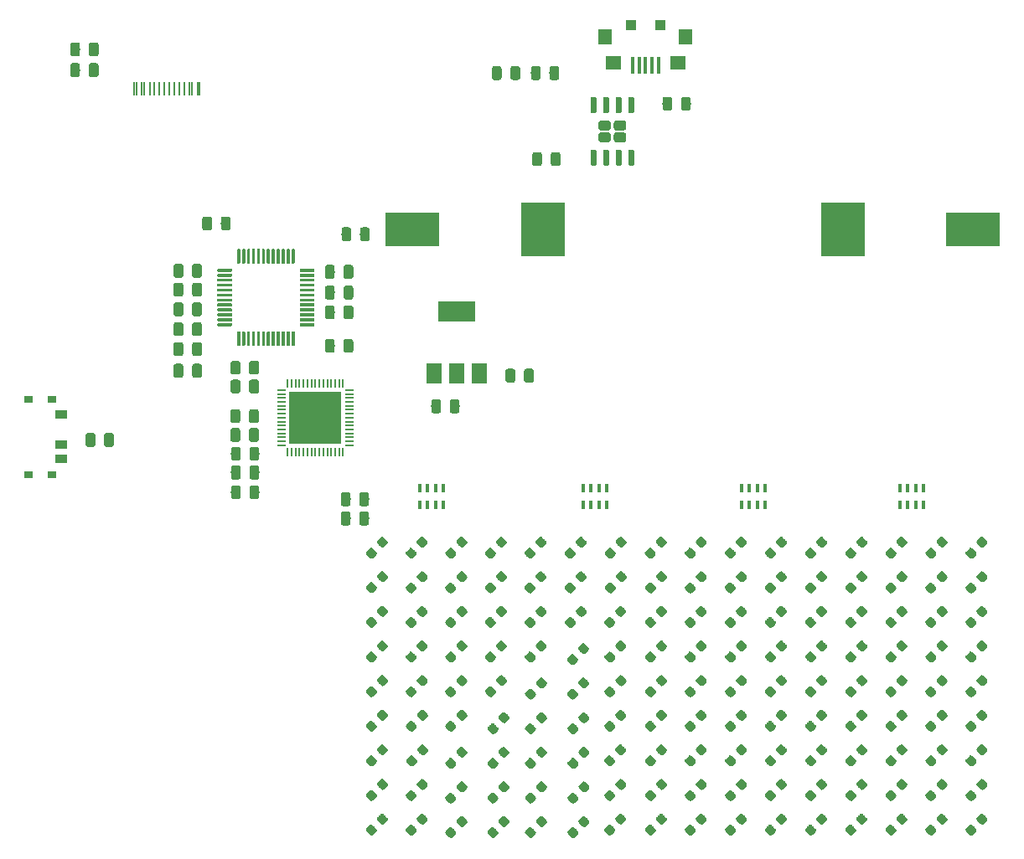
<source format=gbr>
G04 #@! TF.GenerationSoftware,KiCad,Pcbnew,5.1.2*
G04 #@! TF.CreationDate,2019-06-16T23:28:02-05:00*
G04 #@! TF.ProjectId,SM16106,534d3136-3130-4362-9e6b-696361645f70,rev?*
G04 #@! TF.SameCoordinates,Original*
G04 #@! TF.FileFunction,Paste,Top*
G04 #@! TF.FilePolarity,Positive*
%FSLAX46Y46*%
G04 Gerber Fmt 4.6, Leading zero omitted, Abs format (unit mm)*
G04 Created by KiCad (PCBNEW 5.1.2) date 2019-06-16 23:28:02*
%MOMM*%
%LPD*%
G04 APERTURE LIST*
%ADD10C,0.100000*%
%ADD11R,0.250000X1.400000*%
%ADD12C,0.875000*%
%ADD13C,0.975000*%
%ADD14R,0.400000X0.900000*%
%ADD15C,0.300000*%
%ADD16R,0.220000X0.840000*%
%ADD17R,0.840000X0.220000*%
%ADD18R,5.250000X5.250000*%
%ADD19R,0.900000X0.800000*%
%ADD20R,1.250000X0.900000*%
%ADD21R,5.500000X3.500000*%
%ADD22R,4.500000X5.500000*%
%ADD23R,1.100000X1.000000*%
%ADD24R,1.350000X1.500000*%
%ADD25R,0.400000X1.800000*%
%ADD26R,1.500000X1.400000*%
%ADD27R,3.800000X2.000000*%
%ADD28R,1.500000X2.000000*%
%ADD29C,0.970000*%
%ADD30C,0.600000*%
G04 APERTURE END LIST*
D10*
G36*
X160840000Y-66970000D02*
G01*
X162780000Y-66970000D01*
X162780000Y-68910000D01*
X160840000Y-68910000D01*
X160840000Y-66970000D01*
G37*
G36*
X158220000Y-66970000D02*
G01*
X160160000Y-66970000D01*
X160160000Y-68910000D01*
X158220000Y-68910000D01*
X158220000Y-66970000D01*
G37*
G36*
X158220000Y-69590000D02*
G01*
X160160000Y-69590000D01*
X160160000Y-71530000D01*
X158220000Y-71530000D01*
X158220000Y-69590000D01*
G37*
G36*
X160840000Y-69590000D02*
G01*
X162780000Y-69590000D01*
X162780000Y-71530000D01*
X160840000Y-71530000D01*
X160840000Y-69590000D01*
G37*
D11*
X145250000Y-36000000D03*
X145750000Y-36000000D03*
X146250000Y-36000000D03*
X144750000Y-36000000D03*
X144250000Y-36000000D03*
X146750000Y-36000000D03*
X143750000Y-36000000D03*
X147250000Y-36000000D03*
X148825000Y-36000000D03*
X148575000Y-36000000D03*
X148025000Y-36000000D03*
X147775000Y-36000000D03*
X143225000Y-36000000D03*
X142975000Y-36000000D03*
X142425000Y-36000000D03*
X142175000Y-36000000D03*
D10*
G36*
X166150577Y-82403274D02*
G01*
X166171812Y-82406424D01*
X166192636Y-82411640D01*
X166212848Y-82418872D01*
X166232254Y-82428051D01*
X166250667Y-82439087D01*
X166267910Y-82451875D01*
X166283816Y-82466291D01*
X166646209Y-82828684D01*
X166660625Y-82844590D01*
X166673413Y-82861833D01*
X166684449Y-82880246D01*
X166693628Y-82899652D01*
X166700860Y-82919864D01*
X166706076Y-82940688D01*
X166709226Y-82961923D01*
X166710279Y-82983364D01*
X166709226Y-83004805D01*
X166706076Y-83026040D01*
X166700860Y-83046864D01*
X166693628Y-83067076D01*
X166684449Y-83086482D01*
X166673413Y-83104895D01*
X166660625Y-83122138D01*
X166646209Y-83138044D01*
X166336850Y-83447403D01*
X166320944Y-83461819D01*
X166303701Y-83474607D01*
X166285288Y-83485643D01*
X166265882Y-83494822D01*
X166245670Y-83502054D01*
X166224846Y-83507270D01*
X166203611Y-83510420D01*
X166182170Y-83511473D01*
X166160729Y-83510420D01*
X166139494Y-83507270D01*
X166118670Y-83502054D01*
X166098458Y-83494822D01*
X166079052Y-83485643D01*
X166060639Y-83474607D01*
X166043396Y-83461819D01*
X166027490Y-83447403D01*
X165665097Y-83085010D01*
X165650681Y-83069104D01*
X165637893Y-83051861D01*
X165626857Y-83033448D01*
X165617678Y-83014042D01*
X165610446Y-82993830D01*
X165605230Y-82973006D01*
X165602080Y-82951771D01*
X165601027Y-82930330D01*
X165602080Y-82908889D01*
X165605230Y-82887654D01*
X165610446Y-82866830D01*
X165617678Y-82846618D01*
X165626857Y-82827212D01*
X165637893Y-82808799D01*
X165650681Y-82791556D01*
X165665097Y-82775650D01*
X165974456Y-82466291D01*
X165990362Y-82451875D01*
X166007605Y-82439087D01*
X166026018Y-82428051D01*
X166045424Y-82418872D01*
X166065636Y-82411640D01*
X166086460Y-82406424D01*
X166107695Y-82403274D01*
X166129136Y-82402221D01*
X166150577Y-82403274D01*
X166150577Y-82403274D01*
G37*
D12*
X166155653Y-82956847D03*
D10*
G36*
X167264271Y-81289580D02*
G01*
X167285506Y-81292730D01*
X167306330Y-81297946D01*
X167326542Y-81305178D01*
X167345948Y-81314357D01*
X167364361Y-81325393D01*
X167381604Y-81338181D01*
X167397510Y-81352597D01*
X167759903Y-81714990D01*
X167774319Y-81730896D01*
X167787107Y-81748139D01*
X167798143Y-81766552D01*
X167807322Y-81785958D01*
X167814554Y-81806170D01*
X167819770Y-81826994D01*
X167822920Y-81848229D01*
X167823973Y-81869670D01*
X167822920Y-81891111D01*
X167819770Y-81912346D01*
X167814554Y-81933170D01*
X167807322Y-81953382D01*
X167798143Y-81972788D01*
X167787107Y-81991201D01*
X167774319Y-82008444D01*
X167759903Y-82024350D01*
X167450544Y-82333709D01*
X167434638Y-82348125D01*
X167417395Y-82360913D01*
X167398982Y-82371949D01*
X167379576Y-82381128D01*
X167359364Y-82388360D01*
X167338540Y-82393576D01*
X167317305Y-82396726D01*
X167295864Y-82397779D01*
X167274423Y-82396726D01*
X167253188Y-82393576D01*
X167232364Y-82388360D01*
X167212152Y-82381128D01*
X167192746Y-82371949D01*
X167174333Y-82360913D01*
X167157090Y-82348125D01*
X167141184Y-82333709D01*
X166778791Y-81971316D01*
X166764375Y-81955410D01*
X166751587Y-81938167D01*
X166740551Y-81919754D01*
X166731372Y-81900348D01*
X166724140Y-81880136D01*
X166718924Y-81859312D01*
X166715774Y-81838077D01*
X166714721Y-81816636D01*
X166715774Y-81795195D01*
X166718924Y-81773960D01*
X166724140Y-81753136D01*
X166731372Y-81732924D01*
X166740551Y-81713518D01*
X166751587Y-81695105D01*
X166764375Y-81677862D01*
X166778791Y-81661956D01*
X167088150Y-81352597D01*
X167104056Y-81338181D01*
X167121299Y-81325393D01*
X167139712Y-81314357D01*
X167159118Y-81305178D01*
X167179330Y-81297946D01*
X167200154Y-81292730D01*
X167221389Y-81289580D01*
X167242830Y-81288527D01*
X167264271Y-81289580D01*
X167264271Y-81289580D01*
G37*
D12*
X167269347Y-81843153D03*
D10*
G36*
X167264271Y-84774581D02*
G01*
X167285506Y-84777731D01*
X167306330Y-84782947D01*
X167326542Y-84790179D01*
X167345948Y-84799358D01*
X167364361Y-84810394D01*
X167381604Y-84823182D01*
X167397510Y-84837598D01*
X167759903Y-85199991D01*
X167774319Y-85215897D01*
X167787107Y-85233140D01*
X167798143Y-85251553D01*
X167807322Y-85270959D01*
X167814554Y-85291171D01*
X167819770Y-85311995D01*
X167822920Y-85333230D01*
X167823973Y-85354671D01*
X167822920Y-85376112D01*
X167819770Y-85397347D01*
X167814554Y-85418171D01*
X167807322Y-85438383D01*
X167798143Y-85457789D01*
X167787107Y-85476202D01*
X167774319Y-85493445D01*
X167759903Y-85509351D01*
X167450544Y-85818710D01*
X167434638Y-85833126D01*
X167417395Y-85845914D01*
X167398982Y-85856950D01*
X167379576Y-85866129D01*
X167359364Y-85873361D01*
X167338540Y-85878577D01*
X167317305Y-85881727D01*
X167295864Y-85882780D01*
X167274423Y-85881727D01*
X167253188Y-85878577D01*
X167232364Y-85873361D01*
X167212152Y-85866129D01*
X167192746Y-85856950D01*
X167174333Y-85845914D01*
X167157090Y-85833126D01*
X167141184Y-85818710D01*
X166778791Y-85456317D01*
X166764375Y-85440411D01*
X166751587Y-85423168D01*
X166740551Y-85404755D01*
X166731372Y-85385349D01*
X166724140Y-85365137D01*
X166718924Y-85344313D01*
X166715774Y-85323078D01*
X166714721Y-85301637D01*
X166715774Y-85280196D01*
X166718924Y-85258961D01*
X166724140Y-85238137D01*
X166731372Y-85217925D01*
X166740551Y-85198519D01*
X166751587Y-85180106D01*
X166764375Y-85162863D01*
X166778791Y-85146957D01*
X167088150Y-84837598D01*
X167104056Y-84823182D01*
X167121299Y-84810394D01*
X167139712Y-84799358D01*
X167159118Y-84790179D01*
X167179330Y-84782947D01*
X167200154Y-84777731D01*
X167221389Y-84774581D01*
X167242830Y-84773528D01*
X167264271Y-84774581D01*
X167264271Y-84774581D01*
G37*
D12*
X167269347Y-85328154D03*
D10*
G36*
X166150577Y-85888275D02*
G01*
X166171812Y-85891425D01*
X166192636Y-85896641D01*
X166212848Y-85903873D01*
X166232254Y-85913052D01*
X166250667Y-85924088D01*
X166267910Y-85936876D01*
X166283816Y-85951292D01*
X166646209Y-86313685D01*
X166660625Y-86329591D01*
X166673413Y-86346834D01*
X166684449Y-86365247D01*
X166693628Y-86384653D01*
X166700860Y-86404865D01*
X166706076Y-86425689D01*
X166709226Y-86446924D01*
X166710279Y-86468365D01*
X166709226Y-86489806D01*
X166706076Y-86511041D01*
X166700860Y-86531865D01*
X166693628Y-86552077D01*
X166684449Y-86571483D01*
X166673413Y-86589896D01*
X166660625Y-86607139D01*
X166646209Y-86623045D01*
X166336850Y-86932404D01*
X166320944Y-86946820D01*
X166303701Y-86959608D01*
X166285288Y-86970644D01*
X166265882Y-86979823D01*
X166245670Y-86987055D01*
X166224846Y-86992271D01*
X166203611Y-86995421D01*
X166182170Y-86996474D01*
X166160729Y-86995421D01*
X166139494Y-86992271D01*
X166118670Y-86987055D01*
X166098458Y-86979823D01*
X166079052Y-86970644D01*
X166060639Y-86959608D01*
X166043396Y-86946820D01*
X166027490Y-86932404D01*
X165665097Y-86570011D01*
X165650681Y-86554105D01*
X165637893Y-86536862D01*
X165626857Y-86518449D01*
X165617678Y-86499043D01*
X165610446Y-86478831D01*
X165605230Y-86458007D01*
X165602080Y-86436772D01*
X165601027Y-86415331D01*
X165602080Y-86393890D01*
X165605230Y-86372655D01*
X165610446Y-86351831D01*
X165617678Y-86331619D01*
X165626857Y-86312213D01*
X165637893Y-86293800D01*
X165650681Y-86276557D01*
X165665097Y-86260651D01*
X165974456Y-85951292D01*
X165990362Y-85936876D01*
X166007605Y-85924088D01*
X166026018Y-85913052D01*
X166045424Y-85903873D01*
X166065636Y-85896641D01*
X166086460Y-85891425D01*
X166107695Y-85888275D01*
X166129136Y-85887222D01*
X166150577Y-85888275D01*
X166150577Y-85888275D01*
G37*
D12*
X166155653Y-86441848D03*
D10*
G36*
X166150577Y-89388275D02*
G01*
X166171812Y-89391425D01*
X166192636Y-89396641D01*
X166212848Y-89403873D01*
X166232254Y-89413052D01*
X166250667Y-89424088D01*
X166267910Y-89436876D01*
X166283816Y-89451292D01*
X166646209Y-89813685D01*
X166660625Y-89829591D01*
X166673413Y-89846834D01*
X166684449Y-89865247D01*
X166693628Y-89884653D01*
X166700860Y-89904865D01*
X166706076Y-89925689D01*
X166709226Y-89946924D01*
X166710279Y-89968365D01*
X166709226Y-89989806D01*
X166706076Y-90011041D01*
X166700860Y-90031865D01*
X166693628Y-90052077D01*
X166684449Y-90071483D01*
X166673413Y-90089896D01*
X166660625Y-90107139D01*
X166646209Y-90123045D01*
X166336850Y-90432404D01*
X166320944Y-90446820D01*
X166303701Y-90459608D01*
X166285288Y-90470644D01*
X166265882Y-90479823D01*
X166245670Y-90487055D01*
X166224846Y-90492271D01*
X166203611Y-90495421D01*
X166182170Y-90496474D01*
X166160729Y-90495421D01*
X166139494Y-90492271D01*
X166118670Y-90487055D01*
X166098458Y-90479823D01*
X166079052Y-90470644D01*
X166060639Y-90459608D01*
X166043396Y-90446820D01*
X166027490Y-90432404D01*
X165665097Y-90070011D01*
X165650681Y-90054105D01*
X165637893Y-90036862D01*
X165626857Y-90018449D01*
X165617678Y-89999043D01*
X165610446Y-89978831D01*
X165605230Y-89958007D01*
X165602080Y-89936772D01*
X165601027Y-89915331D01*
X165602080Y-89893890D01*
X165605230Y-89872655D01*
X165610446Y-89851831D01*
X165617678Y-89831619D01*
X165626857Y-89812213D01*
X165637893Y-89793800D01*
X165650681Y-89776557D01*
X165665097Y-89760651D01*
X165974456Y-89451292D01*
X165990362Y-89436876D01*
X166007605Y-89424088D01*
X166026018Y-89413052D01*
X166045424Y-89403873D01*
X166065636Y-89396641D01*
X166086460Y-89391425D01*
X166107695Y-89388275D01*
X166129136Y-89387222D01*
X166150577Y-89388275D01*
X166150577Y-89388275D01*
G37*
D12*
X166155653Y-89941848D03*
D10*
G36*
X167264271Y-88274581D02*
G01*
X167285506Y-88277731D01*
X167306330Y-88282947D01*
X167326542Y-88290179D01*
X167345948Y-88299358D01*
X167364361Y-88310394D01*
X167381604Y-88323182D01*
X167397510Y-88337598D01*
X167759903Y-88699991D01*
X167774319Y-88715897D01*
X167787107Y-88733140D01*
X167798143Y-88751553D01*
X167807322Y-88770959D01*
X167814554Y-88791171D01*
X167819770Y-88811995D01*
X167822920Y-88833230D01*
X167823973Y-88854671D01*
X167822920Y-88876112D01*
X167819770Y-88897347D01*
X167814554Y-88918171D01*
X167807322Y-88938383D01*
X167798143Y-88957789D01*
X167787107Y-88976202D01*
X167774319Y-88993445D01*
X167759903Y-89009351D01*
X167450544Y-89318710D01*
X167434638Y-89333126D01*
X167417395Y-89345914D01*
X167398982Y-89356950D01*
X167379576Y-89366129D01*
X167359364Y-89373361D01*
X167338540Y-89378577D01*
X167317305Y-89381727D01*
X167295864Y-89382780D01*
X167274423Y-89381727D01*
X167253188Y-89378577D01*
X167232364Y-89373361D01*
X167212152Y-89366129D01*
X167192746Y-89356950D01*
X167174333Y-89345914D01*
X167157090Y-89333126D01*
X167141184Y-89318710D01*
X166778791Y-88956317D01*
X166764375Y-88940411D01*
X166751587Y-88923168D01*
X166740551Y-88904755D01*
X166731372Y-88885349D01*
X166724140Y-88865137D01*
X166718924Y-88844313D01*
X166715774Y-88823078D01*
X166714721Y-88801637D01*
X166715774Y-88780196D01*
X166718924Y-88758961D01*
X166724140Y-88738137D01*
X166731372Y-88717925D01*
X166740551Y-88698519D01*
X166751587Y-88680106D01*
X166764375Y-88662863D01*
X166778791Y-88646957D01*
X167088150Y-88337598D01*
X167104056Y-88323182D01*
X167121299Y-88310394D01*
X167139712Y-88299358D01*
X167159118Y-88290179D01*
X167179330Y-88282947D01*
X167200154Y-88277731D01*
X167221389Y-88274581D01*
X167242830Y-88273528D01*
X167264271Y-88274581D01*
X167264271Y-88274581D01*
G37*
D12*
X167269347Y-88828154D03*
D10*
G36*
X167264271Y-91789580D02*
G01*
X167285506Y-91792730D01*
X167306330Y-91797946D01*
X167326542Y-91805178D01*
X167345948Y-91814357D01*
X167364361Y-91825393D01*
X167381604Y-91838181D01*
X167397510Y-91852597D01*
X167759903Y-92214990D01*
X167774319Y-92230896D01*
X167787107Y-92248139D01*
X167798143Y-92266552D01*
X167807322Y-92285958D01*
X167814554Y-92306170D01*
X167819770Y-92326994D01*
X167822920Y-92348229D01*
X167823973Y-92369670D01*
X167822920Y-92391111D01*
X167819770Y-92412346D01*
X167814554Y-92433170D01*
X167807322Y-92453382D01*
X167798143Y-92472788D01*
X167787107Y-92491201D01*
X167774319Y-92508444D01*
X167759903Y-92524350D01*
X167450544Y-92833709D01*
X167434638Y-92848125D01*
X167417395Y-92860913D01*
X167398982Y-92871949D01*
X167379576Y-92881128D01*
X167359364Y-92888360D01*
X167338540Y-92893576D01*
X167317305Y-92896726D01*
X167295864Y-92897779D01*
X167274423Y-92896726D01*
X167253188Y-92893576D01*
X167232364Y-92888360D01*
X167212152Y-92881128D01*
X167192746Y-92871949D01*
X167174333Y-92860913D01*
X167157090Y-92848125D01*
X167141184Y-92833709D01*
X166778791Y-92471316D01*
X166764375Y-92455410D01*
X166751587Y-92438167D01*
X166740551Y-92419754D01*
X166731372Y-92400348D01*
X166724140Y-92380136D01*
X166718924Y-92359312D01*
X166715774Y-92338077D01*
X166714721Y-92316636D01*
X166715774Y-92295195D01*
X166718924Y-92273960D01*
X166724140Y-92253136D01*
X166731372Y-92232924D01*
X166740551Y-92213518D01*
X166751587Y-92195105D01*
X166764375Y-92177862D01*
X166778791Y-92161956D01*
X167088150Y-91852597D01*
X167104056Y-91838181D01*
X167121299Y-91825393D01*
X167139712Y-91814357D01*
X167159118Y-91805178D01*
X167179330Y-91797946D01*
X167200154Y-91792730D01*
X167221389Y-91789580D01*
X167242830Y-91788527D01*
X167264271Y-91789580D01*
X167264271Y-91789580D01*
G37*
D12*
X167269347Y-92343153D03*
D10*
G36*
X166150577Y-92903274D02*
G01*
X166171812Y-92906424D01*
X166192636Y-92911640D01*
X166212848Y-92918872D01*
X166232254Y-92928051D01*
X166250667Y-92939087D01*
X166267910Y-92951875D01*
X166283816Y-92966291D01*
X166646209Y-93328684D01*
X166660625Y-93344590D01*
X166673413Y-93361833D01*
X166684449Y-93380246D01*
X166693628Y-93399652D01*
X166700860Y-93419864D01*
X166706076Y-93440688D01*
X166709226Y-93461923D01*
X166710279Y-93483364D01*
X166709226Y-93504805D01*
X166706076Y-93526040D01*
X166700860Y-93546864D01*
X166693628Y-93567076D01*
X166684449Y-93586482D01*
X166673413Y-93604895D01*
X166660625Y-93622138D01*
X166646209Y-93638044D01*
X166336850Y-93947403D01*
X166320944Y-93961819D01*
X166303701Y-93974607D01*
X166285288Y-93985643D01*
X166265882Y-93994822D01*
X166245670Y-94002054D01*
X166224846Y-94007270D01*
X166203611Y-94010420D01*
X166182170Y-94011473D01*
X166160729Y-94010420D01*
X166139494Y-94007270D01*
X166118670Y-94002054D01*
X166098458Y-93994822D01*
X166079052Y-93985643D01*
X166060639Y-93974607D01*
X166043396Y-93961819D01*
X166027490Y-93947403D01*
X165665097Y-93585010D01*
X165650681Y-93569104D01*
X165637893Y-93551861D01*
X165626857Y-93533448D01*
X165617678Y-93514042D01*
X165610446Y-93493830D01*
X165605230Y-93473006D01*
X165602080Y-93451771D01*
X165601027Y-93430330D01*
X165602080Y-93408889D01*
X165605230Y-93387654D01*
X165610446Y-93366830D01*
X165617678Y-93346618D01*
X165626857Y-93327212D01*
X165637893Y-93308799D01*
X165650681Y-93291556D01*
X165665097Y-93275650D01*
X165974456Y-92966291D01*
X165990362Y-92951875D01*
X166007605Y-92939087D01*
X166026018Y-92928051D01*
X166045424Y-92918872D01*
X166065636Y-92911640D01*
X166086460Y-92906424D01*
X166107695Y-92903274D01*
X166129136Y-92902221D01*
X166150577Y-92903274D01*
X166150577Y-92903274D01*
G37*
D12*
X166155653Y-93456847D03*
D10*
G36*
X166150577Y-96403274D02*
G01*
X166171812Y-96406424D01*
X166192636Y-96411640D01*
X166212848Y-96418872D01*
X166232254Y-96428051D01*
X166250667Y-96439087D01*
X166267910Y-96451875D01*
X166283816Y-96466291D01*
X166646209Y-96828684D01*
X166660625Y-96844590D01*
X166673413Y-96861833D01*
X166684449Y-96880246D01*
X166693628Y-96899652D01*
X166700860Y-96919864D01*
X166706076Y-96940688D01*
X166709226Y-96961923D01*
X166710279Y-96983364D01*
X166709226Y-97004805D01*
X166706076Y-97026040D01*
X166700860Y-97046864D01*
X166693628Y-97067076D01*
X166684449Y-97086482D01*
X166673413Y-97104895D01*
X166660625Y-97122138D01*
X166646209Y-97138044D01*
X166336850Y-97447403D01*
X166320944Y-97461819D01*
X166303701Y-97474607D01*
X166285288Y-97485643D01*
X166265882Y-97494822D01*
X166245670Y-97502054D01*
X166224846Y-97507270D01*
X166203611Y-97510420D01*
X166182170Y-97511473D01*
X166160729Y-97510420D01*
X166139494Y-97507270D01*
X166118670Y-97502054D01*
X166098458Y-97494822D01*
X166079052Y-97485643D01*
X166060639Y-97474607D01*
X166043396Y-97461819D01*
X166027490Y-97447403D01*
X165665097Y-97085010D01*
X165650681Y-97069104D01*
X165637893Y-97051861D01*
X165626857Y-97033448D01*
X165617678Y-97014042D01*
X165610446Y-96993830D01*
X165605230Y-96973006D01*
X165602080Y-96951771D01*
X165601027Y-96930330D01*
X165602080Y-96908889D01*
X165605230Y-96887654D01*
X165610446Y-96866830D01*
X165617678Y-96846618D01*
X165626857Y-96827212D01*
X165637893Y-96808799D01*
X165650681Y-96791556D01*
X165665097Y-96775650D01*
X165974456Y-96466291D01*
X165990362Y-96451875D01*
X166007605Y-96439087D01*
X166026018Y-96428051D01*
X166045424Y-96418872D01*
X166065636Y-96411640D01*
X166086460Y-96406424D01*
X166107695Y-96403274D01*
X166129136Y-96402221D01*
X166150577Y-96403274D01*
X166150577Y-96403274D01*
G37*
D12*
X166155653Y-96956847D03*
D10*
G36*
X167264271Y-95289580D02*
G01*
X167285506Y-95292730D01*
X167306330Y-95297946D01*
X167326542Y-95305178D01*
X167345948Y-95314357D01*
X167364361Y-95325393D01*
X167381604Y-95338181D01*
X167397510Y-95352597D01*
X167759903Y-95714990D01*
X167774319Y-95730896D01*
X167787107Y-95748139D01*
X167798143Y-95766552D01*
X167807322Y-95785958D01*
X167814554Y-95806170D01*
X167819770Y-95826994D01*
X167822920Y-95848229D01*
X167823973Y-95869670D01*
X167822920Y-95891111D01*
X167819770Y-95912346D01*
X167814554Y-95933170D01*
X167807322Y-95953382D01*
X167798143Y-95972788D01*
X167787107Y-95991201D01*
X167774319Y-96008444D01*
X167759903Y-96024350D01*
X167450544Y-96333709D01*
X167434638Y-96348125D01*
X167417395Y-96360913D01*
X167398982Y-96371949D01*
X167379576Y-96381128D01*
X167359364Y-96388360D01*
X167338540Y-96393576D01*
X167317305Y-96396726D01*
X167295864Y-96397779D01*
X167274423Y-96396726D01*
X167253188Y-96393576D01*
X167232364Y-96388360D01*
X167212152Y-96381128D01*
X167192746Y-96371949D01*
X167174333Y-96360913D01*
X167157090Y-96348125D01*
X167141184Y-96333709D01*
X166778791Y-95971316D01*
X166764375Y-95955410D01*
X166751587Y-95938167D01*
X166740551Y-95919754D01*
X166731372Y-95900348D01*
X166724140Y-95880136D01*
X166718924Y-95859312D01*
X166715774Y-95838077D01*
X166714721Y-95816636D01*
X166715774Y-95795195D01*
X166718924Y-95773960D01*
X166724140Y-95753136D01*
X166731372Y-95732924D01*
X166740551Y-95713518D01*
X166751587Y-95695105D01*
X166764375Y-95677862D01*
X166778791Y-95661956D01*
X167088150Y-95352597D01*
X167104056Y-95338181D01*
X167121299Y-95325393D01*
X167139712Y-95314357D01*
X167159118Y-95305178D01*
X167179330Y-95297946D01*
X167200154Y-95292730D01*
X167221389Y-95289580D01*
X167242830Y-95288527D01*
X167264271Y-95289580D01*
X167264271Y-95289580D01*
G37*
D12*
X167269347Y-95843153D03*
D10*
G36*
X167264271Y-98789580D02*
G01*
X167285506Y-98792730D01*
X167306330Y-98797946D01*
X167326542Y-98805178D01*
X167345948Y-98814357D01*
X167364361Y-98825393D01*
X167381604Y-98838181D01*
X167397510Y-98852597D01*
X167759903Y-99214990D01*
X167774319Y-99230896D01*
X167787107Y-99248139D01*
X167798143Y-99266552D01*
X167807322Y-99285958D01*
X167814554Y-99306170D01*
X167819770Y-99326994D01*
X167822920Y-99348229D01*
X167823973Y-99369670D01*
X167822920Y-99391111D01*
X167819770Y-99412346D01*
X167814554Y-99433170D01*
X167807322Y-99453382D01*
X167798143Y-99472788D01*
X167787107Y-99491201D01*
X167774319Y-99508444D01*
X167759903Y-99524350D01*
X167450544Y-99833709D01*
X167434638Y-99848125D01*
X167417395Y-99860913D01*
X167398982Y-99871949D01*
X167379576Y-99881128D01*
X167359364Y-99888360D01*
X167338540Y-99893576D01*
X167317305Y-99896726D01*
X167295864Y-99897779D01*
X167274423Y-99896726D01*
X167253188Y-99893576D01*
X167232364Y-99888360D01*
X167212152Y-99881128D01*
X167192746Y-99871949D01*
X167174333Y-99860913D01*
X167157090Y-99848125D01*
X167141184Y-99833709D01*
X166778791Y-99471316D01*
X166764375Y-99455410D01*
X166751587Y-99438167D01*
X166740551Y-99419754D01*
X166731372Y-99400348D01*
X166724140Y-99380136D01*
X166718924Y-99359312D01*
X166715774Y-99338077D01*
X166714721Y-99316636D01*
X166715774Y-99295195D01*
X166718924Y-99273960D01*
X166724140Y-99253136D01*
X166731372Y-99232924D01*
X166740551Y-99213518D01*
X166751587Y-99195105D01*
X166764375Y-99177862D01*
X166778791Y-99161956D01*
X167088150Y-98852597D01*
X167104056Y-98838181D01*
X167121299Y-98825393D01*
X167139712Y-98814357D01*
X167159118Y-98805178D01*
X167179330Y-98797946D01*
X167200154Y-98792730D01*
X167221389Y-98789580D01*
X167242830Y-98788527D01*
X167264271Y-98789580D01*
X167264271Y-98789580D01*
G37*
D12*
X167269347Y-99343153D03*
D10*
G36*
X166150577Y-99903274D02*
G01*
X166171812Y-99906424D01*
X166192636Y-99911640D01*
X166212848Y-99918872D01*
X166232254Y-99928051D01*
X166250667Y-99939087D01*
X166267910Y-99951875D01*
X166283816Y-99966291D01*
X166646209Y-100328684D01*
X166660625Y-100344590D01*
X166673413Y-100361833D01*
X166684449Y-100380246D01*
X166693628Y-100399652D01*
X166700860Y-100419864D01*
X166706076Y-100440688D01*
X166709226Y-100461923D01*
X166710279Y-100483364D01*
X166709226Y-100504805D01*
X166706076Y-100526040D01*
X166700860Y-100546864D01*
X166693628Y-100567076D01*
X166684449Y-100586482D01*
X166673413Y-100604895D01*
X166660625Y-100622138D01*
X166646209Y-100638044D01*
X166336850Y-100947403D01*
X166320944Y-100961819D01*
X166303701Y-100974607D01*
X166285288Y-100985643D01*
X166265882Y-100994822D01*
X166245670Y-101002054D01*
X166224846Y-101007270D01*
X166203611Y-101010420D01*
X166182170Y-101011473D01*
X166160729Y-101010420D01*
X166139494Y-101007270D01*
X166118670Y-101002054D01*
X166098458Y-100994822D01*
X166079052Y-100985643D01*
X166060639Y-100974607D01*
X166043396Y-100961819D01*
X166027490Y-100947403D01*
X165665097Y-100585010D01*
X165650681Y-100569104D01*
X165637893Y-100551861D01*
X165626857Y-100533448D01*
X165617678Y-100514042D01*
X165610446Y-100493830D01*
X165605230Y-100473006D01*
X165602080Y-100451771D01*
X165601027Y-100430330D01*
X165602080Y-100408889D01*
X165605230Y-100387654D01*
X165610446Y-100366830D01*
X165617678Y-100346618D01*
X165626857Y-100327212D01*
X165637893Y-100308799D01*
X165650681Y-100291556D01*
X165665097Y-100275650D01*
X165974456Y-99966291D01*
X165990362Y-99951875D01*
X166007605Y-99939087D01*
X166026018Y-99928051D01*
X166045424Y-99918872D01*
X166065636Y-99911640D01*
X166086460Y-99906424D01*
X166107695Y-99903274D01*
X166129136Y-99902221D01*
X166150577Y-99903274D01*
X166150577Y-99903274D01*
G37*
D12*
X166155653Y-100456847D03*
D10*
G36*
X166150577Y-103403274D02*
G01*
X166171812Y-103406424D01*
X166192636Y-103411640D01*
X166212848Y-103418872D01*
X166232254Y-103428051D01*
X166250667Y-103439087D01*
X166267910Y-103451875D01*
X166283816Y-103466291D01*
X166646209Y-103828684D01*
X166660625Y-103844590D01*
X166673413Y-103861833D01*
X166684449Y-103880246D01*
X166693628Y-103899652D01*
X166700860Y-103919864D01*
X166706076Y-103940688D01*
X166709226Y-103961923D01*
X166710279Y-103983364D01*
X166709226Y-104004805D01*
X166706076Y-104026040D01*
X166700860Y-104046864D01*
X166693628Y-104067076D01*
X166684449Y-104086482D01*
X166673413Y-104104895D01*
X166660625Y-104122138D01*
X166646209Y-104138044D01*
X166336850Y-104447403D01*
X166320944Y-104461819D01*
X166303701Y-104474607D01*
X166285288Y-104485643D01*
X166265882Y-104494822D01*
X166245670Y-104502054D01*
X166224846Y-104507270D01*
X166203611Y-104510420D01*
X166182170Y-104511473D01*
X166160729Y-104510420D01*
X166139494Y-104507270D01*
X166118670Y-104502054D01*
X166098458Y-104494822D01*
X166079052Y-104485643D01*
X166060639Y-104474607D01*
X166043396Y-104461819D01*
X166027490Y-104447403D01*
X165665097Y-104085010D01*
X165650681Y-104069104D01*
X165637893Y-104051861D01*
X165626857Y-104033448D01*
X165617678Y-104014042D01*
X165610446Y-103993830D01*
X165605230Y-103973006D01*
X165602080Y-103951771D01*
X165601027Y-103930330D01*
X165602080Y-103908889D01*
X165605230Y-103887654D01*
X165610446Y-103866830D01*
X165617678Y-103846618D01*
X165626857Y-103827212D01*
X165637893Y-103808799D01*
X165650681Y-103791556D01*
X165665097Y-103775650D01*
X165974456Y-103466291D01*
X165990362Y-103451875D01*
X166007605Y-103439087D01*
X166026018Y-103428051D01*
X166045424Y-103418872D01*
X166065636Y-103411640D01*
X166086460Y-103406424D01*
X166107695Y-103403274D01*
X166129136Y-103402221D01*
X166150577Y-103403274D01*
X166150577Y-103403274D01*
G37*
D12*
X166155653Y-103956847D03*
D10*
G36*
X167264271Y-102289580D02*
G01*
X167285506Y-102292730D01*
X167306330Y-102297946D01*
X167326542Y-102305178D01*
X167345948Y-102314357D01*
X167364361Y-102325393D01*
X167381604Y-102338181D01*
X167397510Y-102352597D01*
X167759903Y-102714990D01*
X167774319Y-102730896D01*
X167787107Y-102748139D01*
X167798143Y-102766552D01*
X167807322Y-102785958D01*
X167814554Y-102806170D01*
X167819770Y-102826994D01*
X167822920Y-102848229D01*
X167823973Y-102869670D01*
X167822920Y-102891111D01*
X167819770Y-102912346D01*
X167814554Y-102933170D01*
X167807322Y-102953382D01*
X167798143Y-102972788D01*
X167787107Y-102991201D01*
X167774319Y-103008444D01*
X167759903Y-103024350D01*
X167450544Y-103333709D01*
X167434638Y-103348125D01*
X167417395Y-103360913D01*
X167398982Y-103371949D01*
X167379576Y-103381128D01*
X167359364Y-103388360D01*
X167338540Y-103393576D01*
X167317305Y-103396726D01*
X167295864Y-103397779D01*
X167274423Y-103396726D01*
X167253188Y-103393576D01*
X167232364Y-103388360D01*
X167212152Y-103381128D01*
X167192746Y-103371949D01*
X167174333Y-103360913D01*
X167157090Y-103348125D01*
X167141184Y-103333709D01*
X166778791Y-102971316D01*
X166764375Y-102955410D01*
X166751587Y-102938167D01*
X166740551Y-102919754D01*
X166731372Y-102900348D01*
X166724140Y-102880136D01*
X166718924Y-102859312D01*
X166715774Y-102838077D01*
X166714721Y-102816636D01*
X166715774Y-102795195D01*
X166718924Y-102773960D01*
X166724140Y-102753136D01*
X166731372Y-102732924D01*
X166740551Y-102713518D01*
X166751587Y-102695105D01*
X166764375Y-102677862D01*
X166778791Y-102661956D01*
X167088150Y-102352597D01*
X167104056Y-102338181D01*
X167121299Y-102325393D01*
X167139712Y-102314357D01*
X167159118Y-102305178D01*
X167179330Y-102297946D01*
X167200154Y-102292730D01*
X167221389Y-102289580D01*
X167242830Y-102288527D01*
X167264271Y-102289580D01*
X167264271Y-102289580D01*
G37*
D12*
X167269347Y-102843153D03*
D10*
G36*
X167264271Y-105789580D02*
G01*
X167285506Y-105792730D01*
X167306330Y-105797946D01*
X167326542Y-105805178D01*
X167345948Y-105814357D01*
X167364361Y-105825393D01*
X167381604Y-105838181D01*
X167397510Y-105852597D01*
X167759903Y-106214990D01*
X167774319Y-106230896D01*
X167787107Y-106248139D01*
X167798143Y-106266552D01*
X167807322Y-106285958D01*
X167814554Y-106306170D01*
X167819770Y-106326994D01*
X167822920Y-106348229D01*
X167823973Y-106369670D01*
X167822920Y-106391111D01*
X167819770Y-106412346D01*
X167814554Y-106433170D01*
X167807322Y-106453382D01*
X167798143Y-106472788D01*
X167787107Y-106491201D01*
X167774319Y-106508444D01*
X167759903Y-106524350D01*
X167450544Y-106833709D01*
X167434638Y-106848125D01*
X167417395Y-106860913D01*
X167398982Y-106871949D01*
X167379576Y-106881128D01*
X167359364Y-106888360D01*
X167338540Y-106893576D01*
X167317305Y-106896726D01*
X167295864Y-106897779D01*
X167274423Y-106896726D01*
X167253188Y-106893576D01*
X167232364Y-106888360D01*
X167212152Y-106881128D01*
X167192746Y-106871949D01*
X167174333Y-106860913D01*
X167157090Y-106848125D01*
X167141184Y-106833709D01*
X166778791Y-106471316D01*
X166764375Y-106455410D01*
X166751587Y-106438167D01*
X166740551Y-106419754D01*
X166731372Y-106400348D01*
X166724140Y-106380136D01*
X166718924Y-106359312D01*
X166715774Y-106338077D01*
X166714721Y-106316636D01*
X166715774Y-106295195D01*
X166718924Y-106273960D01*
X166724140Y-106253136D01*
X166731372Y-106232924D01*
X166740551Y-106213518D01*
X166751587Y-106195105D01*
X166764375Y-106177862D01*
X166778791Y-106161956D01*
X167088150Y-105852597D01*
X167104056Y-105838181D01*
X167121299Y-105825393D01*
X167139712Y-105814357D01*
X167159118Y-105805178D01*
X167179330Y-105797946D01*
X167200154Y-105792730D01*
X167221389Y-105789580D01*
X167242830Y-105788527D01*
X167264271Y-105789580D01*
X167264271Y-105789580D01*
G37*
D12*
X167269347Y-106343153D03*
D10*
G36*
X166150577Y-106903274D02*
G01*
X166171812Y-106906424D01*
X166192636Y-106911640D01*
X166212848Y-106918872D01*
X166232254Y-106928051D01*
X166250667Y-106939087D01*
X166267910Y-106951875D01*
X166283816Y-106966291D01*
X166646209Y-107328684D01*
X166660625Y-107344590D01*
X166673413Y-107361833D01*
X166684449Y-107380246D01*
X166693628Y-107399652D01*
X166700860Y-107419864D01*
X166706076Y-107440688D01*
X166709226Y-107461923D01*
X166710279Y-107483364D01*
X166709226Y-107504805D01*
X166706076Y-107526040D01*
X166700860Y-107546864D01*
X166693628Y-107567076D01*
X166684449Y-107586482D01*
X166673413Y-107604895D01*
X166660625Y-107622138D01*
X166646209Y-107638044D01*
X166336850Y-107947403D01*
X166320944Y-107961819D01*
X166303701Y-107974607D01*
X166285288Y-107985643D01*
X166265882Y-107994822D01*
X166245670Y-108002054D01*
X166224846Y-108007270D01*
X166203611Y-108010420D01*
X166182170Y-108011473D01*
X166160729Y-108010420D01*
X166139494Y-108007270D01*
X166118670Y-108002054D01*
X166098458Y-107994822D01*
X166079052Y-107985643D01*
X166060639Y-107974607D01*
X166043396Y-107961819D01*
X166027490Y-107947403D01*
X165665097Y-107585010D01*
X165650681Y-107569104D01*
X165637893Y-107551861D01*
X165626857Y-107533448D01*
X165617678Y-107514042D01*
X165610446Y-107493830D01*
X165605230Y-107473006D01*
X165602080Y-107451771D01*
X165601027Y-107430330D01*
X165602080Y-107408889D01*
X165605230Y-107387654D01*
X165610446Y-107366830D01*
X165617678Y-107346618D01*
X165626857Y-107327212D01*
X165637893Y-107308799D01*
X165650681Y-107291556D01*
X165665097Y-107275650D01*
X165974456Y-106966291D01*
X165990362Y-106951875D01*
X166007605Y-106939087D01*
X166026018Y-106928051D01*
X166045424Y-106918872D01*
X166065636Y-106911640D01*
X166086460Y-106906424D01*
X166107695Y-106903274D01*
X166129136Y-106902221D01*
X166150577Y-106903274D01*
X166150577Y-106903274D01*
G37*
D12*
X166155653Y-107456847D03*
D10*
G36*
X166150577Y-110403274D02*
G01*
X166171812Y-110406424D01*
X166192636Y-110411640D01*
X166212848Y-110418872D01*
X166232254Y-110428051D01*
X166250667Y-110439087D01*
X166267910Y-110451875D01*
X166283816Y-110466291D01*
X166646209Y-110828684D01*
X166660625Y-110844590D01*
X166673413Y-110861833D01*
X166684449Y-110880246D01*
X166693628Y-110899652D01*
X166700860Y-110919864D01*
X166706076Y-110940688D01*
X166709226Y-110961923D01*
X166710279Y-110983364D01*
X166709226Y-111004805D01*
X166706076Y-111026040D01*
X166700860Y-111046864D01*
X166693628Y-111067076D01*
X166684449Y-111086482D01*
X166673413Y-111104895D01*
X166660625Y-111122138D01*
X166646209Y-111138044D01*
X166336850Y-111447403D01*
X166320944Y-111461819D01*
X166303701Y-111474607D01*
X166285288Y-111485643D01*
X166265882Y-111494822D01*
X166245670Y-111502054D01*
X166224846Y-111507270D01*
X166203611Y-111510420D01*
X166182170Y-111511473D01*
X166160729Y-111510420D01*
X166139494Y-111507270D01*
X166118670Y-111502054D01*
X166098458Y-111494822D01*
X166079052Y-111485643D01*
X166060639Y-111474607D01*
X166043396Y-111461819D01*
X166027490Y-111447403D01*
X165665097Y-111085010D01*
X165650681Y-111069104D01*
X165637893Y-111051861D01*
X165626857Y-111033448D01*
X165617678Y-111014042D01*
X165610446Y-110993830D01*
X165605230Y-110973006D01*
X165602080Y-110951771D01*
X165601027Y-110930330D01*
X165602080Y-110908889D01*
X165605230Y-110887654D01*
X165610446Y-110866830D01*
X165617678Y-110846618D01*
X165626857Y-110827212D01*
X165637893Y-110808799D01*
X165650681Y-110791556D01*
X165665097Y-110775650D01*
X165974456Y-110466291D01*
X165990362Y-110451875D01*
X166007605Y-110439087D01*
X166026018Y-110428051D01*
X166045424Y-110418872D01*
X166065636Y-110411640D01*
X166086460Y-110406424D01*
X166107695Y-110403274D01*
X166129136Y-110402221D01*
X166150577Y-110403274D01*
X166150577Y-110403274D01*
G37*
D12*
X166155653Y-110956847D03*
D10*
G36*
X167264271Y-109289580D02*
G01*
X167285506Y-109292730D01*
X167306330Y-109297946D01*
X167326542Y-109305178D01*
X167345948Y-109314357D01*
X167364361Y-109325393D01*
X167381604Y-109338181D01*
X167397510Y-109352597D01*
X167759903Y-109714990D01*
X167774319Y-109730896D01*
X167787107Y-109748139D01*
X167798143Y-109766552D01*
X167807322Y-109785958D01*
X167814554Y-109806170D01*
X167819770Y-109826994D01*
X167822920Y-109848229D01*
X167823973Y-109869670D01*
X167822920Y-109891111D01*
X167819770Y-109912346D01*
X167814554Y-109933170D01*
X167807322Y-109953382D01*
X167798143Y-109972788D01*
X167787107Y-109991201D01*
X167774319Y-110008444D01*
X167759903Y-110024350D01*
X167450544Y-110333709D01*
X167434638Y-110348125D01*
X167417395Y-110360913D01*
X167398982Y-110371949D01*
X167379576Y-110381128D01*
X167359364Y-110388360D01*
X167338540Y-110393576D01*
X167317305Y-110396726D01*
X167295864Y-110397779D01*
X167274423Y-110396726D01*
X167253188Y-110393576D01*
X167232364Y-110388360D01*
X167212152Y-110381128D01*
X167192746Y-110371949D01*
X167174333Y-110360913D01*
X167157090Y-110348125D01*
X167141184Y-110333709D01*
X166778791Y-109971316D01*
X166764375Y-109955410D01*
X166751587Y-109938167D01*
X166740551Y-109919754D01*
X166731372Y-109900348D01*
X166724140Y-109880136D01*
X166718924Y-109859312D01*
X166715774Y-109838077D01*
X166714721Y-109816636D01*
X166715774Y-109795195D01*
X166718924Y-109773960D01*
X166724140Y-109753136D01*
X166731372Y-109732924D01*
X166740551Y-109713518D01*
X166751587Y-109695105D01*
X166764375Y-109677862D01*
X166778791Y-109661956D01*
X167088150Y-109352597D01*
X167104056Y-109338181D01*
X167121299Y-109325393D01*
X167139712Y-109314357D01*
X167159118Y-109305178D01*
X167179330Y-109297946D01*
X167200154Y-109292730D01*
X167221389Y-109289580D01*
X167242830Y-109288527D01*
X167264271Y-109289580D01*
X167264271Y-109289580D01*
G37*
D12*
X167269347Y-109843153D03*
D10*
G36*
X171289271Y-81289580D02*
G01*
X171310506Y-81292730D01*
X171331330Y-81297946D01*
X171351542Y-81305178D01*
X171370948Y-81314357D01*
X171389361Y-81325393D01*
X171406604Y-81338181D01*
X171422510Y-81352597D01*
X171784903Y-81714990D01*
X171799319Y-81730896D01*
X171812107Y-81748139D01*
X171823143Y-81766552D01*
X171832322Y-81785958D01*
X171839554Y-81806170D01*
X171844770Y-81826994D01*
X171847920Y-81848229D01*
X171848973Y-81869670D01*
X171847920Y-81891111D01*
X171844770Y-81912346D01*
X171839554Y-81933170D01*
X171832322Y-81953382D01*
X171823143Y-81972788D01*
X171812107Y-81991201D01*
X171799319Y-82008444D01*
X171784903Y-82024350D01*
X171475544Y-82333709D01*
X171459638Y-82348125D01*
X171442395Y-82360913D01*
X171423982Y-82371949D01*
X171404576Y-82381128D01*
X171384364Y-82388360D01*
X171363540Y-82393576D01*
X171342305Y-82396726D01*
X171320864Y-82397779D01*
X171299423Y-82396726D01*
X171278188Y-82393576D01*
X171257364Y-82388360D01*
X171237152Y-82381128D01*
X171217746Y-82371949D01*
X171199333Y-82360913D01*
X171182090Y-82348125D01*
X171166184Y-82333709D01*
X170803791Y-81971316D01*
X170789375Y-81955410D01*
X170776587Y-81938167D01*
X170765551Y-81919754D01*
X170756372Y-81900348D01*
X170749140Y-81880136D01*
X170743924Y-81859312D01*
X170740774Y-81838077D01*
X170739721Y-81816636D01*
X170740774Y-81795195D01*
X170743924Y-81773960D01*
X170749140Y-81753136D01*
X170756372Y-81732924D01*
X170765551Y-81713518D01*
X170776587Y-81695105D01*
X170789375Y-81677862D01*
X170803791Y-81661956D01*
X171113150Y-81352597D01*
X171129056Y-81338181D01*
X171146299Y-81325393D01*
X171164712Y-81314357D01*
X171184118Y-81305178D01*
X171204330Y-81297946D01*
X171225154Y-81292730D01*
X171246389Y-81289580D01*
X171267830Y-81288527D01*
X171289271Y-81289580D01*
X171289271Y-81289580D01*
G37*
D12*
X171294347Y-81843153D03*
D10*
G36*
X170175577Y-82403274D02*
G01*
X170196812Y-82406424D01*
X170217636Y-82411640D01*
X170237848Y-82418872D01*
X170257254Y-82428051D01*
X170275667Y-82439087D01*
X170292910Y-82451875D01*
X170308816Y-82466291D01*
X170671209Y-82828684D01*
X170685625Y-82844590D01*
X170698413Y-82861833D01*
X170709449Y-82880246D01*
X170718628Y-82899652D01*
X170725860Y-82919864D01*
X170731076Y-82940688D01*
X170734226Y-82961923D01*
X170735279Y-82983364D01*
X170734226Y-83004805D01*
X170731076Y-83026040D01*
X170725860Y-83046864D01*
X170718628Y-83067076D01*
X170709449Y-83086482D01*
X170698413Y-83104895D01*
X170685625Y-83122138D01*
X170671209Y-83138044D01*
X170361850Y-83447403D01*
X170345944Y-83461819D01*
X170328701Y-83474607D01*
X170310288Y-83485643D01*
X170290882Y-83494822D01*
X170270670Y-83502054D01*
X170249846Y-83507270D01*
X170228611Y-83510420D01*
X170207170Y-83511473D01*
X170185729Y-83510420D01*
X170164494Y-83507270D01*
X170143670Y-83502054D01*
X170123458Y-83494822D01*
X170104052Y-83485643D01*
X170085639Y-83474607D01*
X170068396Y-83461819D01*
X170052490Y-83447403D01*
X169690097Y-83085010D01*
X169675681Y-83069104D01*
X169662893Y-83051861D01*
X169651857Y-83033448D01*
X169642678Y-83014042D01*
X169635446Y-82993830D01*
X169630230Y-82973006D01*
X169627080Y-82951771D01*
X169626027Y-82930330D01*
X169627080Y-82908889D01*
X169630230Y-82887654D01*
X169635446Y-82866830D01*
X169642678Y-82846618D01*
X169651857Y-82827212D01*
X169662893Y-82808799D01*
X169675681Y-82791556D01*
X169690097Y-82775650D01*
X169999456Y-82466291D01*
X170015362Y-82451875D01*
X170032605Y-82439087D01*
X170051018Y-82428051D01*
X170070424Y-82418872D01*
X170090636Y-82411640D01*
X170111460Y-82406424D01*
X170132695Y-82403274D01*
X170154136Y-82402221D01*
X170175577Y-82403274D01*
X170175577Y-82403274D01*
G37*
D12*
X170180653Y-82956847D03*
D10*
G36*
X170175577Y-85903274D02*
G01*
X170196812Y-85906424D01*
X170217636Y-85911640D01*
X170237848Y-85918872D01*
X170257254Y-85928051D01*
X170275667Y-85939087D01*
X170292910Y-85951875D01*
X170308816Y-85966291D01*
X170671209Y-86328684D01*
X170685625Y-86344590D01*
X170698413Y-86361833D01*
X170709449Y-86380246D01*
X170718628Y-86399652D01*
X170725860Y-86419864D01*
X170731076Y-86440688D01*
X170734226Y-86461923D01*
X170735279Y-86483364D01*
X170734226Y-86504805D01*
X170731076Y-86526040D01*
X170725860Y-86546864D01*
X170718628Y-86567076D01*
X170709449Y-86586482D01*
X170698413Y-86604895D01*
X170685625Y-86622138D01*
X170671209Y-86638044D01*
X170361850Y-86947403D01*
X170345944Y-86961819D01*
X170328701Y-86974607D01*
X170310288Y-86985643D01*
X170290882Y-86994822D01*
X170270670Y-87002054D01*
X170249846Y-87007270D01*
X170228611Y-87010420D01*
X170207170Y-87011473D01*
X170185729Y-87010420D01*
X170164494Y-87007270D01*
X170143670Y-87002054D01*
X170123458Y-86994822D01*
X170104052Y-86985643D01*
X170085639Y-86974607D01*
X170068396Y-86961819D01*
X170052490Y-86947403D01*
X169690097Y-86585010D01*
X169675681Y-86569104D01*
X169662893Y-86551861D01*
X169651857Y-86533448D01*
X169642678Y-86514042D01*
X169635446Y-86493830D01*
X169630230Y-86473006D01*
X169627080Y-86451771D01*
X169626027Y-86430330D01*
X169627080Y-86408889D01*
X169630230Y-86387654D01*
X169635446Y-86366830D01*
X169642678Y-86346618D01*
X169651857Y-86327212D01*
X169662893Y-86308799D01*
X169675681Y-86291556D01*
X169690097Y-86275650D01*
X169999456Y-85966291D01*
X170015362Y-85951875D01*
X170032605Y-85939087D01*
X170051018Y-85928051D01*
X170070424Y-85918872D01*
X170090636Y-85911640D01*
X170111460Y-85906424D01*
X170132695Y-85903274D01*
X170154136Y-85902221D01*
X170175577Y-85903274D01*
X170175577Y-85903274D01*
G37*
D12*
X170180653Y-86456847D03*
D10*
G36*
X171289271Y-84789580D02*
G01*
X171310506Y-84792730D01*
X171331330Y-84797946D01*
X171351542Y-84805178D01*
X171370948Y-84814357D01*
X171389361Y-84825393D01*
X171406604Y-84838181D01*
X171422510Y-84852597D01*
X171784903Y-85214990D01*
X171799319Y-85230896D01*
X171812107Y-85248139D01*
X171823143Y-85266552D01*
X171832322Y-85285958D01*
X171839554Y-85306170D01*
X171844770Y-85326994D01*
X171847920Y-85348229D01*
X171848973Y-85369670D01*
X171847920Y-85391111D01*
X171844770Y-85412346D01*
X171839554Y-85433170D01*
X171832322Y-85453382D01*
X171823143Y-85472788D01*
X171812107Y-85491201D01*
X171799319Y-85508444D01*
X171784903Y-85524350D01*
X171475544Y-85833709D01*
X171459638Y-85848125D01*
X171442395Y-85860913D01*
X171423982Y-85871949D01*
X171404576Y-85881128D01*
X171384364Y-85888360D01*
X171363540Y-85893576D01*
X171342305Y-85896726D01*
X171320864Y-85897779D01*
X171299423Y-85896726D01*
X171278188Y-85893576D01*
X171257364Y-85888360D01*
X171237152Y-85881128D01*
X171217746Y-85871949D01*
X171199333Y-85860913D01*
X171182090Y-85848125D01*
X171166184Y-85833709D01*
X170803791Y-85471316D01*
X170789375Y-85455410D01*
X170776587Y-85438167D01*
X170765551Y-85419754D01*
X170756372Y-85400348D01*
X170749140Y-85380136D01*
X170743924Y-85359312D01*
X170740774Y-85338077D01*
X170739721Y-85316636D01*
X170740774Y-85295195D01*
X170743924Y-85273960D01*
X170749140Y-85253136D01*
X170756372Y-85232924D01*
X170765551Y-85213518D01*
X170776587Y-85195105D01*
X170789375Y-85177862D01*
X170803791Y-85161956D01*
X171113150Y-84852597D01*
X171129056Y-84838181D01*
X171146299Y-84825393D01*
X171164712Y-84814357D01*
X171184118Y-84805178D01*
X171204330Y-84797946D01*
X171225154Y-84792730D01*
X171246389Y-84789580D01*
X171267830Y-84788527D01*
X171289271Y-84789580D01*
X171289271Y-84789580D01*
G37*
D12*
X171294347Y-85343153D03*
D10*
G36*
X171289271Y-88289580D02*
G01*
X171310506Y-88292730D01*
X171331330Y-88297946D01*
X171351542Y-88305178D01*
X171370948Y-88314357D01*
X171389361Y-88325393D01*
X171406604Y-88338181D01*
X171422510Y-88352597D01*
X171784903Y-88714990D01*
X171799319Y-88730896D01*
X171812107Y-88748139D01*
X171823143Y-88766552D01*
X171832322Y-88785958D01*
X171839554Y-88806170D01*
X171844770Y-88826994D01*
X171847920Y-88848229D01*
X171848973Y-88869670D01*
X171847920Y-88891111D01*
X171844770Y-88912346D01*
X171839554Y-88933170D01*
X171832322Y-88953382D01*
X171823143Y-88972788D01*
X171812107Y-88991201D01*
X171799319Y-89008444D01*
X171784903Y-89024350D01*
X171475544Y-89333709D01*
X171459638Y-89348125D01*
X171442395Y-89360913D01*
X171423982Y-89371949D01*
X171404576Y-89381128D01*
X171384364Y-89388360D01*
X171363540Y-89393576D01*
X171342305Y-89396726D01*
X171320864Y-89397779D01*
X171299423Y-89396726D01*
X171278188Y-89393576D01*
X171257364Y-89388360D01*
X171237152Y-89381128D01*
X171217746Y-89371949D01*
X171199333Y-89360913D01*
X171182090Y-89348125D01*
X171166184Y-89333709D01*
X170803791Y-88971316D01*
X170789375Y-88955410D01*
X170776587Y-88938167D01*
X170765551Y-88919754D01*
X170756372Y-88900348D01*
X170749140Y-88880136D01*
X170743924Y-88859312D01*
X170740774Y-88838077D01*
X170739721Y-88816636D01*
X170740774Y-88795195D01*
X170743924Y-88773960D01*
X170749140Y-88753136D01*
X170756372Y-88732924D01*
X170765551Y-88713518D01*
X170776587Y-88695105D01*
X170789375Y-88677862D01*
X170803791Y-88661956D01*
X171113150Y-88352597D01*
X171129056Y-88338181D01*
X171146299Y-88325393D01*
X171164712Y-88314357D01*
X171184118Y-88305178D01*
X171204330Y-88297946D01*
X171225154Y-88292730D01*
X171246389Y-88289580D01*
X171267830Y-88288527D01*
X171289271Y-88289580D01*
X171289271Y-88289580D01*
G37*
D12*
X171294347Y-88843153D03*
D10*
G36*
X170175577Y-89403274D02*
G01*
X170196812Y-89406424D01*
X170217636Y-89411640D01*
X170237848Y-89418872D01*
X170257254Y-89428051D01*
X170275667Y-89439087D01*
X170292910Y-89451875D01*
X170308816Y-89466291D01*
X170671209Y-89828684D01*
X170685625Y-89844590D01*
X170698413Y-89861833D01*
X170709449Y-89880246D01*
X170718628Y-89899652D01*
X170725860Y-89919864D01*
X170731076Y-89940688D01*
X170734226Y-89961923D01*
X170735279Y-89983364D01*
X170734226Y-90004805D01*
X170731076Y-90026040D01*
X170725860Y-90046864D01*
X170718628Y-90067076D01*
X170709449Y-90086482D01*
X170698413Y-90104895D01*
X170685625Y-90122138D01*
X170671209Y-90138044D01*
X170361850Y-90447403D01*
X170345944Y-90461819D01*
X170328701Y-90474607D01*
X170310288Y-90485643D01*
X170290882Y-90494822D01*
X170270670Y-90502054D01*
X170249846Y-90507270D01*
X170228611Y-90510420D01*
X170207170Y-90511473D01*
X170185729Y-90510420D01*
X170164494Y-90507270D01*
X170143670Y-90502054D01*
X170123458Y-90494822D01*
X170104052Y-90485643D01*
X170085639Y-90474607D01*
X170068396Y-90461819D01*
X170052490Y-90447403D01*
X169690097Y-90085010D01*
X169675681Y-90069104D01*
X169662893Y-90051861D01*
X169651857Y-90033448D01*
X169642678Y-90014042D01*
X169635446Y-89993830D01*
X169630230Y-89973006D01*
X169627080Y-89951771D01*
X169626027Y-89930330D01*
X169627080Y-89908889D01*
X169630230Y-89887654D01*
X169635446Y-89866830D01*
X169642678Y-89846618D01*
X169651857Y-89827212D01*
X169662893Y-89808799D01*
X169675681Y-89791556D01*
X169690097Y-89775650D01*
X169999456Y-89466291D01*
X170015362Y-89451875D01*
X170032605Y-89439087D01*
X170051018Y-89428051D01*
X170070424Y-89418872D01*
X170090636Y-89411640D01*
X170111460Y-89406424D01*
X170132695Y-89403274D01*
X170154136Y-89402221D01*
X170175577Y-89403274D01*
X170175577Y-89403274D01*
G37*
D12*
X170180653Y-89956847D03*
D10*
G36*
X171289271Y-91789580D02*
G01*
X171310506Y-91792730D01*
X171331330Y-91797946D01*
X171351542Y-91805178D01*
X171370948Y-91814357D01*
X171389361Y-91825393D01*
X171406604Y-91838181D01*
X171422510Y-91852597D01*
X171784903Y-92214990D01*
X171799319Y-92230896D01*
X171812107Y-92248139D01*
X171823143Y-92266552D01*
X171832322Y-92285958D01*
X171839554Y-92306170D01*
X171844770Y-92326994D01*
X171847920Y-92348229D01*
X171848973Y-92369670D01*
X171847920Y-92391111D01*
X171844770Y-92412346D01*
X171839554Y-92433170D01*
X171832322Y-92453382D01*
X171823143Y-92472788D01*
X171812107Y-92491201D01*
X171799319Y-92508444D01*
X171784903Y-92524350D01*
X171475544Y-92833709D01*
X171459638Y-92848125D01*
X171442395Y-92860913D01*
X171423982Y-92871949D01*
X171404576Y-92881128D01*
X171384364Y-92888360D01*
X171363540Y-92893576D01*
X171342305Y-92896726D01*
X171320864Y-92897779D01*
X171299423Y-92896726D01*
X171278188Y-92893576D01*
X171257364Y-92888360D01*
X171237152Y-92881128D01*
X171217746Y-92871949D01*
X171199333Y-92860913D01*
X171182090Y-92848125D01*
X171166184Y-92833709D01*
X170803791Y-92471316D01*
X170789375Y-92455410D01*
X170776587Y-92438167D01*
X170765551Y-92419754D01*
X170756372Y-92400348D01*
X170749140Y-92380136D01*
X170743924Y-92359312D01*
X170740774Y-92338077D01*
X170739721Y-92316636D01*
X170740774Y-92295195D01*
X170743924Y-92273960D01*
X170749140Y-92253136D01*
X170756372Y-92232924D01*
X170765551Y-92213518D01*
X170776587Y-92195105D01*
X170789375Y-92177862D01*
X170803791Y-92161956D01*
X171113150Y-91852597D01*
X171129056Y-91838181D01*
X171146299Y-91825393D01*
X171164712Y-91814357D01*
X171184118Y-91805178D01*
X171204330Y-91797946D01*
X171225154Y-91792730D01*
X171246389Y-91789580D01*
X171267830Y-91788527D01*
X171289271Y-91789580D01*
X171289271Y-91789580D01*
G37*
D12*
X171294347Y-92343153D03*
D10*
G36*
X170175577Y-92903274D02*
G01*
X170196812Y-92906424D01*
X170217636Y-92911640D01*
X170237848Y-92918872D01*
X170257254Y-92928051D01*
X170275667Y-92939087D01*
X170292910Y-92951875D01*
X170308816Y-92966291D01*
X170671209Y-93328684D01*
X170685625Y-93344590D01*
X170698413Y-93361833D01*
X170709449Y-93380246D01*
X170718628Y-93399652D01*
X170725860Y-93419864D01*
X170731076Y-93440688D01*
X170734226Y-93461923D01*
X170735279Y-93483364D01*
X170734226Y-93504805D01*
X170731076Y-93526040D01*
X170725860Y-93546864D01*
X170718628Y-93567076D01*
X170709449Y-93586482D01*
X170698413Y-93604895D01*
X170685625Y-93622138D01*
X170671209Y-93638044D01*
X170361850Y-93947403D01*
X170345944Y-93961819D01*
X170328701Y-93974607D01*
X170310288Y-93985643D01*
X170290882Y-93994822D01*
X170270670Y-94002054D01*
X170249846Y-94007270D01*
X170228611Y-94010420D01*
X170207170Y-94011473D01*
X170185729Y-94010420D01*
X170164494Y-94007270D01*
X170143670Y-94002054D01*
X170123458Y-93994822D01*
X170104052Y-93985643D01*
X170085639Y-93974607D01*
X170068396Y-93961819D01*
X170052490Y-93947403D01*
X169690097Y-93585010D01*
X169675681Y-93569104D01*
X169662893Y-93551861D01*
X169651857Y-93533448D01*
X169642678Y-93514042D01*
X169635446Y-93493830D01*
X169630230Y-93473006D01*
X169627080Y-93451771D01*
X169626027Y-93430330D01*
X169627080Y-93408889D01*
X169630230Y-93387654D01*
X169635446Y-93366830D01*
X169642678Y-93346618D01*
X169651857Y-93327212D01*
X169662893Y-93308799D01*
X169675681Y-93291556D01*
X169690097Y-93275650D01*
X169999456Y-92966291D01*
X170015362Y-92951875D01*
X170032605Y-92939087D01*
X170051018Y-92928051D01*
X170070424Y-92918872D01*
X170090636Y-92911640D01*
X170111460Y-92906424D01*
X170132695Y-92903274D01*
X170154136Y-92902221D01*
X170175577Y-92903274D01*
X170175577Y-92903274D01*
G37*
D12*
X170180653Y-93456847D03*
D10*
G36*
X170175577Y-96403274D02*
G01*
X170196812Y-96406424D01*
X170217636Y-96411640D01*
X170237848Y-96418872D01*
X170257254Y-96428051D01*
X170275667Y-96439087D01*
X170292910Y-96451875D01*
X170308816Y-96466291D01*
X170671209Y-96828684D01*
X170685625Y-96844590D01*
X170698413Y-96861833D01*
X170709449Y-96880246D01*
X170718628Y-96899652D01*
X170725860Y-96919864D01*
X170731076Y-96940688D01*
X170734226Y-96961923D01*
X170735279Y-96983364D01*
X170734226Y-97004805D01*
X170731076Y-97026040D01*
X170725860Y-97046864D01*
X170718628Y-97067076D01*
X170709449Y-97086482D01*
X170698413Y-97104895D01*
X170685625Y-97122138D01*
X170671209Y-97138044D01*
X170361850Y-97447403D01*
X170345944Y-97461819D01*
X170328701Y-97474607D01*
X170310288Y-97485643D01*
X170290882Y-97494822D01*
X170270670Y-97502054D01*
X170249846Y-97507270D01*
X170228611Y-97510420D01*
X170207170Y-97511473D01*
X170185729Y-97510420D01*
X170164494Y-97507270D01*
X170143670Y-97502054D01*
X170123458Y-97494822D01*
X170104052Y-97485643D01*
X170085639Y-97474607D01*
X170068396Y-97461819D01*
X170052490Y-97447403D01*
X169690097Y-97085010D01*
X169675681Y-97069104D01*
X169662893Y-97051861D01*
X169651857Y-97033448D01*
X169642678Y-97014042D01*
X169635446Y-96993830D01*
X169630230Y-96973006D01*
X169627080Y-96951771D01*
X169626027Y-96930330D01*
X169627080Y-96908889D01*
X169630230Y-96887654D01*
X169635446Y-96866830D01*
X169642678Y-96846618D01*
X169651857Y-96827212D01*
X169662893Y-96808799D01*
X169675681Y-96791556D01*
X169690097Y-96775650D01*
X169999456Y-96466291D01*
X170015362Y-96451875D01*
X170032605Y-96439087D01*
X170051018Y-96428051D01*
X170070424Y-96418872D01*
X170090636Y-96411640D01*
X170111460Y-96406424D01*
X170132695Y-96403274D01*
X170154136Y-96402221D01*
X170175577Y-96403274D01*
X170175577Y-96403274D01*
G37*
D12*
X170180653Y-96956847D03*
D10*
G36*
X171289271Y-95289580D02*
G01*
X171310506Y-95292730D01*
X171331330Y-95297946D01*
X171351542Y-95305178D01*
X171370948Y-95314357D01*
X171389361Y-95325393D01*
X171406604Y-95338181D01*
X171422510Y-95352597D01*
X171784903Y-95714990D01*
X171799319Y-95730896D01*
X171812107Y-95748139D01*
X171823143Y-95766552D01*
X171832322Y-95785958D01*
X171839554Y-95806170D01*
X171844770Y-95826994D01*
X171847920Y-95848229D01*
X171848973Y-95869670D01*
X171847920Y-95891111D01*
X171844770Y-95912346D01*
X171839554Y-95933170D01*
X171832322Y-95953382D01*
X171823143Y-95972788D01*
X171812107Y-95991201D01*
X171799319Y-96008444D01*
X171784903Y-96024350D01*
X171475544Y-96333709D01*
X171459638Y-96348125D01*
X171442395Y-96360913D01*
X171423982Y-96371949D01*
X171404576Y-96381128D01*
X171384364Y-96388360D01*
X171363540Y-96393576D01*
X171342305Y-96396726D01*
X171320864Y-96397779D01*
X171299423Y-96396726D01*
X171278188Y-96393576D01*
X171257364Y-96388360D01*
X171237152Y-96381128D01*
X171217746Y-96371949D01*
X171199333Y-96360913D01*
X171182090Y-96348125D01*
X171166184Y-96333709D01*
X170803791Y-95971316D01*
X170789375Y-95955410D01*
X170776587Y-95938167D01*
X170765551Y-95919754D01*
X170756372Y-95900348D01*
X170749140Y-95880136D01*
X170743924Y-95859312D01*
X170740774Y-95838077D01*
X170739721Y-95816636D01*
X170740774Y-95795195D01*
X170743924Y-95773960D01*
X170749140Y-95753136D01*
X170756372Y-95732924D01*
X170765551Y-95713518D01*
X170776587Y-95695105D01*
X170789375Y-95677862D01*
X170803791Y-95661956D01*
X171113150Y-95352597D01*
X171129056Y-95338181D01*
X171146299Y-95325393D01*
X171164712Y-95314357D01*
X171184118Y-95305178D01*
X171204330Y-95297946D01*
X171225154Y-95292730D01*
X171246389Y-95289580D01*
X171267830Y-95288527D01*
X171289271Y-95289580D01*
X171289271Y-95289580D01*
G37*
D12*
X171294347Y-95843153D03*
D10*
G36*
X170200577Y-99903274D02*
G01*
X170221812Y-99906424D01*
X170242636Y-99911640D01*
X170262848Y-99918872D01*
X170282254Y-99928051D01*
X170300667Y-99939087D01*
X170317910Y-99951875D01*
X170333816Y-99966291D01*
X170696209Y-100328684D01*
X170710625Y-100344590D01*
X170723413Y-100361833D01*
X170734449Y-100380246D01*
X170743628Y-100399652D01*
X170750860Y-100419864D01*
X170756076Y-100440688D01*
X170759226Y-100461923D01*
X170760279Y-100483364D01*
X170759226Y-100504805D01*
X170756076Y-100526040D01*
X170750860Y-100546864D01*
X170743628Y-100567076D01*
X170734449Y-100586482D01*
X170723413Y-100604895D01*
X170710625Y-100622138D01*
X170696209Y-100638044D01*
X170386850Y-100947403D01*
X170370944Y-100961819D01*
X170353701Y-100974607D01*
X170335288Y-100985643D01*
X170315882Y-100994822D01*
X170295670Y-101002054D01*
X170274846Y-101007270D01*
X170253611Y-101010420D01*
X170232170Y-101011473D01*
X170210729Y-101010420D01*
X170189494Y-101007270D01*
X170168670Y-101002054D01*
X170148458Y-100994822D01*
X170129052Y-100985643D01*
X170110639Y-100974607D01*
X170093396Y-100961819D01*
X170077490Y-100947403D01*
X169715097Y-100585010D01*
X169700681Y-100569104D01*
X169687893Y-100551861D01*
X169676857Y-100533448D01*
X169667678Y-100514042D01*
X169660446Y-100493830D01*
X169655230Y-100473006D01*
X169652080Y-100451771D01*
X169651027Y-100430330D01*
X169652080Y-100408889D01*
X169655230Y-100387654D01*
X169660446Y-100366830D01*
X169667678Y-100346618D01*
X169676857Y-100327212D01*
X169687893Y-100308799D01*
X169700681Y-100291556D01*
X169715097Y-100275650D01*
X170024456Y-99966291D01*
X170040362Y-99951875D01*
X170057605Y-99939087D01*
X170076018Y-99928051D01*
X170095424Y-99918872D01*
X170115636Y-99911640D01*
X170136460Y-99906424D01*
X170157695Y-99903274D01*
X170179136Y-99902221D01*
X170200577Y-99903274D01*
X170200577Y-99903274D01*
G37*
D12*
X170205653Y-100456847D03*
D10*
G36*
X171314271Y-98789580D02*
G01*
X171335506Y-98792730D01*
X171356330Y-98797946D01*
X171376542Y-98805178D01*
X171395948Y-98814357D01*
X171414361Y-98825393D01*
X171431604Y-98838181D01*
X171447510Y-98852597D01*
X171809903Y-99214990D01*
X171824319Y-99230896D01*
X171837107Y-99248139D01*
X171848143Y-99266552D01*
X171857322Y-99285958D01*
X171864554Y-99306170D01*
X171869770Y-99326994D01*
X171872920Y-99348229D01*
X171873973Y-99369670D01*
X171872920Y-99391111D01*
X171869770Y-99412346D01*
X171864554Y-99433170D01*
X171857322Y-99453382D01*
X171848143Y-99472788D01*
X171837107Y-99491201D01*
X171824319Y-99508444D01*
X171809903Y-99524350D01*
X171500544Y-99833709D01*
X171484638Y-99848125D01*
X171467395Y-99860913D01*
X171448982Y-99871949D01*
X171429576Y-99881128D01*
X171409364Y-99888360D01*
X171388540Y-99893576D01*
X171367305Y-99896726D01*
X171345864Y-99897779D01*
X171324423Y-99896726D01*
X171303188Y-99893576D01*
X171282364Y-99888360D01*
X171262152Y-99881128D01*
X171242746Y-99871949D01*
X171224333Y-99860913D01*
X171207090Y-99848125D01*
X171191184Y-99833709D01*
X170828791Y-99471316D01*
X170814375Y-99455410D01*
X170801587Y-99438167D01*
X170790551Y-99419754D01*
X170781372Y-99400348D01*
X170774140Y-99380136D01*
X170768924Y-99359312D01*
X170765774Y-99338077D01*
X170764721Y-99316636D01*
X170765774Y-99295195D01*
X170768924Y-99273960D01*
X170774140Y-99253136D01*
X170781372Y-99232924D01*
X170790551Y-99213518D01*
X170801587Y-99195105D01*
X170814375Y-99177862D01*
X170828791Y-99161956D01*
X171138150Y-98852597D01*
X171154056Y-98838181D01*
X171171299Y-98825393D01*
X171189712Y-98814357D01*
X171209118Y-98805178D01*
X171229330Y-98797946D01*
X171250154Y-98792730D01*
X171271389Y-98789580D01*
X171292830Y-98788527D01*
X171314271Y-98789580D01*
X171314271Y-98789580D01*
G37*
D12*
X171319347Y-99343153D03*
D10*
G36*
X171339271Y-102289580D02*
G01*
X171360506Y-102292730D01*
X171381330Y-102297946D01*
X171401542Y-102305178D01*
X171420948Y-102314357D01*
X171439361Y-102325393D01*
X171456604Y-102338181D01*
X171472510Y-102352597D01*
X171834903Y-102714990D01*
X171849319Y-102730896D01*
X171862107Y-102748139D01*
X171873143Y-102766552D01*
X171882322Y-102785958D01*
X171889554Y-102806170D01*
X171894770Y-102826994D01*
X171897920Y-102848229D01*
X171898973Y-102869670D01*
X171897920Y-102891111D01*
X171894770Y-102912346D01*
X171889554Y-102933170D01*
X171882322Y-102953382D01*
X171873143Y-102972788D01*
X171862107Y-102991201D01*
X171849319Y-103008444D01*
X171834903Y-103024350D01*
X171525544Y-103333709D01*
X171509638Y-103348125D01*
X171492395Y-103360913D01*
X171473982Y-103371949D01*
X171454576Y-103381128D01*
X171434364Y-103388360D01*
X171413540Y-103393576D01*
X171392305Y-103396726D01*
X171370864Y-103397779D01*
X171349423Y-103396726D01*
X171328188Y-103393576D01*
X171307364Y-103388360D01*
X171287152Y-103381128D01*
X171267746Y-103371949D01*
X171249333Y-103360913D01*
X171232090Y-103348125D01*
X171216184Y-103333709D01*
X170853791Y-102971316D01*
X170839375Y-102955410D01*
X170826587Y-102938167D01*
X170815551Y-102919754D01*
X170806372Y-102900348D01*
X170799140Y-102880136D01*
X170793924Y-102859312D01*
X170790774Y-102838077D01*
X170789721Y-102816636D01*
X170790774Y-102795195D01*
X170793924Y-102773960D01*
X170799140Y-102753136D01*
X170806372Y-102732924D01*
X170815551Y-102713518D01*
X170826587Y-102695105D01*
X170839375Y-102677862D01*
X170853791Y-102661956D01*
X171163150Y-102352597D01*
X171179056Y-102338181D01*
X171196299Y-102325393D01*
X171214712Y-102314357D01*
X171234118Y-102305178D01*
X171254330Y-102297946D01*
X171275154Y-102292730D01*
X171296389Y-102289580D01*
X171317830Y-102288527D01*
X171339271Y-102289580D01*
X171339271Y-102289580D01*
G37*
D12*
X171344347Y-102843153D03*
D10*
G36*
X170225577Y-103403274D02*
G01*
X170246812Y-103406424D01*
X170267636Y-103411640D01*
X170287848Y-103418872D01*
X170307254Y-103428051D01*
X170325667Y-103439087D01*
X170342910Y-103451875D01*
X170358816Y-103466291D01*
X170721209Y-103828684D01*
X170735625Y-103844590D01*
X170748413Y-103861833D01*
X170759449Y-103880246D01*
X170768628Y-103899652D01*
X170775860Y-103919864D01*
X170781076Y-103940688D01*
X170784226Y-103961923D01*
X170785279Y-103983364D01*
X170784226Y-104004805D01*
X170781076Y-104026040D01*
X170775860Y-104046864D01*
X170768628Y-104067076D01*
X170759449Y-104086482D01*
X170748413Y-104104895D01*
X170735625Y-104122138D01*
X170721209Y-104138044D01*
X170411850Y-104447403D01*
X170395944Y-104461819D01*
X170378701Y-104474607D01*
X170360288Y-104485643D01*
X170340882Y-104494822D01*
X170320670Y-104502054D01*
X170299846Y-104507270D01*
X170278611Y-104510420D01*
X170257170Y-104511473D01*
X170235729Y-104510420D01*
X170214494Y-104507270D01*
X170193670Y-104502054D01*
X170173458Y-104494822D01*
X170154052Y-104485643D01*
X170135639Y-104474607D01*
X170118396Y-104461819D01*
X170102490Y-104447403D01*
X169740097Y-104085010D01*
X169725681Y-104069104D01*
X169712893Y-104051861D01*
X169701857Y-104033448D01*
X169692678Y-104014042D01*
X169685446Y-103993830D01*
X169680230Y-103973006D01*
X169677080Y-103951771D01*
X169676027Y-103930330D01*
X169677080Y-103908889D01*
X169680230Y-103887654D01*
X169685446Y-103866830D01*
X169692678Y-103846618D01*
X169701857Y-103827212D01*
X169712893Y-103808799D01*
X169725681Y-103791556D01*
X169740097Y-103775650D01*
X170049456Y-103466291D01*
X170065362Y-103451875D01*
X170082605Y-103439087D01*
X170101018Y-103428051D01*
X170120424Y-103418872D01*
X170140636Y-103411640D01*
X170161460Y-103406424D01*
X170182695Y-103403274D01*
X170204136Y-103402221D01*
X170225577Y-103403274D01*
X170225577Y-103403274D01*
G37*
D12*
X170230653Y-103956847D03*
D10*
G36*
X171289271Y-105789580D02*
G01*
X171310506Y-105792730D01*
X171331330Y-105797946D01*
X171351542Y-105805178D01*
X171370948Y-105814357D01*
X171389361Y-105825393D01*
X171406604Y-105838181D01*
X171422510Y-105852597D01*
X171784903Y-106214990D01*
X171799319Y-106230896D01*
X171812107Y-106248139D01*
X171823143Y-106266552D01*
X171832322Y-106285958D01*
X171839554Y-106306170D01*
X171844770Y-106326994D01*
X171847920Y-106348229D01*
X171848973Y-106369670D01*
X171847920Y-106391111D01*
X171844770Y-106412346D01*
X171839554Y-106433170D01*
X171832322Y-106453382D01*
X171823143Y-106472788D01*
X171812107Y-106491201D01*
X171799319Y-106508444D01*
X171784903Y-106524350D01*
X171475544Y-106833709D01*
X171459638Y-106848125D01*
X171442395Y-106860913D01*
X171423982Y-106871949D01*
X171404576Y-106881128D01*
X171384364Y-106888360D01*
X171363540Y-106893576D01*
X171342305Y-106896726D01*
X171320864Y-106897779D01*
X171299423Y-106896726D01*
X171278188Y-106893576D01*
X171257364Y-106888360D01*
X171237152Y-106881128D01*
X171217746Y-106871949D01*
X171199333Y-106860913D01*
X171182090Y-106848125D01*
X171166184Y-106833709D01*
X170803791Y-106471316D01*
X170789375Y-106455410D01*
X170776587Y-106438167D01*
X170765551Y-106419754D01*
X170756372Y-106400348D01*
X170749140Y-106380136D01*
X170743924Y-106359312D01*
X170740774Y-106338077D01*
X170739721Y-106316636D01*
X170740774Y-106295195D01*
X170743924Y-106273960D01*
X170749140Y-106253136D01*
X170756372Y-106232924D01*
X170765551Y-106213518D01*
X170776587Y-106195105D01*
X170789375Y-106177862D01*
X170803791Y-106161956D01*
X171113150Y-105852597D01*
X171129056Y-105838181D01*
X171146299Y-105825393D01*
X171164712Y-105814357D01*
X171184118Y-105805178D01*
X171204330Y-105797946D01*
X171225154Y-105792730D01*
X171246389Y-105789580D01*
X171267830Y-105788527D01*
X171289271Y-105789580D01*
X171289271Y-105789580D01*
G37*
D12*
X171294347Y-106343153D03*
D10*
G36*
X170175577Y-106903274D02*
G01*
X170196812Y-106906424D01*
X170217636Y-106911640D01*
X170237848Y-106918872D01*
X170257254Y-106928051D01*
X170275667Y-106939087D01*
X170292910Y-106951875D01*
X170308816Y-106966291D01*
X170671209Y-107328684D01*
X170685625Y-107344590D01*
X170698413Y-107361833D01*
X170709449Y-107380246D01*
X170718628Y-107399652D01*
X170725860Y-107419864D01*
X170731076Y-107440688D01*
X170734226Y-107461923D01*
X170735279Y-107483364D01*
X170734226Y-107504805D01*
X170731076Y-107526040D01*
X170725860Y-107546864D01*
X170718628Y-107567076D01*
X170709449Y-107586482D01*
X170698413Y-107604895D01*
X170685625Y-107622138D01*
X170671209Y-107638044D01*
X170361850Y-107947403D01*
X170345944Y-107961819D01*
X170328701Y-107974607D01*
X170310288Y-107985643D01*
X170290882Y-107994822D01*
X170270670Y-108002054D01*
X170249846Y-108007270D01*
X170228611Y-108010420D01*
X170207170Y-108011473D01*
X170185729Y-108010420D01*
X170164494Y-108007270D01*
X170143670Y-108002054D01*
X170123458Y-107994822D01*
X170104052Y-107985643D01*
X170085639Y-107974607D01*
X170068396Y-107961819D01*
X170052490Y-107947403D01*
X169690097Y-107585010D01*
X169675681Y-107569104D01*
X169662893Y-107551861D01*
X169651857Y-107533448D01*
X169642678Y-107514042D01*
X169635446Y-107493830D01*
X169630230Y-107473006D01*
X169627080Y-107451771D01*
X169626027Y-107430330D01*
X169627080Y-107408889D01*
X169630230Y-107387654D01*
X169635446Y-107366830D01*
X169642678Y-107346618D01*
X169651857Y-107327212D01*
X169662893Y-107308799D01*
X169675681Y-107291556D01*
X169690097Y-107275650D01*
X169999456Y-106966291D01*
X170015362Y-106951875D01*
X170032605Y-106939087D01*
X170051018Y-106928051D01*
X170070424Y-106918872D01*
X170090636Y-106911640D01*
X170111460Y-106906424D01*
X170132695Y-106903274D01*
X170154136Y-106902221D01*
X170175577Y-106903274D01*
X170175577Y-106903274D01*
G37*
D12*
X170180653Y-107456847D03*
D10*
G36*
X171289271Y-109289580D02*
G01*
X171310506Y-109292730D01*
X171331330Y-109297946D01*
X171351542Y-109305178D01*
X171370948Y-109314357D01*
X171389361Y-109325393D01*
X171406604Y-109338181D01*
X171422510Y-109352597D01*
X171784903Y-109714990D01*
X171799319Y-109730896D01*
X171812107Y-109748139D01*
X171823143Y-109766552D01*
X171832322Y-109785958D01*
X171839554Y-109806170D01*
X171844770Y-109826994D01*
X171847920Y-109848229D01*
X171848973Y-109869670D01*
X171847920Y-109891111D01*
X171844770Y-109912346D01*
X171839554Y-109933170D01*
X171832322Y-109953382D01*
X171823143Y-109972788D01*
X171812107Y-109991201D01*
X171799319Y-110008444D01*
X171784903Y-110024350D01*
X171475544Y-110333709D01*
X171459638Y-110348125D01*
X171442395Y-110360913D01*
X171423982Y-110371949D01*
X171404576Y-110381128D01*
X171384364Y-110388360D01*
X171363540Y-110393576D01*
X171342305Y-110396726D01*
X171320864Y-110397779D01*
X171299423Y-110396726D01*
X171278188Y-110393576D01*
X171257364Y-110388360D01*
X171237152Y-110381128D01*
X171217746Y-110371949D01*
X171199333Y-110360913D01*
X171182090Y-110348125D01*
X171166184Y-110333709D01*
X170803791Y-109971316D01*
X170789375Y-109955410D01*
X170776587Y-109938167D01*
X170765551Y-109919754D01*
X170756372Y-109900348D01*
X170749140Y-109880136D01*
X170743924Y-109859312D01*
X170740774Y-109838077D01*
X170739721Y-109816636D01*
X170740774Y-109795195D01*
X170743924Y-109773960D01*
X170749140Y-109753136D01*
X170756372Y-109732924D01*
X170765551Y-109713518D01*
X170776587Y-109695105D01*
X170789375Y-109677862D01*
X170803791Y-109661956D01*
X171113150Y-109352597D01*
X171129056Y-109338181D01*
X171146299Y-109325393D01*
X171164712Y-109314357D01*
X171184118Y-109305178D01*
X171204330Y-109297946D01*
X171225154Y-109292730D01*
X171246389Y-109289580D01*
X171267830Y-109288527D01*
X171289271Y-109289580D01*
X171289271Y-109289580D01*
G37*
D12*
X171294347Y-109843153D03*
D10*
G36*
X170175577Y-110403274D02*
G01*
X170196812Y-110406424D01*
X170217636Y-110411640D01*
X170237848Y-110418872D01*
X170257254Y-110428051D01*
X170275667Y-110439087D01*
X170292910Y-110451875D01*
X170308816Y-110466291D01*
X170671209Y-110828684D01*
X170685625Y-110844590D01*
X170698413Y-110861833D01*
X170709449Y-110880246D01*
X170718628Y-110899652D01*
X170725860Y-110919864D01*
X170731076Y-110940688D01*
X170734226Y-110961923D01*
X170735279Y-110983364D01*
X170734226Y-111004805D01*
X170731076Y-111026040D01*
X170725860Y-111046864D01*
X170718628Y-111067076D01*
X170709449Y-111086482D01*
X170698413Y-111104895D01*
X170685625Y-111122138D01*
X170671209Y-111138044D01*
X170361850Y-111447403D01*
X170345944Y-111461819D01*
X170328701Y-111474607D01*
X170310288Y-111485643D01*
X170290882Y-111494822D01*
X170270670Y-111502054D01*
X170249846Y-111507270D01*
X170228611Y-111510420D01*
X170207170Y-111511473D01*
X170185729Y-111510420D01*
X170164494Y-111507270D01*
X170143670Y-111502054D01*
X170123458Y-111494822D01*
X170104052Y-111485643D01*
X170085639Y-111474607D01*
X170068396Y-111461819D01*
X170052490Y-111447403D01*
X169690097Y-111085010D01*
X169675681Y-111069104D01*
X169662893Y-111051861D01*
X169651857Y-111033448D01*
X169642678Y-111014042D01*
X169635446Y-110993830D01*
X169630230Y-110973006D01*
X169627080Y-110951771D01*
X169626027Y-110930330D01*
X169627080Y-110908889D01*
X169630230Y-110887654D01*
X169635446Y-110866830D01*
X169642678Y-110846618D01*
X169651857Y-110827212D01*
X169662893Y-110808799D01*
X169675681Y-110791556D01*
X169690097Y-110775650D01*
X169999456Y-110466291D01*
X170015362Y-110451875D01*
X170032605Y-110439087D01*
X170051018Y-110428051D01*
X170070424Y-110418872D01*
X170090636Y-110411640D01*
X170111460Y-110406424D01*
X170132695Y-110403274D01*
X170154136Y-110402221D01*
X170175577Y-110403274D01*
X170175577Y-110403274D01*
G37*
D12*
X170180653Y-110956847D03*
D10*
G36*
X174175577Y-82403274D02*
G01*
X174196812Y-82406424D01*
X174217636Y-82411640D01*
X174237848Y-82418872D01*
X174257254Y-82428051D01*
X174275667Y-82439087D01*
X174292910Y-82451875D01*
X174308816Y-82466291D01*
X174671209Y-82828684D01*
X174685625Y-82844590D01*
X174698413Y-82861833D01*
X174709449Y-82880246D01*
X174718628Y-82899652D01*
X174725860Y-82919864D01*
X174731076Y-82940688D01*
X174734226Y-82961923D01*
X174735279Y-82983364D01*
X174734226Y-83004805D01*
X174731076Y-83026040D01*
X174725860Y-83046864D01*
X174718628Y-83067076D01*
X174709449Y-83086482D01*
X174698413Y-83104895D01*
X174685625Y-83122138D01*
X174671209Y-83138044D01*
X174361850Y-83447403D01*
X174345944Y-83461819D01*
X174328701Y-83474607D01*
X174310288Y-83485643D01*
X174290882Y-83494822D01*
X174270670Y-83502054D01*
X174249846Y-83507270D01*
X174228611Y-83510420D01*
X174207170Y-83511473D01*
X174185729Y-83510420D01*
X174164494Y-83507270D01*
X174143670Y-83502054D01*
X174123458Y-83494822D01*
X174104052Y-83485643D01*
X174085639Y-83474607D01*
X174068396Y-83461819D01*
X174052490Y-83447403D01*
X173690097Y-83085010D01*
X173675681Y-83069104D01*
X173662893Y-83051861D01*
X173651857Y-83033448D01*
X173642678Y-83014042D01*
X173635446Y-82993830D01*
X173630230Y-82973006D01*
X173627080Y-82951771D01*
X173626027Y-82930330D01*
X173627080Y-82908889D01*
X173630230Y-82887654D01*
X173635446Y-82866830D01*
X173642678Y-82846618D01*
X173651857Y-82827212D01*
X173662893Y-82808799D01*
X173675681Y-82791556D01*
X173690097Y-82775650D01*
X173999456Y-82466291D01*
X174015362Y-82451875D01*
X174032605Y-82439087D01*
X174051018Y-82428051D01*
X174070424Y-82418872D01*
X174090636Y-82411640D01*
X174111460Y-82406424D01*
X174132695Y-82403274D01*
X174154136Y-82402221D01*
X174175577Y-82403274D01*
X174175577Y-82403274D01*
G37*
D12*
X174180653Y-82956847D03*
D10*
G36*
X175289271Y-81289580D02*
G01*
X175310506Y-81292730D01*
X175331330Y-81297946D01*
X175351542Y-81305178D01*
X175370948Y-81314357D01*
X175389361Y-81325393D01*
X175406604Y-81338181D01*
X175422510Y-81352597D01*
X175784903Y-81714990D01*
X175799319Y-81730896D01*
X175812107Y-81748139D01*
X175823143Y-81766552D01*
X175832322Y-81785958D01*
X175839554Y-81806170D01*
X175844770Y-81826994D01*
X175847920Y-81848229D01*
X175848973Y-81869670D01*
X175847920Y-81891111D01*
X175844770Y-81912346D01*
X175839554Y-81933170D01*
X175832322Y-81953382D01*
X175823143Y-81972788D01*
X175812107Y-81991201D01*
X175799319Y-82008444D01*
X175784903Y-82024350D01*
X175475544Y-82333709D01*
X175459638Y-82348125D01*
X175442395Y-82360913D01*
X175423982Y-82371949D01*
X175404576Y-82381128D01*
X175384364Y-82388360D01*
X175363540Y-82393576D01*
X175342305Y-82396726D01*
X175320864Y-82397779D01*
X175299423Y-82396726D01*
X175278188Y-82393576D01*
X175257364Y-82388360D01*
X175237152Y-82381128D01*
X175217746Y-82371949D01*
X175199333Y-82360913D01*
X175182090Y-82348125D01*
X175166184Y-82333709D01*
X174803791Y-81971316D01*
X174789375Y-81955410D01*
X174776587Y-81938167D01*
X174765551Y-81919754D01*
X174756372Y-81900348D01*
X174749140Y-81880136D01*
X174743924Y-81859312D01*
X174740774Y-81838077D01*
X174739721Y-81816636D01*
X174740774Y-81795195D01*
X174743924Y-81773960D01*
X174749140Y-81753136D01*
X174756372Y-81732924D01*
X174765551Y-81713518D01*
X174776587Y-81695105D01*
X174789375Y-81677862D01*
X174803791Y-81661956D01*
X175113150Y-81352597D01*
X175129056Y-81338181D01*
X175146299Y-81325393D01*
X175164712Y-81314357D01*
X175184118Y-81305178D01*
X175204330Y-81297946D01*
X175225154Y-81292730D01*
X175246389Y-81289580D01*
X175267830Y-81288527D01*
X175289271Y-81289580D01*
X175289271Y-81289580D01*
G37*
D12*
X175294347Y-81843153D03*
D10*
G36*
X175289271Y-84789580D02*
G01*
X175310506Y-84792730D01*
X175331330Y-84797946D01*
X175351542Y-84805178D01*
X175370948Y-84814357D01*
X175389361Y-84825393D01*
X175406604Y-84838181D01*
X175422510Y-84852597D01*
X175784903Y-85214990D01*
X175799319Y-85230896D01*
X175812107Y-85248139D01*
X175823143Y-85266552D01*
X175832322Y-85285958D01*
X175839554Y-85306170D01*
X175844770Y-85326994D01*
X175847920Y-85348229D01*
X175848973Y-85369670D01*
X175847920Y-85391111D01*
X175844770Y-85412346D01*
X175839554Y-85433170D01*
X175832322Y-85453382D01*
X175823143Y-85472788D01*
X175812107Y-85491201D01*
X175799319Y-85508444D01*
X175784903Y-85524350D01*
X175475544Y-85833709D01*
X175459638Y-85848125D01*
X175442395Y-85860913D01*
X175423982Y-85871949D01*
X175404576Y-85881128D01*
X175384364Y-85888360D01*
X175363540Y-85893576D01*
X175342305Y-85896726D01*
X175320864Y-85897779D01*
X175299423Y-85896726D01*
X175278188Y-85893576D01*
X175257364Y-85888360D01*
X175237152Y-85881128D01*
X175217746Y-85871949D01*
X175199333Y-85860913D01*
X175182090Y-85848125D01*
X175166184Y-85833709D01*
X174803791Y-85471316D01*
X174789375Y-85455410D01*
X174776587Y-85438167D01*
X174765551Y-85419754D01*
X174756372Y-85400348D01*
X174749140Y-85380136D01*
X174743924Y-85359312D01*
X174740774Y-85338077D01*
X174739721Y-85316636D01*
X174740774Y-85295195D01*
X174743924Y-85273960D01*
X174749140Y-85253136D01*
X174756372Y-85232924D01*
X174765551Y-85213518D01*
X174776587Y-85195105D01*
X174789375Y-85177862D01*
X174803791Y-85161956D01*
X175113150Y-84852597D01*
X175129056Y-84838181D01*
X175146299Y-84825393D01*
X175164712Y-84814357D01*
X175184118Y-84805178D01*
X175204330Y-84797946D01*
X175225154Y-84792730D01*
X175246389Y-84789580D01*
X175267830Y-84788527D01*
X175289271Y-84789580D01*
X175289271Y-84789580D01*
G37*
D12*
X175294347Y-85343153D03*
D10*
G36*
X174175577Y-85903274D02*
G01*
X174196812Y-85906424D01*
X174217636Y-85911640D01*
X174237848Y-85918872D01*
X174257254Y-85928051D01*
X174275667Y-85939087D01*
X174292910Y-85951875D01*
X174308816Y-85966291D01*
X174671209Y-86328684D01*
X174685625Y-86344590D01*
X174698413Y-86361833D01*
X174709449Y-86380246D01*
X174718628Y-86399652D01*
X174725860Y-86419864D01*
X174731076Y-86440688D01*
X174734226Y-86461923D01*
X174735279Y-86483364D01*
X174734226Y-86504805D01*
X174731076Y-86526040D01*
X174725860Y-86546864D01*
X174718628Y-86567076D01*
X174709449Y-86586482D01*
X174698413Y-86604895D01*
X174685625Y-86622138D01*
X174671209Y-86638044D01*
X174361850Y-86947403D01*
X174345944Y-86961819D01*
X174328701Y-86974607D01*
X174310288Y-86985643D01*
X174290882Y-86994822D01*
X174270670Y-87002054D01*
X174249846Y-87007270D01*
X174228611Y-87010420D01*
X174207170Y-87011473D01*
X174185729Y-87010420D01*
X174164494Y-87007270D01*
X174143670Y-87002054D01*
X174123458Y-86994822D01*
X174104052Y-86985643D01*
X174085639Y-86974607D01*
X174068396Y-86961819D01*
X174052490Y-86947403D01*
X173690097Y-86585010D01*
X173675681Y-86569104D01*
X173662893Y-86551861D01*
X173651857Y-86533448D01*
X173642678Y-86514042D01*
X173635446Y-86493830D01*
X173630230Y-86473006D01*
X173627080Y-86451771D01*
X173626027Y-86430330D01*
X173627080Y-86408889D01*
X173630230Y-86387654D01*
X173635446Y-86366830D01*
X173642678Y-86346618D01*
X173651857Y-86327212D01*
X173662893Y-86308799D01*
X173675681Y-86291556D01*
X173690097Y-86275650D01*
X173999456Y-85966291D01*
X174015362Y-85951875D01*
X174032605Y-85939087D01*
X174051018Y-85928051D01*
X174070424Y-85918872D01*
X174090636Y-85911640D01*
X174111460Y-85906424D01*
X174132695Y-85903274D01*
X174154136Y-85902221D01*
X174175577Y-85903274D01*
X174175577Y-85903274D01*
G37*
D12*
X174180653Y-86456847D03*
D10*
G36*
X174175577Y-89403274D02*
G01*
X174196812Y-89406424D01*
X174217636Y-89411640D01*
X174237848Y-89418872D01*
X174257254Y-89428051D01*
X174275667Y-89439087D01*
X174292910Y-89451875D01*
X174308816Y-89466291D01*
X174671209Y-89828684D01*
X174685625Y-89844590D01*
X174698413Y-89861833D01*
X174709449Y-89880246D01*
X174718628Y-89899652D01*
X174725860Y-89919864D01*
X174731076Y-89940688D01*
X174734226Y-89961923D01*
X174735279Y-89983364D01*
X174734226Y-90004805D01*
X174731076Y-90026040D01*
X174725860Y-90046864D01*
X174718628Y-90067076D01*
X174709449Y-90086482D01*
X174698413Y-90104895D01*
X174685625Y-90122138D01*
X174671209Y-90138044D01*
X174361850Y-90447403D01*
X174345944Y-90461819D01*
X174328701Y-90474607D01*
X174310288Y-90485643D01*
X174290882Y-90494822D01*
X174270670Y-90502054D01*
X174249846Y-90507270D01*
X174228611Y-90510420D01*
X174207170Y-90511473D01*
X174185729Y-90510420D01*
X174164494Y-90507270D01*
X174143670Y-90502054D01*
X174123458Y-90494822D01*
X174104052Y-90485643D01*
X174085639Y-90474607D01*
X174068396Y-90461819D01*
X174052490Y-90447403D01*
X173690097Y-90085010D01*
X173675681Y-90069104D01*
X173662893Y-90051861D01*
X173651857Y-90033448D01*
X173642678Y-90014042D01*
X173635446Y-89993830D01*
X173630230Y-89973006D01*
X173627080Y-89951771D01*
X173626027Y-89930330D01*
X173627080Y-89908889D01*
X173630230Y-89887654D01*
X173635446Y-89866830D01*
X173642678Y-89846618D01*
X173651857Y-89827212D01*
X173662893Y-89808799D01*
X173675681Y-89791556D01*
X173690097Y-89775650D01*
X173999456Y-89466291D01*
X174015362Y-89451875D01*
X174032605Y-89439087D01*
X174051018Y-89428051D01*
X174070424Y-89418872D01*
X174090636Y-89411640D01*
X174111460Y-89406424D01*
X174132695Y-89403274D01*
X174154136Y-89402221D01*
X174175577Y-89403274D01*
X174175577Y-89403274D01*
G37*
D12*
X174180653Y-89956847D03*
D10*
G36*
X175289271Y-88289580D02*
G01*
X175310506Y-88292730D01*
X175331330Y-88297946D01*
X175351542Y-88305178D01*
X175370948Y-88314357D01*
X175389361Y-88325393D01*
X175406604Y-88338181D01*
X175422510Y-88352597D01*
X175784903Y-88714990D01*
X175799319Y-88730896D01*
X175812107Y-88748139D01*
X175823143Y-88766552D01*
X175832322Y-88785958D01*
X175839554Y-88806170D01*
X175844770Y-88826994D01*
X175847920Y-88848229D01*
X175848973Y-88869670D01*
X175847920Y-88891111D01*
X175844770Y-88912346D01*
X175839554Y-88933170D01*
X175832322Y-88953382D01*
X175823143Y-88972788D01*
X175812107Y-88991201D01*
X175799319Y-89008444D01*
X175784903Y-89024350D01*
X175475544Y-89333709D01*
X175459638Y-89348125D01*
X175442395Y-89360913D01*
X175423982Y-89371949D01*
X175404576Y-89381128D01*
X175384364Y-89388360D01*
X175363540Y-89393576D01*
X175342305Y-89396726D01*
X175320864Y-89397779D01*
X175299423Y-89396726D01*
X175278188Y-89393576D01*
X175257364Y-89388360D01*
X175237152Y-89381128D01*
X175217746Y-89371949D01*
X175199333Y-89360913D01*
X175182090Y-89348125D01*
X175166184Y-89333709D01*
X174803791Y-88971316D01*
X174789375Y-88955410D01*
X174776587Y-88938167D01*
X174765551Y-88919754D01*
X174756372Y-88900348D01*
X174749140Y-88880136D01*
X174743924Y-88859312D01*
X174740774Y-88838077D01*
X174739721Y-88816636D01*
X174740774Y-88795195D01*
X174743924Y-88773960D01*
X174749140Y-88753136D01*
X174756372Y-88732924D01*
X174765551Y-88713518D01*
X174776587Y-88695105D01*
X174789375Y-88677862D01*
X174803791Y-88661956D01*
X175113150Y-88352597D01*
X175129056Y-88338181D01*
X175146299Y-88325393D01*
X175164712Y-88314357D01*
X175184118Y-88305178D01*
X175204330Y-88297946D01*
X175225154Y-88292730D01*
X175246389Y-88289580D01*
X175267830Y-88288527D01*
X175289271Y-88289580D01*
X175289271Y-88289580D01*
G37*
D12*
X175294347Y-88843153D03*
D10*
G36*
X175289271Y-91789580D02*
G01*
X175310506Y-91792730D01*
X175331330Y-91797946D01*
X175351542Y-91805178D01*
X175370948Y-91814357D01*
X175389361Y-91825393D01*
X175406604Y-91838181D01*
X175422510Y-91852597D01*
X175784903Y-92214990D01*
X175799319Y-92230896D01*
X175812107Y-92248139D01*
X175823143Y-92266552D01*
X175832322Y-92285958D01*
X175839554Y-92306170D01*
X175844770Y-92326994D01*
X175847920Y-92348229D01*
X175848973Y-92369670D01*
X175847920Y-92391111D01*
X175844770Y-92412346D01*
X175839554Y-92433170D01*
X175832322Y-92453382D01*
X175823143Y-92472788D01*
X175812107Y-92491201D01*
X175799319Y-92508444D01*
X175784903Y-92524350D01*
X175475544Y-92833709D01*
X175459638Y-92848125D01*
X175442395Y-92860913D01*
X175423982Y-92871949D01*
X175404576Y-92881128D01*
X175384364Y-92888360D01*
X175363540Y-92893576D01*
X175342305Y-92896726D01*
X175320864Y-92897779D01*
X175299423Y-92896726D01*
X175278188Y-92893576D01*
X175257364Y-92888360D01*
X175237152Y-92881128D01*
X175217746Y-92871949D01*
X175199333Y-92860913D01*
X175182090Y-92848125D01*
X175166184Y-92833709D01*
X174803791Y-92471316D01*
X174789375Y-92455410D01*
X174776587Y-92438167D01*
X174765551Y-92419754D01*
X174756372Y-92400348D01*
X174749140Y-92380136D01*
X174743924Y-92359312D01*
X174740774Y-92338077D01*
X174739721Y-92316636D01*
X174740774Y-92295195D01*
X174743924Y-92273960D01*
X174749140Y-92253136D01*
X174756372Y-92232924D01*
X174765551Y-92213518D01*
X174776587Y-92195105D01*
X174789375Y-92177862D01*
X174803791Y-92161956D01*
X175113150Y-91852597D01*
X175129056Y-91838181D01*
X175146299Y-91825393D01*
X175164712Y-91814357D01*
X175184118Y-91805178D01*
X175204330Y-91797946D01*
X175225154Y-91792730D01*
X175246389Y-91789580D01*
X175267830Y-91788527D01*
X175289271Y-91789580D01*
X175289271Y-91789580D01*
G37*
D12*
X175294347Y-92343153D03*
D10*
G36*
X174175577Y-92903274D02*
G01*
X174196812Y-92906424D01*
X174217636Y-92911640D01*
X174237848Y-92918872D01*
X174257254Y-92928051D01*
X174275667Y-92939087D01*
X174292910Y-92951875D01*
X174308816Y-92966291D01*
X174671209Y-93328684D01*
X174685625Y-93344590D01*
X174698413Y-93361833D01*
X174709449Y-93380246D01*
X174718628Y-93399652D01*
X174725860Y-93419864D01*
X174731076Y-93440688D01*
X174734226Y-93461923D01*
X174735279Y-93483364D01*
X174734226Y-93504805D01*
X174731076Y-93526040D01*
X174725860Y-93546864D01*
X174718628Y-93567076D01*
X174709449Y-93586482D01*
X174698413Y-93604895D01*
X174685625Y-93622138D01*
X174671209Y-93638044D01*
X174361850Y-93947403D01*
X174345944Y-93961819D01*
X174328701Y-93974607D01*
X174310288Y-93985643D01*
X174290882Y-93994822D01*
X174270670Y-94002054D01*
X174249846Y-94007270D01*
X174228611Y-94010420D01*
X174207170Y-94011473D01*
X174185729Y-94010420D01*
X174164494Y-94007270D01*
X174143670Y-94002054D01*
X174123458Y-93994822D01*
X174104052Y-93985643D01*
X174085639Y-93974607D01*
X174068396Y-93961819D01*
X174052490Y-93947403D01*
X173690097Y-93585010D01*
X173675681Y-93569104D01*
X173662893Y-93551861D01*
X173651857Y-93533448D01*
X173642678Y-93514042D01*
X173635446Y-93493830D01*
X173630230Y-93473006D01*
X173627080Y-93451771D01*
X173626027Y-93430330D01*
X173627080Y-93408889D01*
X173630230Y-93387654D01*
X173635446Y-93366830D01*
X173642678Y-93346618D01*
X173651857Y-93327212D01*
X173662893Y-93308799D01*
X173675681Y-93291556D01*
X173690097Y-93275650D01*
X173999456Y-92966291D01*
X174015362Y-92951875D01*
X174032605Y-92939087D01*
X174051018Y-92928051D01*
X174070424Y-92918872D01*
X174090636Y-92911640D01*
X174111460Y-92906424D01*
X174132695Y-92903274D01*
X174154136Y-92902221D01*
X174175577Y-92903274D01*
X174175577Y-92903274D01*
G37*
D12*
X174180653Y-93456847D03*
D10*
G36*
X174175577Y-96403274D02*
G01*
X174196812Y-96406424D01*
X174217636Y-96411640D01*
X174237848Y-96418872D01*
X174257254Y-96428051D01*
X174275667Y-96439087D01*
X174292910Y-96451875D01*
X174308816Y-96466291D01*
X174671209Y-96828684D01*
X174685625Y-96844590D01*
X174698413Y-96861833D01*
X174709449Y-96880246D01*
X174718628Y-96899652D01*
X174725860Y-96919864D01*
X174731076Y-96940688D01*
X174734226Y-96961923D01*
X174735279Y-96983364D01*
X174734226Y-97004805D01*
X174731076Y-97026040D01*
X174725860Y-97046864D01*
X174718628Y-97067076D01*
X174709449Y-97086482D01*
X174698413Y-97104895D01*
X174685625Y-97122138D01*
X174671209Y-97138044D01*
X174361850Y-97447403D01*
X174345944Y-97461819D01*
X174328701Y-97474607D01*
X174310288Y-97485643D01*
X174290882Y-97494822D01*
X174270670Y-97502054D01*
X174249846Y-97507270D01*
X174228611Y-97510420D01*
X174207170Y-97511473D01*
X174185729Y-97510420D01*
X174164494Y-97507270D01*
X174143670Y-97502054D01*
X174123458Y-97494822D01*
X174104052Y-97485643D01*
X174085639Y-97474607D01*
X174068396Y-97461819D01*
X174052490Y-97447403D01*
X173690097Y-97085010D01*
X173675681Y-97069104D01*
X173662893Y-97051861D01*
X173651857Y-97033448D01*
X173642678Y-97014042D01*
X173635446Y-96993830D01*
X173630230Y-96973006D01*
X173627080Y-96951771D01*
X173626027Y-96930330D01*
X173627080Y-96908889D01*
X173630230Y-96887654D01*
X173635446Y-96866830D01*
X173642678Y-96846618D01*
X173651857Y-96827212D01*
X173662893Y-96808799D01*
X173675681Y-96791556D01*
X173690097Y-96775650D01*
X173999456Y-96466291D01*
X174015362Y-96451875D01*
X174032605Y-96439087D01*
X174051018Y-96428051D01*
X174070424Y-96418872D01*
X174090636Y-96411640D01*
X174111460Y-96406424D01*
X174132695Y-96403274D01*
X174154136Y-96402221D01*
X174175577Y-96403274D01*
X174175577Y-96403274D01*
G37*
D12*
X174180653Y-96956847D03*
D10*
G36*
X175289271Y-95289580D02*
G01*
X175310506Y-95292730D01*
X175331330Y-95297946D01*
X175351542Y-95305178D01*
X175370948Y-95314357D01*
X175389361Y-95325393D01*
X175406604Y-95338181D01*
X175422510Y-95352597D01*
X175784903Y-95714990D01*
X175799319Y-95730896D01*
X175812107Y-95748139D01*
X175823143Y-95766552D01*
X175832322Y-95785958D01*
X175839554Y-95806170D01*
X175844770Y-95826994D01*
X175847920Y-95848229D01*
X175848973Y-95869670D01*
X175847920Y-95891111D01*
X175844770Y-95912346D01*
X175839554Y-95933170D01*
X175832322Y-95953382D01*
X175823143Y-95972788D01*
X175812107Y-95991201D01*
X175799319Y-96008444D01*
X175784903Y-96024350D01*
X175475544Y-96333709D01*
X175459638Y-96348125D01*
X175442395Y-96360913D01*
X175423982Y-96371949D01*
X175404576Y-96381128D01*
X175384364Y-96388360D01*
X175363540Y-96393576D01*
X175342305Y-96396726D01*
X175320864Y-96397779D01*
X175299423Y-96396726D01*
X175278188Y-96393576D01*
X175257364Y-96388360D01*
X175237152Y-96381128D01*
X175217746Y-96371949D01*
X175199333Y-96360913D01*
X175182090Y-96348125D01*
X175166184Y-96333709D01*
X174803791Y-95971316D01*
X174789375Y-95955410D01*
X174776587Y-95938167D01*
X174765551Y-95919754D01*
X174756372Y-95900348D01*
X174749140Y-95880136D01*
X174743924Y-95859312D01*
X174740774Y-95838077D01*
X174739721Y-95816636D01*
X174740774Y-95795195D01*
X174743924Y-95773960D01*
X174749140Y-95753136D01*
X174756372Y-95732924D01*
X174765551Y-95713518D01*
X174776587Y-95695105D01*
X174789375Y-95677862D01*
X174803791Y-95661956D01*
X175113150Y-95352597D01*
X175129056Y-95338181D01*
X175146299Y-95325393D01*
X175164712Y-95314357D01*
X175184118Y-95305178D01*
X175204330Y-95297946D01*
X175225154Y-95292730D01*
X175246389Y-95289580D01*
X175267830Y-95288527D01*
X175289271Y-95289580D01*
X175289271Y-95289580D01*
G37*
D12*
X175294347Y-95843153D03*
D10*
G36*
X175289271Y-98789580D02*
G01*
X175310506Y-98792730D01*
X175331330Y-98797946D01*
X175351542Y-98805178D01*
X175370948Y-98814357D01*
X175389361Y-98825393D01*
X175406604Y-98838181D01*
X175422510Y-98852597D01*
X175784903Y-99214990D01*
X175799319Y-99230896D01*
X175812107Y-99248139D01*
X175823143Y-99266552D01*
X175832322Y-99285958D01*
X175839554Y-99306170D01*
X175844770Y-99326994D01*
X175847920Y-99348229D01*
X175848973Y-99369670D01*
X175847920Y-99391111D01*
X175844770Y-99412346D01*
X175839554Y-99433170D01*
X175832322Y-99453382D01*
X175823143Y-99472788D01*
X175812107Y-99491201D01*
X175799319Y-99508444D01*
X175784903Y-99524350D01*
X175475544Y-99833709D01*
X175459638Y-99848125D01*
X175442395Y-99860913D01*
X175423982Y-99871949D01*
X175404576Y-99881128D01*
X175384364Y-99888360D01*
X175363540Y-99893576D01*
X175342305Y-99896726D01*
X175320864Y-99897779D01*
X175299423Y-99896726D01*
X175278188Y-99893576D01*
X175257364Y-99888360D01*
X175237152Y-99881128D01*
X175217746Y-99871949D01*
X175199333Y-99860913D01*
X175182090Y-99848125D01*
X175166184Y-99833709D01*
X174803791Y-99471316D01*
X174789375Y-99455410D01*
X174776587Y-99438167D01*
X174765551Y-99419754D01*
X174756372Y-99400348D01*
X174749140Y-99380136D01*
X174743924Y-99359312D01*
X174740774Y-99338077D01*
X174739721Y-99316636D01*
X174740774Y-99295195D01*
X174743924Y-99273960D01*
X174749140Y-99253136D01*
X174756372Y-99232924D01*
X174765551Y-99213518D01*
X174776587Y-99195105D01*
X174789375Y-99177862D01*
X174803791Y-99161956D01*
X175113150Y-98852597D01*
X175129056Y-98838181D01*
X175146299Y-98825393D01*
X175164712Y-98814357D01*
X175184118Y-98805178D01*
X175204330Y-98797946D01*
X175225154Y-98792730D01*
X175246389Y-98789580D01*
X175267830Y-98788527D01*
X175289271Y-98789580D01*
X175289271Y-98789580D01*
G37*
D12*
X175294347Y-99343153D03*
D10*
G36*
X174175577Y-99903274D02*
G01*
X174196812Y-99906424D01*
X174217636Y-99911640D01*
X174237848Y-99918872D01*
X174257254Y-99928051D01*
X174275667Y-99939087D01*
X174292910Y-99951875D01*
X174308816Y-99966291D01*
X174671209Y-100328684D01*
X174685625Y-100344590D01*
X174698413Y-100361833D01*
X174709449Y-100380246D01*
X174718628Y-100399652D01*
X174725860Y-100419864D01*
X174731076Y-100440688D01*
X174734226Y-100461923D01*
X174735279Y-100483364D01*
X174734226Y-100504805D01*
X174731076Y-100526040D01*
X174725860Y-100546864D01*
X174718628Y-100567076D01*
X174709449Y-100586482D01*
X174698413Y-100604895D01*
X174685625Y-100622138D01*
X174671209Y-100638044D01*
X174361850Y-100947403D01*
X174345944Y-100961819D01*
X174328701Y-100974607D01*
X174310288Y-100985643D01*
X174290882Y-100994822D01*
X174270670Y-101002054D01*
X174249846Y-101007270D01*
X174228611Y-101010420D01*
X174207170Y-101011473D01*
X174185729Y-101010420D01*
X174164494Y-101007270D01*
X174143670Y-101002054D01*
X174123458Y-100994822D01*
X174104052Y-100985643D01*
X174085639Y-100974607D01*
X174068396Y-100961819D01*
X174052490Y-100947403D01*
X173690097Y-100585010D01*
X173675681Y-100569104D01*
X173662893Y-100551861D01*
X173651857Y-100533448D01*
X173642678Y-100514042D01*
X173635446Y-100493830D01*
X173630230Y-100473006D01*
X173627080Y-100451771D01*
X173626027Y-100430330D01*
X173627080Y-100408889D01*
X173630230Y-100387654D01*
X173635446Y-100366830D01*
X173642678Y-100346618D01*
X173651857Y-100327212D01*
X173662893Y-100308799D01*
X173675681Y-100291556D01*
X173690097Y-100275650D01*
X173999456Y-99966291D01*
X174015362Y-99951875D01*
X174032605Y-99939087D01*
X174051018Y-99928051D01*
X174070424Y-99918872D01*
X174090636Y-99911640D01*
X174111460Y-99906424D01*
X174132695Y-99903274D01*
X174154136Y-99902221D01*
X174175577Y-99903274D01*
X174175577Y-99903274D01*
G37*
D12*
X174180653Y-100456847D03*
D10*
G36*
X174175577Y-103653274D02*
G01*
X174196812Y-103656424D01*
X174217636Y-103661640D01*
X174237848Y-103668872D01*
X174257254Y-103678051D01*
X174275667Y-103689087D01*
X174292910Y-103701875D01*
X174308816Y-103716291D01*
X174671209Y-104078684D01*
X174685625Y-104094590D01*
X174698413Y-104111833D01*
X174709449Y-104130246D01*
X174718628Y-104149652D01*
X174725860Y-104169864D01*
X174731076Y-104190688D01*
X174734226Y-104211923D01*
X174735279Y-104233364D01*
X174734226Y-104254805D01*
X174731076Y-104276040D01*
X174725860Y-104296864D01*
X174718628Y-104317076D01*
X174709449Y-104336482D01*
X174698413Y-104354895D01*
X174685625Y-104372138D01*
X174671209Y-104388044D01*
X174361850Y-104697403D01*
X174345944Y-104711819D01*
X174328701Y-104724607D01*
X174310288Y-104735643D01*
X174290882Y-104744822D01*
X174270670Y-104752054D01*
X174249846Y-104757270D01*
X174228611Y-104760420D01*
X174207170Y-104761473D01*
X174185729Y-104760420D01*
X174164494Y-104757270D01*
X174143670Y-104752054D01*
X174123458Y-104744822D01*
X174104052Y-104735643D01*
X174085639Y-104724607D01*
X174068396Y-104711819D01*
X174052490Y-104697403D01*
X173690097Y-104335010D01*
X173675681Y-104319104D01*
X173662893Y-104301861D01*
X173651857Y-104283448D01*
X173642678Y-104264042D01*
X173635446Y-104243830D01*
X173630230Y-104223006D01*
X173627080Y-104201771D01*
X173626027Y-104180330D01*
X173627080Y-104158889D01*
X173630230Y-104137654D01*
X173635446Y-104116830D01*
X173642678Y-104096618D01*
X173651857Y-104077212D01*
X173662893Y-104058799D01*
X173675681Y-104041556D01*
X173690097Y-104025650D01*
X173999456Y-103716291D01*
X174015362Y-103701875D01*
X174032605Y-103689087D01*
X174051018Y-103678051D01*
X174070424Y-103668872D01*
X174090636Y-103661640D01*
X174111460Y-103656424D01*
X174132695Y-103653274D01*
X174154136Y-103652221D01*
X174175577Y-103653274D01*
X174175577Y-103653274D01*
G37*
D12*
X174180653Y-104206847D03*
D10*
G36*
X175289271Y-102539580D02*
G01*
X175310506Y-102542730D01*
X175331330Y-102547946D01*
X175351542Y-102555178D01*
X175370948Y-102564357D01*
X175389361Y-102575393D01*
X175406604Y-102588181D01*
X175422510Y-102602597D01*
X175784903Y-102964990D01*
X175799319Y-102980896D01*
X175812107Y-102998139D01*
X175823143Y-103016552D01*
X175832322Y-103035958D01*
X175839554Y-103056170D01*
X175844770Y-103076994D01*
X175847920Y-103098229D01*
X175848973Y-103119670D01*
X175847920Y-103141111D01*
X175844770Y-103162346D01*
X175839554Y-103183170D01*
X175832322Y-103203382D01*
X175823143Y-103222788D01*
X175812107Y-103241201D01*
X175799319Y-103258444D01*
X175784903Y-103274350D01*
X175475544Y-103583709D01*
X175459638Y-103598125D01*
X175442395Y-103610913D01*
X175423982Y-103621949D01*
X175404576Y-103631128D01*
X175384364Y-103638360D01*
X175363540Y-103643576D01*
X175342305Y-103646726D01*
X175320864Y-103647779D01*
X175299423Y-103646726D01*
X175278188Y-103643576D01*
X175257364Y-103638360D01*
X175237152Y-103631128D01*
X175217746Y-103621949D01*
X175199333Y-103610913D01*
X175182090Y-103598125D01*
X175166184Y-103583709D01*
X174803791Y-103221316D01*
X174789375Y-103205410D01*
X174776587Y-103188167D01*
X174765551Y-103169754D01*
X174756372Y-103150348D01*
X174749140Y-103130136D01*
X174743924Y-103109312D01*
X174740774Y-103088077D01*
X174739721Y-103066636D01*
X174740774Y-103045195D01*
X174743924Y-103023960D01*
X174749140Y-103003136D01*
X174756372Y-102982924D01*
X174765551Y-102963518D01*
X174776587Y-102945105D01*
X174789375Y-102927862D01*
X174803791Y-102911956D01*
X175113150Y-102602597D01*
X175129056Y-102588181D01*
X175146299Y-102575393D01*
X175164712Y-102564357D01*
X175184118Y-102555178D01*
X175204330Y-102547946D01*
X175225154Y-102542730D01*
X175246389Y-102539580D01*
X175267830Y-102538527D01*
X175289271Y-102539580D01*
X175289271Y-102539580D01*
G37*
D12*
X175294347Y-103093153D03*
D10*
G36*
X175289271Y-106039580D02*
G01*
X175310506Y-106042730D01*
X175331330Y-106047946D01*
X175351542Y-106055178D01*
X175370948Y-106064357D01*
X175389361Y-106075393D01*
X175406604Y-106088181D01*
X175422510Y-106102597D01*
X175784903Y-106464990D01*
X175799319Y-106480896D01*
X175812107Y-106498139D01*
X175823143Y-106516552D01*
X175832322Y-106535958D01*
X175839554Y-106556170D01*
X175844770Y-106576994D01*
X175847920Y-106598229D01*
X175848973Y-106619670D01*
X175847920Y-106641111D01*
X175844770Y-106662346D01*
X175839554Y-106683170D01*
X175832322Y-106703382D01*
X175823143Y-106722788D01*
X175812107Y-106741201D01*
X175799319Y-106758444D01*
X175784903Y-106774350D01*
X175475544Y-107083709D01*
X175459638Y-107098125D01*
X175442395Y-107110913D01*
X175423982Y-107121949D01*
X175404576Y-107131128D01*
X175384364Y-107138360D01*
X175363540Y-107143576D01*
X175342305Y-107146726D01*
X175320864Y-107147779D01*
X175299423Y-107146726D01*
X175278188Y-107143576D01*
X175257364Y-107138360D01*
X175237152Y-107131128D01*
X175217746Y-107121949D01*
X175199333Y-107110913D01*
X175182090Y-107098125D01*
X175166184Y-107083709D01*
X174803791Y-106721316D01*
X174789375Y-106705410D01*
X174776587Y-106688167D01*
X174765551Y-106669754D01*
X174756372Y-106650348D01*
X174749140Y-106630136D01*
X174743924Y-106609312D01*
X174740774Y-106588077D01*
X174739721Y-106566636D01*
X174740774Y-106545195D01*
X174743924Y-106523960D01*
X174749140Y-106503136D01*
X174756372Y-106482924D01*
X174765551Y-106463518D01*
X174776587Y-106445105D01*
X174789375Y-106427862D01*
X174803791Y-106411956D01*
X175113150Y-106102597D01*
X175129056Y-106088181D01*
X175146299Y-106075393D01*
X175164712Y-106064357D01*
X175184118Y-106055178D01*
X175204330Y-106047946D01*
X175225154Y-106042730D01*
X175246389Y-106039580D01*
X175267830Y-106038527D01*
X175289271Y-106039580D01*
X175289271Y-106039580D01*
G37*
D12*
X175294347Y-106593153D03*
D10*
G36*
X174175577Y-107153274D02*
G01*
X174196812Y-107156424D01*
X174217636Y-107161640D01*
X174237848Y-107168872D01*
X174257254Y-107178051D01*
X174275667Y-107189087D01*
X174292910Y-107201875D01*
X174308816Y-107216291D01*
X174671209Y-107578684D01*
X174685625Y-107594590D01*
X174698413Y-107611833D01*
X174709449Y-107630246D01*
X174718628Y-107649652D01*
X174725860Y-107669864D01*
X174731076Y-107690688D01*
X174734226Y-107711923D01*
X174735279Y-107733364D01*
X174734226Y-107754805D01*
X174731076Y-107776040D01*
X174725860Y-107796864D01*
X174718628Y-107817076D01*
X174709449Y-107836482D01*
X174698413Y-107854895D01*
X174685625Y-107872138D01*
X174671209Y-107888044D01*
X174361850Y-108197403D01*
X174345944Y-108211819D01*
X174328701Y-108224607D01*
X174310288Y-108235643D01*
X174290882Y-108244822D01*
X174270670Y-108252054D01*
X174249846Y-108257270D01*
X174228611Y-108260420D01*
X174207170Y-108261473D01*
X174185729Y-108260420D01*
X174164494Y-108257270D01*
X174143670Y-108252054D01*
X174123458Y-108244822D01*
X174104052Y-108235643D01*
X174085639Y-108224607D01*
X174068396Y-108211819D01*
X174052490Y-108197403D01*
X173690097Y-107835010D01*
X173675681Y-107819104D01*
X173662893Y-107801861D01*
X173651857Y-107783448D01*
X173642678Y-107764042D01*
X173635446Y-107743830D01*
X173630230Y-107723006D01*
X173627080Y-107701771D01*
X173626027Y-107680330D01*
X173627080Y-107658889D01*
X173630230Y-107637654D01*
X173635446Y-107616830D01*
X173642678Y-107596618D01*
X173651857Y-107577212D01*
X173662893Y-107558799D01*
X173675681Y-107541556D01*
X173690097Y-107525650D01*
X173999456Y-107216291D01*
X174015362Y-107201875D01*
X174032605Y-107189087D01*
X174051018Y-107178051D01*
X174070424Y-107168872D01*
X174090636Y-107161640D01*
X174111460Y-107156424D01*
X174132695Y-107153274D01*
X174154136Y-107152221D01*
X174175577Y-107153274D01*
X174175577Y-107153274D01*
G37*
D12*
X174180653Y-107706847D03*
D10*
G36*
X174175577Y-110653274D02*
G01*
X174196812Y-110656424D01*
X174217636Y-110661640D01*
X174237848Y-110668872D01*
X174257254Y-110678051D01*
X174275667Y-110689087D01*
X174292910Y-110701875D01*
X174308816Y-110716291D01*
X174671209Y-111078684D01*
X174685625Y-111094590D01*
X174698413Y-111111833D01*
X174709449Y-111130246D01*
X174718628Y-111149652D01*
X174725860Y-111169864D01*
X174731076Y-111190688D01*
X174734226Y-111211923D01*
X174735279Y-111233364D01*
X174734226Y-111254805D01*
X174731076Y-111276040D01*
X174725860Y-111296864D01*
X174718628Y-111317076D01*
X174709449Y-111336482D01*
X174698413Y-111354895D01*
X174685625Y-111372138D01*
X174671209Y-111388044D01*
X174361850Y-111697403D01*
X174345944Y-111711819D01*
X174328701Y-111724607D01*
X174310288Y-111735643D01*
X174290882Y-111744822D01*
X174270670Y-111752054D01*
X174249846Y-111757270D01*
X174228611Y-111760420D01*
X174207170Y-111761473D01*
X174185729Y-111760420D01*
X174164494Y-111757270D01*
X174143670Y-111752054D01*
X174123458Y-111744822D01*
X174104052Y-111735643D01*
X174085639Y-111724607D01*
X174068396Y-111711819D01*
X174052490Y-111697403D01*
X173690097Y-111335010D01*
X173675681Y-111319104D01*
X173662893Y-111301861D01*
X173651857Y-111283448D01*
X173642678Y-111264042D01*
X173635446Y-111243830D01*
X173630230Y-111223006D01*
X173627080Y-111201771D01*
X173626027Y-111180330D01*
X173627080Y-111158889D01*
X173630230Y-111137654D01*
X173635446Y-111116830D01*
X173642678Y-111096618D01*
X173651857Y-111077212D01*
X173662893Y-111058799D01*
X173675681Y-111041556D01*
X173690097Y-111025650D01*
X173999456Y-110716291D01*
X174015362Y-110701875D01*
X174032605Y-110689087D01*
X174051018Y-110678051D01*
X174070424Y-110668872D01*
X174090636Y-110661640D01*
X174111460Y-110656424D01*
X174132695Y-110653274D01*
X174154136Y-110652221D01*
X174175577Y-110653274D01*
X174175577Y-110653274D01*
G37*
D12*
X174180653Y-111206847D03*
D10*
G36*
X175289271Y-109539580D02*
G01*
X175310506Y-109542730D01*
X175331330Y-109547946D01*
X175351542Y-109555178D01*
X175370948Y-109564357D01*
X175389361Y-109575393D01*
X175406604Y-109588181D01*
X175422510Y-109602597D01*
X175784903Y-109964990D01*
X175799319Y-109980896D01*
X175812107Y-109998139D01*
X175823143Y-110016552D01*
X175832322Y-110035958D01*
X175839554Y-110056170D01*
X175844770Y-110076994D01*
X175847920Y-110098229D01*
X175848973Y-110119670D01*
X175847920Y-110141111D01*
X175844770Y-110162346D01*
X175839554Y-110183170D01*
X175832322Y-110203382D01*
X175823143Y-110222788D01*
X175812107Y-110241201D01*
X175799319Y-110258444D01*
X175784903Y-110274350D01*
X175475544Y-110583709D01*
X175459638Y-110598125D01*
X175442395Y-110610913D01*
X175423982Y-110621949D01*
X175404576Y-110631128D01*
X175384364Y-110638360D01*
X175363540Y-110643576D01*
X175342305Y-110646726D01*
X175320864Y-110647779D01*
X175299423Y-110646726D01*
X175278188Y-110643576D01*
X175257364Y-110638360D01*
X175237152Y-110631128D01*
X175217746Y-110621949D01*
X175199333Y-110610913D01*
X175182090Y-110598125D01*
X175166184Y-110583709D01*
X174803791Y-110221316D01*
X174789375Y-110205410D01*
X174776587Y-110188167D01*
X174765551Y-110169754D01*
X174756372Y-110150348D01*
X174749140Y-110130136D01*
X174743924Y-110109312D01*
X174740774Y-110088077D01*
X174739721Y-110066636D01*
X174740774Y-110045195D01*
X174743924Y-110023960D01*
X174749140Y-110003136D01*
X174756372Y-109982924D01*
X174765551Y-109963518D01*
X174776587Y-109945105D01*
X174789375Y-109927862D01*
X174803791Y-109911956D01*
X175113150Y-109602597D01*
X175129056Y-109588181D01*
X175146299Y-109575393D01*
X175164712Y-109564357D01*
X175184118Y-109555178D01*
X175204330Y-109547946D01*
X175225154Y-109542730D01*
X175246389Y-109539580D01*
X175267830Y-109538527D01*
X175289271Y-109539580D01*
X175289271Y-109539580D01*
G37*
D12*
X175294347Y-110093153D03*
D10*
G36*
X179289271Y-81289580D02*
G01*
X179310506Y-81292730D01*
X179331330Y-81297946D01*
X179351542Y-81305178D01*
X179370948Y-81314357D01*
X179389361Y-81325393D01*
X179406604Y-81338181D01*
X179422510Y-81352597D01*
X179784903Y-81714990D01*
X179799319Y-81730896D01*
X179812107Y-81748139D01*
X179823143Y-81766552D01*
X179832322Y-81785958D01*
X179839554Y-81806170D01*
X179844770Y-81826994D01*
X179847920Y-81848229D01*
X179848973Y-81869670D01*
X179847920Y-81891111D01*
X179844770Y-81912346D01*
X179839554Y-81933170D01*
X179832322Y-81953382D01*
X179823143Y-81972788D01*
X179812107Y-81991201D01*
X179799319Y-82008444D01*
X179784903Y-82024350D01*
X179475544Y-82333709D01*
X179459638Y-82348125D01*
X179442395Y-82360913D01*
X179423982Y-82371949D01*
X179404576Y-82381128D01*
X179384364Y-82388360D01*
X179363540Y-82393576D01*
X179342305Y-82396726D01*
X179320864Y-82397779D01*
X179299423Y-82396726D01*
X179278188Y-82393576D01*
X179257364Y-82388360D01*
X179237152Y-82381128D01*
X179217746Y-82371949D01*
X179199333Y-82360913D01*
X179182090Y-82348125D01*
X179166184Y-82333709D01*
X178803791Y-81971316D01*
X178789375Y-81955410D01*
X178776587Y-81938167D01*
X178765551Y-81919754D01*
X178756372Y-81900348D01*
X178749140Y-81880136D01*
X178743924Y-81859312D01*
X178740774Y-81838077D01*
X178739721Y-81816636D01*
X178740774Y-81795195D01*
X178743924Y-81773960D01*
X178749140Y-81753136D01*
X178756372Y-81732924D01*
X178765551Y-81713518D01*
X178776587Y-81695105D01*
X178789375Y-81677862D01*
X178803791Y-81661956D01*
X179113150Y-81352597D01*
X179129056Y-81338181D01*
X179146299Y-81325393D01*
X179164712Y-81314357D01*
X179184118Y-81305178D01*
X179204330Y-81297946D01*
X179225154Y-81292730D01*
X179246389Y-81289580D01*
X179267830Y-81288527D01*
X179289271Y-81289580D01*
X179289271Y-81289580D01*
G37*
D12*
X179294347Y-81843153D03*
D10*
G36*
X178175577Y-82403274D02*
G01*
X178196812Y-82406424D01*
X178217636Y-82411640D01*
X178237848Y-82418872D01*
X178257254Y-82428051D01*
X178275667Y-82439087D01*
X178292910Y-82451875D01*
X178308816Y-82466291D01*
X178671209Y-82828684D01*
X178685625Y-82844590D01*
X178698413Y-82861833D01*
X178709449Y-82880246D01*
X178718628Y-82899652D01*
X178725860Y-82919864D01*
X178731076Y-82940688D01*
X178734226Y-82961923D01*
X178735279Y-82983364D01*
X178734226Y-83004805D01*
X178731076Y-83026040D01*
X178725860Y-83046864D01*
X178718628Y-83067076D01*
X178709449Y-83086482D01*
X178698413Y-83104895D01*
X178685625Y-83122138D01*
X178671209Y-83138044D01*
X178361850Y-83447403D01*
X178345944Y-83461819D01*
X178328701Y-83474607D01*
X178310288Y-83485643D01*
X178290882Y-83494822D01*
X178270670Y-83502054D01*
X178249846Y-83507270D01*
X178228611Y-83510420D01*
X178207170Y-83511473D01*
X178185729Y-83510420D01*
X178164494Y-83507270D01*
X178143670Y-83502054D01*
X178123458Y-83494822D01*
X178104052Y-83485643D01*
X178085639Y-83474607D01*
X178068396Y-83461819D01*
X178052490Y-83447403D01*
X177690097Y-83085010D01*
X177675681Y-83069104D01*
X177662893Y-83051861D01*
X177651857Y-83033448D01*
X177642678Y-83014042D01*
X177635446Y-82993830D01*
X177630230Y-82973006D01*
X177627080Y-82951771D01*
X177626027Y-82930330D01*
X177627080Y-82908889D01*
X177630230Y-82887654D01*
X177635446Y-82866830D01*
X177642678Y-82846618D01*
X177651857Y-82827212D01*
X177662893Y-82808799D01*
X177675681Y-82791556D01*
X177690097Y-82775650D01*
X177999456Y-82466291D01*
X178015362Y-82451875D01*
X178032605Y-82439087D01*
X178051018Y-82428051D01*
X178070424Y-82418872D01*
X178090636Y-82411640D01*
X178111460Y-82406424D01*
X178132695Y-82403274D01*
X178154136Y-82402221D01*
X178175577Y-82403274D01*
X178175577Y-82403274D01*
G37*
D12*
X178180653Y-82956847D03*
D10*
G36*
X178175577Y-85903274D02*
G01*
X178196812Y-85906424D01*
X178217636Y-85911640D01*
X178237848Y-85918872D01*
X178257254Y-85928051D01*
X178275667Y-85939087D01*
X178292910Y-85951875D01*
X178308816Y-85966291D01*
X178671209Y-86328684D01*
X178685625Y-86344590D01*
X178698413Y-86361833D01*
X178709449Y-86380246D01*
X178718628Y-86399652D01*
X178725860Y-86419864D01*
X178731076Y-86440688D01*
X178734226Y-86461923D01*
X178735279Y-86483364D01*
X178734226Y-86504805D01*
X178731076Y-86526040D01*
X178725860Y-86546864D01*
X178718628Y-86567076D01*
X178709449Y-86586482D01*
X178698413Y-86604895D01*
X178685625Y-86622138D01*
X178671209Y-86638044D01*
X178361850Y-86947403D01*
X178345944Y-86961819D01*
X178328701Y-86974607D01*
X178310288Y-86985643D01*
X178290882Y-86994822D01*
X178270670Y-87002054D01*
X178249846Y-87007270D01*
X178228611Y-87010420D01*
X178207170Y-87011473D01*
X178185729Y-87010420D01*
X178164494Y-87007270D01*
X178143670Y-87002054D01*
X178123458Y-86994822D01*
X178104052Y-86985643D01*
X178085639Y-86974607D01*
X178068396Y-86961819D01*
X178052490Y-86947403D01*
X177690097Y-86585010D01*
X177675681Y-86569104D01*
X177662893Y-86551861D01*
X177651857Y-86533448D01*
X177642678Y-86514042D01*
X177635446Y-86493830D01*
X177630230Y-86473006D01*
X177627080Y-86451771D01*
X177626027Y-86430330D01*
X177627080Y-86408889D01*
X177630230Y-86387654D01*
X177635446Y-86366830D01*
X177642678Y-86346618D01*
X177651857Y-86327212D01*
X177662893Y-86308799D01*
X177675681Y-86291556D01*
X177690097Y-86275650D01*
X177999456Y-85966291D01*
X178015362Y-85951875D01*
X178032605Y-85939087D01*
X178051018Y-85928051D01*
X178070424Y-85918872D01*
X178090636Y-85911640D01*
X178111460Y-85906424D01*
X178132695Y-85903274D01*
X178154136Y-85902221D01*
X178175577Y-85903274D01*
X178175577Y-85903274D01*
G37*
D12*
X178180653Y-86456847D03*
D10*
G36*
X179289271Y-84789580D02*
G01*
X179310506Y-84792730D01*
X179331330Y-84797946D01*
X179351542Y-84805178D01*
X179370948Y-84814357D01*
X179389361Y-84825393D01*
X179406604Y-84838181D01*
X179422510Y-84852597D01*
X179784903Y-85214990D01*
X179799319Y-85230896D01*
X179812107Y-85248139D01*
X179823143Y-85266552D01*
X179832322Y-85285958D01*
X179839554Y-85306170D01*
X179844770Y-85326994D01*
X179847920Y-85348229D01*
X179848973Y-85369670D01*
X179847920Y-85391111D01*
X179844770Y-85412346D01*
X179839554Y-85433170D01*
X179832322Y-85453382D01*
X179823143Y-85472788D01*
X179812107Y-85491201D01*
X179799319Y-85508444D01*
X179784903Y-85524350D01*
X179475544Y-85833709D01*
X179459638Y-85848125D01*
X179442395Y-85860913D01*
X179423982Y-85871949D01*
X179404576Y-85881128D01*
X179384364Y-85888360D01*
X179363540Y-85893576D01*
X179342305Y-85896726D01*
X179320864Y-85897779D01*
X179299423Y-85896726D01*
X179278188Y-85893576D01*
X179257364Y-85888360D01*
X179237152Y-85881128D01*
X179217746Y-85871949D01*
X179199333Y-85860913D01*
X179182090Y-85848125D01*
X179166184Y-85833709D01*
X178803791Y-85471316D01*
X178789375Y-85455410D01*
X178776587Y-85438167D01*
X178765551Y-85419754D01*
X178756372Y-85400348D01*
X178749140Y-85380136D01*
X178743924Y-85359312D01*
X178740774Y-85338077D01*
X178739721Y-85316636D01*
X178740774Y-85295195D01*
X178743924Y-85273960D01*
X178749140Y-85253136D01*
X178756372Y-85232924D01*
X178765551Y-85213518D01*
X178776587Y-85195105D01*
X178789375Y-85177862D01*
X178803791Y-85161956D01*
X179113150Y-84852597D01*
X179129056Y-84838181D01*
X179146299Y-84825393D01*
X179164712Y-84814357D01*
X179184118Y-84805178D01*
X179204330Y-84797946D01*
X179225154Y-84792730D01*
X179246389Y-84789580D01*
X179267830Y-84788527D01*
X179289271Y-84789580D01*
X179289271Y-84789580D01*
G37*
D12*
X179294347Y-85343153D03*
D10*
G36*
X179289271Y-88289580D02*
G01*
X179310506Y-88292730D01*
X179331330Y-88297946D01*
X179351542Y-88305178D01*
X179370948Y-88314357D01*
X179389361Y-88325393D01*
X179406604Y-88338181D01*
X179422510Y-88352597D01*
X179784903Y-88714990D01*
X179799319Y-88730896D01*
X179812107Y-88748139D01*
X179823143Y-88766552D01*
X179832322Y-88785958D01*
X179839554Y-88806170D01*
X179844770Y-88826994D01*
X179847920Y-88848229D01*
X179848973Y-88869670D01*
X179847920Y-88891111D01*
X179844770Y-88912346D01*
X179839554Y-88933170D01*
X179832322Y-88953382D01*
X179823143Y-88972788D01*
X179812107Y-88991201D01*
X179799319Y-89008444D01*
X179784903Y-89024350D01*
X179475544Y-89333709D01*
X179459638Y-89348125D01*
X179442395Y-89360913D01*
X179423982Y-89371949D01*
X179404576Y-89381128D01*
X179384364Y-89388360D01*
X179363540Y-89393576D01*
X179342305Y-89396726D01*
X179320864Y-89397779D01*
X179299423Y-89396726D01*
X179278188Y-89393576D01*
X179257364Y-89388360D01*
X179237152Y-89381128D01*
X179217746Y-89371949D01*
X179199333Y-89360913D01*
X179182090Y-89348125D01*
X179166184Y-89333709D01*
X178803791Y-88971316D01*
X178789375Y-88955410D01*
X178776587Y-88938167D01*
X178765551Y-88919754D01*
X178756372Y-88900348D01*
X178749140Y-88880136D01*
X178743924Y-88859312D01*
X178740774Y-88838077D01*
X178739721Y-88816636D01*
X178740774Y-88795195D01*
X178743924Y-88773960D01*
X178749140Y-88753136D01*
X178756372Y-88732924D01*
X178765551Y-88713518D01*
X178776587Y-88695105D01*
X178789375Y-88677862D01*
X178803791Y-88661956D01*
X179113150Y-88352597D01*
X179129056Y-88338181D01*
X179146299Y-88325393D01*
X179164712Y-88314357D01*
X179184118Y-88305178D01*
X179204330Y-88297946D01*
X179225154Y-88292730D01*
X179246389Y-88289580D01*
X179267830Y-88288527D01*
X179289271Y-88289580D01*
X179289271Y-88289580D01*
G37*
D12*
X179294347Y-88843153D03*
D10*
G36*
X178175577Y-89403274D02*
G01*
X178196812Y-89406424D01*
X178217636Y-89411640D01*
X178237848Y-89418872D01*
X178257254Y-89428051D01*
X178275667Y-89439087D01*
X178292910Y-89451875D01*
X178308816Y-89466291D01*
X178671209Y-89828684D01*
X178685625Y-89844590D01*
X178698413Y-89861833D01*
X178709449Y-89880246D01*
X178718628Y-89899652D01*
X178725860Y-89919864D01*
X178731076Y-89940688D01*
X178734226Y-89961923D01*
X178735279Y-89983364D01*
X178734226Y-90004805D01*
X178731076Y-90026040D01*
X178725860Y-90046864D01*
X178718628Y-90067076D01*
X178709449Y-90086482D01*
X178698413Y-90104895D01*
X178685625Y-90122138D01*
X178671209Y-90138044D01*
X178361850Y-90447403D01*
X178345944Y-90461819D01*
X178328701Y-90474607D01*
X178310288Y-90485643D01*
X178290882Y-90494822D01*
X178270670Y-90502054D01*
X178249846Y-90507270D01*
X178228611Y-90510420D01*
X178207170Y-90511473D01*
X178185729Y-90510420D01*
X178164494Y-90507270D01*
X178143670Y-90502054D01*
X178123458Y-90494822D01*
X178104052Y-90485643D01*
X178085639Y-90474607D01*
X178068396Y-90461819D01*
X178052490Y-90447403D01*
X177690097Y-90085010D01*
X177675681Y-90069104D01*
X177662893Y-90051861D01*
X177651857Y-90033448D01*
X177642678Y-90014042D01*
X177635446Y-89993830D01*
X177630230Y-89973006D01*
X177627080Y-89951771D01*
X177626027Y-89930330D01*
X177627080Y-89908889D01*
X177630230Y-89887654D01*
X177635446Y-89866830D01*
X177642678Y-89846618D01*
X177651857Y-89827212D01*
X177662893Y-89808799D01*
X177675681Y-89791556D01*
X177690097Y-89775650D01*
X177999456Y-89466291D01*
X178015362Y-89451875D01*
X178032605Y-89439087D01*
X178051018Y-89428051D01*
X178070424Y-89418872D01*
X178090636Y-89411640D01*
X178111460Y-89406424D01*
X178132695Y-89403274D01*
X178154136Y-89402221D01*
X178175577Y-89403274D01*
X178175577Y-89403274D01*
G37*
D12*
X178180653Y-89956847D03*
D10*
G36*
X178175577Y-92903274D02*
G01*
X178196812Y-92906424D01*
X178217636Y-92911640D01*
X178237848Y-92918872D01*
X178257254Y-92928051D01*
X178275667Y-92939087D01*
X178292910Y-92951875D01*
X178308816Y-92966291D01*
X178671209Y-93328684D01*
X178685625Y-93344590D01*
X178698413Y-93361833D01*
X178709449Y-93380246D01*
X178718628Y-93399652D01*
X178725860Y-93419864D01*
X178731076Y-93440688D01*
X178734226Y-93461923D01*
X178735279Y-93483364D01*
X178734226Y-93504805D01*
X178731076Y-93526040D01*
X178725860Y-93546864D01*
X178718628Y-93567076D01*
X178709449Y-93586482D01*
X178698413Y-93604895D01*
X178685625Y-93622138D01*
X178671209Y-93638044D01*
X178361850Y-93947403D01*
X178345944Y-93961819D01*
X178328701Y-93974607D01*
X178310288Y-93985643D01*
X178290882Y-93994822D01*
X178270670Y-94002054D01*
X178249846Y-94007270D01*
X178228611Y-94010420D01*
X178207170Y-94011473D01*
X178185729Y-94010420D01*
X178164494Y-94007270D01*
X178143670Y-94002054D01*
X178123458Y-93994822D01*
X178104052Y-93985643D01*
X178085639Y-93974607D01*
X178068396Y-93961819D01*
X178052490Y-93947403D01*
X177690097Y-93585010D01*
X177675681Y-93569104D01*
X177662893Y-93551861D01*
X177651857Y-93533448D01*
X177642678Y-93514042D01*
X177635446Y-93493830D01*
X177630230Y-93473006D01*
X177627080Y-93451771D01*
X177626027Y-93430330D01*
X177627080Y-93408889D01*
X177630230Y-93387654D01*
X177635446Y-93366830D01*
X177642678Y-93346618D01*
X177651857Y-93327212D01*
X177662893Y-93308799D01*
X177675681Y-93291556D01*
X177690097Y-93275650D01*
X177999456Y-92966291D01*
X178015362Y-92951875D01*
X178032605Y-92939087D01*
X178051018Y-92928051D01*
X178070424Y-92918872D01*
X178090636Y-92911640D01*
X178111460Y-92906424D01*
X178132695Y-92903274D01*
X178154136Y-92902221D01*
X178175577Y-92903274D01*
X178175577Y-92903274D01*
G37*
D12*
X178180653Y-93456847D03*
D10*
G36*
X179289271Y-91789580D02*
G01*
X179310506Y-91792730D01*
X179331330Y-91797946D01*
X179351542Y-91805178D01*
X179370948Y-91814357D01*
X179389361Y-91825393D01*
X179406604Y-91838181D01*
X179422510Y-91852597D01*
X179784903Y-92214990D01*
X179799319Y-92230896D01*
X179812107Y-92248139D01*
X179823143Y-92266552D01*
X179832322Y-92285958D01*
X179839554Y-92306170D01*
X179844770Y-92326994D01*
X179847920Y-92348229D01*
X179848973Y-92369670D01*
X179847920Y-92391111D01*
X179844770Y-92412346D01*
X179839554Y-92433170D01*
X179832322Y-92453382D01*
X179823143Y-92472788D01*
X179812107Y-92491201D01*
X179799319Y-92508444D01*
X179784903Y-92524350D01*
X179475544Y-92833709D01*
X179459638Y-92848125D01*
X179442395Y-92860913D01*
X179423982Y-92871949D01*
X179404576Y-92881128D01*
X179384364Y-92888360D01*
X179363540Y-92893576D01*
X179342305Y-92896726D01*
X179320864Y-92897779D01*
X179299423Y-92896726D01*
X179278188Y-92893576D01*
X179257364Y-92888360D01*
X179237152Y-92881128D01*
X179217746Y-92871949D01*
X179199333Y-92860913D01*
X179182090Y-92848125D01*
X179166184Y-92833709D01*
X178803791Y-92471316D01*
X178789375Y-92455410D01*
X178776587Y-92438167D01*
X178765551Y-92419754D01*
X178756372Y-92400348D01*
X178749140Y-92380136D01*
X178743924Y-92359312D01*
X178740774Y-92338077D01*
X178739721Y-92316636D01*
X178740774Y-92295195D01*
X178743924Y-92273960D01*
X178749140Y-92253136D01*
X178756372Y-92232924D01*
X178765551Y-92213518D01*
X178776587Y-92195105D01*
X178789375Y-92177862D01*
X178803791Y-92161956D01*
X179113150Y-91852597D01*
X179129056Y-91838181D01*
X179146299Y-91825393D01*
X179164712Y-91814357D01*
X179184118Y-91805178D01*
X179204330Y-91797946D01*
X179225154Y-91792730D01*
X179246389Y-91789580D01*
X179267830Y-91788527D01*
X179289271Y-91789580D01*
X179289271Y-91789580D01*
G37*
D12*
X179294347Y-92343153D03*
D10*
G36*
X179314271Y-95289580D02*
G01*
X179335506Y-95292730D01*
X179356330Y-95297946D01*
X179376542Y-95305178D01*
X179395948Y-95314357D01*
X179414361Y-95325393D01*
X179431604Y-95338181D01*
X179447510Y-95352597D01*
X179809903Y-95714990D01*
X179824319Y-95730896D01*
X179837107Y-95748139D01*
X179848143Y-95766552D01*
X179857322Y-95785958D01*
X179864554Y-95806170D01*
X179869770Y-95826994D01*
X179872920Y-95848229D01*
X179873973Y-95869670D01*
X179872920Y-95891111D01*
X179869770Y-95912346D01*
X179864554Y-95933170D01*
X179857322Y-95953382D01*
X179848143Y-95972788D01*
X179837107Y-95991201D01*
X179824319Y-96008444D01*
X179809903Y-96024350D01*
X179500544Y-96333709D01*
X179484638Y-96348125D01*
X179467395Y-96360913D01*
X179448982Y-96371949D01*
X179429576Y-96381128D01*
X179409364Y-96388360D01*
X179388540Y-96393576D01*
X179367305Y-96396726D01*
X179345864Y-96397779D01*
X179324423Y-96396726D01*
X179303188Y-96393576D01*
X179282364Y-96388360D01*
X179262152Y-96381128D01*
X179242746Y-96371949D01*
X179224333Y-96360913D01*
X179207090Y-96348125D01*
X179191184Y-96333709D01*
X178828791Y-95971316D01*
X178814375Y-95955410D01*
X178801587Y-95938167D01*
X178790551Y-95919754D01*
X178781372Y-95900348D01*
X178774140Y-95880136D01*
X178768924Y-95859312D01*
X178765774Y-95838077D01*
X178764721Y-95816636D01*
X178765774Y-95795195D01*
X178768924Y-95773960D01*
X178774140Y-95753136D01*
X178781372Y-95732924D01*
X178790551Y-95713518D01*
X178801587Y-95695105D01*
X178814375Y-95677862D01*
X178828791Y-95661956D01*
X179138150Y-95352597D01*
X179154056Y-95338181D01*
X179171299Y-95325393D01*
X179189712Y-95314357D01*
X179209118Y-95305178D01*
X179229330Y-95297946D01*
X179250154Y-95292730D01*
X179271389Y-95289580D01*
X179292830Y-95288527D01*
X179314271Y-95289580D01*
X179314271Y-95289580D01*
G37*
D12*
X179319347Y-95843153D03*
D10*
G36*
X178200577Y-96403274D02*
G01*
X178221812Y-96406424D01*
X178242636Y-96411640D01*
X178262848Y-96418872D01*
X178282254Y-96428051D01*
X178300667Y-96439087D01*
X178317910Y-96451875D01*
X178333816Y-96466291D01*
X178696209Y-96828684D01*
X178710625Y-96844590D01*
X178723413Y-96861833D01*
X178734449Y-96880246D01*
X178743628Y-96899652D01*
X178750860Y-96919864D01*
X178756076Y-96940688D01*
X178759226Y-96961923D01*
X178760279Y-96983364D01*
X178759226Y-97004805D01*
X178756076Y-97026040D01*
X178750860Y-97046864D01*
X178743628Y-97067076D01*
X178734449Y-97086482D01*
X178723413Y-97104895D01*
X178710625Y-97122138D01*
X178696209Y-97138044D01*
X178386850Y-97447403D01*
X178370944Y-97461819D01*
X178353701Y-97474607D01*
X178335288Y-97485643D01*
X178315882Y-97494822D01*
X178295670Y-97502054D01*
X178274846Y-97507270D01*
X178253611Y-97510420D01*
X178232170Y-97511473D01*
X178210729Y-97510420D01*
X178189494Y-97507270D01*
X178168670Y-97502054D01*
X178148458Y-97494822D01*
X178129052Y-97485643D01*
X178110639Y-97474607D01*
X178093396Y-97461819D01*
X178077490Y-97447403D01*
X177715097Y-97085010D01*
X177700681Y-97069104D01*
X177687893Y-97051861D01*
X177676857Y-97033448D01*
X177667678Y-97014042D01*
X177660446Y-96993830D01*
X177655230Y-96973006D01*
X177652080Y-96951771D01*
X177651027Y-96930330D01*
X177652080Y-96908889D01*
X177655230Y-96887654D01*
X177660446Y-96866830D01*
X177667678Y-96846618D01*
X177676857Y-96827212D01*
X177687893Y-96808799D01*
X177700681Y-96791556D01*
X177715097Y-96775650D01*
X178024456Y-96466291D01*
X178040362Y-96451875D01*
X178057605Y-96439087D01*
X178076018Y-96428051D01*
X178095424Y-96418872D01*
X178115636Y-96411640D01*
X178136460Y-96406424D01*
X178157695Y-96403274D01*
X178179136Y-96402221D01*
X178200577Y-96403274D01*
X178200577Y-96403274D01*
G37*
D12*
X178205653Y-96956847D03*
D10*
G36*
X178450577Y-100153274D02*
G01*
X178471812Y-100156424D01*
X178492636Y-100161640D01*
X178512848Y-100168872D01*
X178532254Y-100178051D01*
X178550667Y-100189087D01*
X178567910Y-100201875D01*
X178583816Y-100216291D01*
X178946209Y-100578684D01*
X178960625Y-100594590D01*
X178973413Y-100611833D01*
X178984449Y-100630246D01*
X178993628Y-100649652D01*
X179000860Y-100669864D01*
X179006076Y-100690688D01*
X179009226Y-100711923D01*
X179010279Y-100733364D01*
X179009226Y-100754805D01*
X179006076Y-100776040D01*
X179000860Y-100796864D01*
X178993628Y-100817076D01*
X178984449Y-100836482D01*
X178973413Y-100854895D01*
X178960625Y-100872138D01*
X178946209Y-100888044D01*
X178636850Y-101197403D01*
X178620944Y-101211819D01*
X178603701Y-101224607D01*
X178585288Y-101235643D01*
X178565882Y-101244822D01*
X178545670Y-101252054D01*
X178524846Y-101257270D01*
X178503611Y-101260420D01*
X178482170Y-101261473D01*
X178460729Y-101260420D01*
X178439494Y-101257270D01*
X178418670Y-101252054D01*
X178398458Y-101244822D01*
X178379052Y-101235643D01*
X178360639Y-101224607D01*
X178343396Y-101211819D01*
X178327490Y-101197403D01*
X177965097Y-100835010D01*
X177950681Y-100819104D01*
X177937893Y-100801861D01*
X177926857Y-100783448D01*
X177917678Y-100764042D01*
X177910446Y-100743830D01*
X177905230Y-100723006D01*
X177902080Y-100701771D01*
X177901027Y-100680330D01*
X177902080Y-100658889D01*
X177905230Y-100637654D01*
X177910446Y-100616830D01*
X177917678Y-100596618D01*
X177926857Y-100577212D01*
X177937893Y-100558799D01*
X177950681Y-100541556D01*
X177965097Y-100525650D01*
X178274456Y-100216291D01*
X178290362Y-100201875D01*
X178307605Y-100189087D01*
X178326018Y-100178051D01*
X178345424Y-100168872D01*
X178365636Y-100161640D01*
X178386460Y-100156424D01*
X178407695Y-100153274D01*
X178429136Y-100152221D01*
X178450577Y-100153274D01*
X178450577Y-100153274D01*
G37*
D12*
X178455653Y-100706847D03*
D10*
G36*
X179564271Y-99039580D02*
G01*
X179585506Y-99042730D01*
X179606330Y-99047946D01*
X179626542Y-99055178D01*
X179645948Y-99064357D01*
X179664361Y-99075393D01*
X179681604Y-99088181D01*
X179697510Y-99102597D01*
X180059903Y-99464990D01*
X180074319Y-99480896D01*
X180087107Y-99498139D01*
X180098143Y-99516552D01*
X180107322Y-99535958D01*
X180114554Y-99556170D01*
X180119770Y-99576994D01*
X180122920Y-99598229D01*
X180123973Y-99619670D01*
X180122920Y-99641111D01*
X180119770Y-99662346D01*
X180114554Y-99683170D01*
X180107322Y-99703382D01*
X180098143Y-99722788D01*
X180087107Y-99741201D01*
X180074319Y-99758444D01*
X180059903Y-99774350D01*
X179750544Y-100083709D01*
X179734638Y-100098125D01*
X179717395Y-100110913D01*
X179698982Y-100121949D01*
X179679576Y-100131128D01*
X179659364Y-100138360D01*
X179638540Y-100143576D01*
X179617305Y-100146726D01*
X179595864Y-100147779D01*
X179574423Y-100146726D01*
X179553188Y-100143576D01*
X179532364Y-100138360D01*
X179512152Y-100131128D01*
X179492746Y-100121949D01*
X179474333Y-100110913D01*
X179457090Y-100098125D01*
X179441184Y-100083709D01*
X179078791Y-99721316D01*
X179064375Y-99705410D01*
X179051587Y-99688167D01*
X179040551Y-99669754D01*
X179031372Y-99650348D01*
X179024140Y-99630136D01*
X179018924Y-99609312D01*
X179015774Y-99588077D01*
X179014721Y-99566636D01*
X179015774Y-99545195D01*
X179018924Y-99523960D01*
X179024140Y-99503136D01*
X179031372Y-99482924D01*
X179040551Y-99463518D01*
X179051587Y-99445105D01*
X179064375Y-99427862D01*
X179078791Y-99411956D01*
X179388150Y-99102597D01*
X179404056Y-99088181D01*
X179421299Y-99075393D01*
X179439712Y-99064357D01*
X179459118Y-99055178D01*
X179479330Y-99047946D01*
X179500154Y-99042730D01*
X179521389Y-99039580D01*
X179542830Y-99038527D01*
X179564271Y-99039580D01*
X179564271Y-99039580D01*
G37*
D12*
X179569347Y-99593153D03*
D10*
G36*
X179539271Y-102539580D02*
G01*
X179560506Y-102542730D01*
X179581330Y-102547946D01*
X179601542Y-102555178D01*
X179620948Y-102564357D01*
X179639361Y-102575393D01*
X179656604Y-102588181D01*
X179672510Y-102602597D01*
X180034903Y-102964990D01*
X180049319Y-102980896D01*
X180062107Y-102998139D01*
X180073143Y-103016552D01*
X180082322Y-103035958D01*
X180089554Y-103056170D01*
X180094770Y-103076994D01*
X180097920Y-103098229D01*
X180098973Y-103119670D01*
X180097920Y-103141111D01*
X180094770Y-103162346D01*
X180089554Y-103183170D01*
X180082322Y-103203382D01*
X180073143Y-103222788D01*
X180062107Y-103241201D01*
X180049319Y-103258444D01*
X180034903Y-103274350D01*
X179725544Y-103583709D01*
X179709638Y-103598125D01*
X179692395Y-103610913D01*
X179673982Y-103621949D01*
X179654576Y-103631128D01*
X179634364Y-103638360D01*
X179613540Y-103643576D01*
X179592305Y-103646726D01*
X179570864Y-103647779D01*
X179549423Y-103646726D01*
X179528188Y-103643576D01*
X179507364Y-103638360D01*
X179487152Y-103631128D01*
X179467746Y-103621949D01*
X179449333Y-103610913D01*
X179432090Y-103598125D01*
X179416184Y-103583709D01*
X179053791Y-103221316D01*
X179039375Y-103205410D01*
X179026587Y-103188167D01*
X179015551Y-103169754D01*
X179006372Y-103150348D01*
X178999140Y-103130136D01*
X178993924Y-103109312D01*
X178990774Y-103088077D01*
X178989721Y-103066636D01*
X178990774Y-103045195D01*
X178993924Y-103023960D01*
X178999140Y-103003136D01*
X179006372Y-102982924D01*
X179015551Y-102963518D01*
X179026587Y-102945105D01*
X179039375Y-102927862D01*
X179053791Y-102911956D01*
X179363150Y-102602597D01*
X179379056Y-102588181D01*
X179396299Y-102575393D01*
X179414712Y-102564357D01*
X179434118Y-102555178D01*
X179454330Y-102547946D01*
X179475154Y-102542730D01*
X179496389Y-102539580D01*
X179517830Y-102538527D01*
X179539271Y-102539580D01*
X179539271Y-102539580D01*
G37*
D12*
X179544347Y-103093153D03*
D10*
G36*
X178425577Y-103653274D02*
G01*
X178446812Y-103656424D01*
X178467636Y-103661640D01*
X178487848Y-103668872D01*
X178507254Y-103678051D01*
X178525667Y-103689087D01*
X178542910Y-103701875D01*
X178558816Y-103716291D01*
X178921209Y-104078684D01*
X178935625Y-104094590D01*
X178948413Y-104111833D01*
X178959449Y-104130246D01*
X178968628Y-104149652D01*
X178975860Y-104169864D01*
X178981076Y-104190688D01*
X178984226Y-104211923D01*
X178985279Y-104233364D01*
X178984226Y-104254805D01*
X178981076Y-104276040D01*
X178975860Y-104296864D01*
X178968628Y-104317076D01*
X178959449Y-104336482D01*
X178948413Y-104354895D01*
X178935625Y-104372138D01*
X178921209Y-104388044D01*
X178611850Y-104697403D01*
X178595944Y-104711819D01*
X178578701Y-104724607D01*
X178560288Y-104735643D01*
X178540882Y-104744822D01*
X178520670Y-104752054D01*
X178499846Y-104757270D01*
X178478611Y-104760420D01*
X178457170Y-104761473D01*
X178435729Y-104760420D01*
X178414494Y-104757270D01*
X178393670Y-104752054D01*
X178373458Y-104744822D01*
X178354052Y-104735643D01*
X178335639Y-104724607D01*
X178318396Y-104711819D01*
X178302490Y-104697403D01*
X177940097Y-104335010D01*
X177925681Y-104319104D01*
X177912893Y-104301861D01*
X177901857Y-104283448D01*
X177892678Y-104264042D01*
X177885446Y-104243830D01*
X177880230Y-104223006D01*
X177877080Y-104201771D01*
X177876027Y-104180330D01*
X177877080Y-104158889D01*
X177880230Y-104137654D01*
X177885446Y-104116830D01*
X177892678Y-104096618D01*
X177901857Y-104077212D01*
X177912893Y-104058799D01*
X177925681Y-104041556D01*
X177940097Y-104025650D01*
X178249456Y-103716291D01*
X178265362Y-103701875D01*
X178282605Y-103689087D01*
X178301018Y-103678051D01*
X178320424Y-103668872D01*
X178340636Y-103661640D01*
X178361460Y-103656424D01*
X178382695Y-103653274D01*
X178404136Y-103652221D01*
X178425577Y-103653274D01*
X178425577Y-103653274D01*
G37*
D12*
X178430653Y-104206847D03*
D10*
G36*
X178425577Y-107153274D02*
G01*
X178446812Y-107156424D01*
X178467636Y-107161640D01*
X178487848Y-107168872D01*
X178507254Y-107178051D01*
X178525667Y-107189087D01*
X178542910Y-107201875D01*
X178558816Y-107216291D01*
X178921209Y-107578684D01*
X178935625Y-107594590D01*
X178948413Y-107611833D01*
X178959449Y-107630246D01*
X178968628Y-107649652D01*
X178975860Y-107669864D01*
X178981076Y-107690688D01*
X178984226Y-107711923D01*
X178985279Y-107733364D01*
X178984226Y-107754805D01*
X178981076Y-107776040D01*
X178975860Y-107796864D01*
X178968628Y-107817076D01*
X178959449Y-107836482D01*
X178948413Y-107854895D01*
X178935625Y-107872138D01*
X178921209Y-107888044D01*
X178611850Y-108197403D01*
X178595944Y-108211819D01*
X178578701Y-108224607D01*
X178560288Y-108235643D01*
X178540882Y-108244822D01*
X178520670Y-108252054D01*
X178499846Y-108257270D01*
X178478611Y-108260420D01*
X178457170Y-108261473D01*
X178435729Y-108260420D01*
X178414494Y-108257270D01*
X178393670Y-108252054D01*
X178373458Y-108244822D01*
X178354052Y-108235643D01*
X178335639Y-108224607D01*
X178318396Y-108211819D01*
X178302490Y-108197403D01*
X177940097Y-107835010D01*
X177925681Y-107819104D01*
X177912893Y-107801861D01*
X177901857Y-107783448D01*
X177892678Y-107764042D01*
X177885446Y-107743830D01*
X177880230Y-107723006D01*
X177877080Y-107701771D01*
X177876027Y-107680330D01*
X177877080Y-107658889D01*
X177880230Y-107637654D01*
X177885446Y-107616830D01*
X177892678Y-107596618D01*
X177901857Y-107577212D01*
X177912893Y-107558799D01*
X177925681Y-107541556D01*
X177940097Y-107525650D01*
X178249456Y-107216291D01*
X178265362Y-107201875D01*
X178282605Y-107189087D01*
X178301018Y-107178051D01*
X178320424Y-107168872D01*
X178340636Y-107161640D01*
X178361460Y-107156424D01*
X178382695Y-107153274D01*
X178404136Y-107152221D01*
X178425577Y-107153274D01*
X178425577Y-107153274D01*
G37*
D12*
X178430653Y-107706847D03*
D10*
G36*
X179539271Y-106039580D02*
G01*
X179560506Y-106042730D01*
X179581330Y-106047946D01*
X179601542Y-106055178D01*
X179620948Y-106064357D01*
X179639361Y-106075393D01*
X179656604Y-106088181D01*
X179672510Y-106102597D01*
X180034903Y-106464990D01*
X180049319Y-106480896D01*
X180062107Y-106498139D01*
X180073143Y-106516552D01*
X180082322Y-106535958D01*
X180089554Y-106556170D01*
X180094770Y-106576994D01*
X180097920Y-106598229D01*
X180098973Y-106619670D01*
X180097920Y-106641111D01*
X180094770Y-106662346D01*
X180089554Y-106683170D01*
X180082322Y-106703382D01*
X180073143Y-106722788D01*
X180062107Y-106741201D01*
X180049319Y-106758444D01*
X180034903Y-106774350D01*
X179725544Y-107083709D01*
X179709638Y-107098125D01*
X179692395Y-107110913D01*
X179673982Y-107121949D01*
X179654576Y-107131128D01*
X179634364Y-107138360D01*
X179613540Y-107143576D01*
X179592305Y-107146726D01*
X179570864Y-107147779D01*
X179549423Y-107146726D01*
X179528188Y-107143576D01*
X179507364Y-107138360D01*
X179487152Y-107131128D01*
X179467746Y-107121949D01*
X179449333Y-107110913D01*
X179432090Y-107098125D01*
X179416184Y-107083709D01*
X179053791Y-106721316D01*
X179039375Y-106705410D01*
X179026587Y-106688167D01*
X179015551Y-106669754D01*
X179006372Y-106650348D01*
X178999140Y-106630136D01*
X178993924Y-106609312D01*
X178990774Y-106588077D01*
X178989721Y-106566636D01*
X178990774Y-106545195D01*
X178993924Y-106523960D01*
X178999140Y-106503136D01*
X179006372Y-106482924D01*
X179015551Y-106463518D01*
X179026587Y-106445105D01*
X179039375Y-106427862D01*
X179053791Y-106411956D01*
X179363150Y-106102597D01*
X179379056Y-106088181D01*
X179396299Y-106075393D01*
X179414712Y-106064357D01*
X179434118Y-106055178D01*
X179454330Y-106047946D01*
X179475154Y-106042730D01*
X179496389Y-106039580D01*
X179517830Y-106038527D01*
X179539271Y-106039580D01*
X179539271Y-106039580D01*
G37*
D12*
X179544347Y-106593153D03*
D10*
G36*
X178425577Y-110653274D02*
G01*
X178446812Y-110656424D01*
X178467636Y-110661640D01*
X178487848Y-110668872D01*
X178507254Y-110678051D01*
X178525667Y-110689087D01*
X178542910Y-110701875D01*
X178558816Y-110716291D01*
X178921209Y-111078684D01*
X178935625Y-111094590D01*
X178948413Y-111111833D01*
X178959449Y-111130246D01*
X178968628Y-111149652D01*
X178975860Y-111169864D01*
X178981076Y-111190688D01*
X178984226Y-111211923D01*
X178985279Y-111233364D01*
X178984226Y-111254805D01*
X178981076Y-111276040D01*
X178975860Y-111296864D01*
X178968628Y-111317076D01*
X178959449Y-111336482D01*
X178948413Y-111354895D01*
X178935625Y-111372138D01*
X178921209Y-111388044D01*
X178611850Y-111697403D01*
X178595944Y-111711819D01*
X178578701Y-111724607D01*
X178560288Y-111735643D01*
X178540882Y-111744822D01*
X178520670Y-111752054D01*
X178499846Y-111757270D01*
X178478611Y-111760420D01*
X178457170Y-111761473D01*
X178435729Y-111760420D01*
X178414494Y-111757270D01*
X178393670Y-111752054D01*
X178373458Y-111744822D01*
X178354052Y-111735643D01*
X178335639Y-111724607D01*
X178318396Y-111711819D01*
X178302490Y-111697403D01*
X177940097Y-111335010D01*
X177925681Y-111319104D01*
X177912893Y-111301861D01*
X177901857Y-111283448D01*
X177892678Y-111264042D01*
X177885446Y-111243830D01*
X177880230Y-111223006D01*
X177877080Y-111201771D01*
X177876027Y-111180330D01*
X177877080Y-111158889D01*
X177880230Y-111137654D01*
X177885446Y-111116830D01*
X177892678Y-111096618D01*
X177901857Y-111077212D01*
X177912893Y-111058799D01*
X177925681Y-111041556D01*
X177940097Y-111025650D01*
X178249456Y-110716291D01*
X178265362Y-110701875D01*
X178282605Y-110689087D01*
X178301018Y-110678051D01*
X178320424Y-110668872D01*
X178340636Y-110661640D01*
X178361460Y-110656424D01*
X178382695Y-110653274D01*
X178404136Y-110652221D01*
X178425577Y-110653274D01*
X178425577Y-110653274D01*
G37*
D12*
X178430653Y-111206847D03*
D10*
G36*
X179539271Y-109539580D02*
G01*
X179560506Y-109542730D01*
X179581330Y-109547946D01*
X179601542Y-109555178D01*
X179620948Y-109564357D01*
X179639361Y-109575393D01*
X179656604Y-109588181D01*
X179672510Y-109602597D01*
X180034903Y-109964990D01*
X180049319Y-109980896D01*
X180062107Y-109998139D01*
X180073143Y-110016552D01*
X180082322Y-110035958D01*
X180089554Y-110056170D01*
X180094770Y-110076994D01*
X180097920Y-110098229D01*
X180098973Y-110119670D01*
X180097920Y-110141111D01*
X180094770Y-110162346D01*
X180089554Y-110183170D01*
X180082322Y-110203382D01*
X180073143Y-110222788D01*
X180062107Y-110241201D01*
X180049319Y-110258444D01*
X180034903Y-110274350D01*
X179725544Y-110583709D01*
X179709638Y-110598125D01*
X179692395Y-110610913D01*
X179673982Y-110621949D01*
X179654576Y-110631128D01*
X179634364Y-110638360D01*
X179613540Y-110643576D01*
X179592305Y-110646726D01*
X179570864Y-110647779D01*
X179549423Y-110646726D01*
X179528188Y-110643576D01*
X179507364Y-110638360D01*
X179487152Y-110631128D01*
X179467746Y-110621949D01*
X179449333Y-110610913D01*
X179432090Y-110598125D01*
X179416184Y-110583709D01*
X179053791Y-110221316D01*
X179039375Y-110205410D01*
X179026587Y-110188167D01*
X179015551Y-110169754D01*
X179006372Y-110150348D01*
X178999140Y-110130136D01*
X178993924Y-110109312D01*
X178990774Y-110088077D01*
X178989721Y-110066636D01*
X178990774Y-110045195D01*
X178993924Y-110023960D01*
X178999140Y-110003136D01*
X179006372Y-109982924D01*
X179015551Y-109963518D01*
X179026587Y-109945105D01*
X179039375Y-109927862D01*
X179053791Y-109911956D01*
X179363150Y-109602597D01*
X179379056Y-109588181D01*
X179396299Y-109575393D01*
X179414712Y-109564357D01*
X179434118Y-109555178D01*
X179454330Y-109547946D01*
X179475154Y-109542730D01*
X179496389Y-109539580D01*
X179517830Y-109538527D01*
X179539271Y-109539580D01*
X179539271Y-109539580D01*
G37*
D12*
X179544347Y-110093153D03*
D10*
G36*
X183289271Y-81289580D02*
G01*
X183310506Y-81292730D01*
X183331330Y-81297946D01*
X183351542Y-81305178D01*
X183370948Y-81314357D01*
X183389361Y-81325393D01*
X183406604Y-81338181D01*
X183422510Y-81352597D01*
X183784903Y-81714990D01*
X183799319Y-81730896D01*
X183812107Y-81748139D01*
X183823143Y-81766552D01*
X183832322Y-81785958D01*
X183839554Y-81806170D01*
X183844770Y-81826994D01*
X183847920Y-81848229D01*
X183848973Y-81869670D01*
X183847920Y-81891111D01*
X183844770Y-81912346D01*
X183839554Y-81933170D01*
X183832322Y-81953382D01*
X183823143Y-81972788D01*
X183812107Y-81991201D01*
X183799319Y-82008444D01*
X183784903Y-82024350D01*
X183475544Y-82333709D01*
X183459638Y-82348125D01*
X183442395Y-82360913D01*
X183423982Y-82371949D01*
X183404576Y-82381128D01*
X183384364Y-82388360D01*
X183363540Y-82393576D01*
X183342305Y-82396726D01*
X183320864Y-82397779D01*
X183299423Y-82396726D01*
X183278188Y-82393576D01*
X183257364Y-82388360D01*
X183237152Y-82381128D01*
X183217746Y-82371949D01*
X183199333Y-82360913D01*
X183182090Y-82348125D01*
X183166184Y-82333709D01*
X182803791Y-81971316D01*
X182789375Y-81955410D01*
X182776587Y-81938167D01*
X182765551Y-81919754D01*
X182756372Y-81900348D01*
X182749140Y-81880136D01*
X182743924Y-81859312D01*
X182740774Y-81838077D01*
X182739721Y-81816636D01*
X182740774Y-81795195D01*
X182743924Y-81773960D01*
X182749140Y-81753136D01*
X182756372Y-81732924D01*
X182765551Y-81713518D01*
X182776587Y-81695105D01*
X182789375Y-81677862D01*
X182803791Y-81661956D01*
X183113150Y-81352597D01*
X183129056Y-81338181D01*
X183146299Y-81325393D01*
X183164712Y-81314357D01*
X183184118Y-81305178D01*
X183204330Y-81297946D01*
X183225154Y-81292730D01*
X183246389Y-81289580D01*
X183267830Y-81288527D01*
X183289271Y-81289580D01*
X183289271Y-81289580D01*
G37*
D12*
X183294347Y-81843153D03*
D10*
G36*
X182175577Y-82403274D02*
G01*
X182196812Y-82406424D01*
X182217636Y-82411640D01*
X182237848Y-82418872D01*
X182257254Y-82428051D01*
X182275667Y-82439087D01*
X182292910Y-82451875D01*
X182308816Y-82466291D01*
X182671209Y-82828684D01*
X182685625Y-82844590D01*
X182698413Y-82861833D01*
X182709449Y-82880246D01*
X182718628Y-82899652D01*
X182725860Y-82919864D01*
X182731076Y-82940688D01*
X182734226Y-82961923D01*
X182735279Y-82983364D01*
X182734226Y-83004805D01*
X182731076Y-83026040D01*
X182725860Y-83046864D01*
X182718628Y-83067076D01*
X182709449Y-83086482D01*
X182698413Y-83104895D01*
X182685625Y-83122138D01*
X182671209Y-83138044D01*
X182361850Y-83447403D01*
X182345944Y-83461819D01*
X182328701Y-83474607D01*
X182310288Y-83485643D01*
X182290882Y-83494822D01*
X182270670Y-83502054D01*
X182249846Y-83507270D01*
X182228611Y-83510420D01*
X182207170Y-83511473D01*
X182185729Y-83510420D01*
X182164494Y-83507270D01*
X182143670Y-83502054D01*
X182123458Y-83494822D01*
X182104052Y-83485643D01*
X182085639Y-83474607D01*
X182068396Y-83461819D01*
X182052490Y-83447403D01*
X181690097Y-83085010D01*
X181675681Y-83069104D01*
X181662893Y-83051861D01*
X181651857Y-83033448D01*
X181642678Y-83014042D01*
X181635446Y-82993830D01*
X181630230Y-82973006D01*
X181627080Y-82951771D01*
X181626027Y-82930330D01*
X181627080Y-82908889D01*
X181630230Y-82887654D01*
X181635446Y-82866830D01*
X181642678Y-82846618D01*
X181651857Y-82827212D01*
X181662893Y-82808799D01*
X181675681Y-82791556D01*
X181690097Y-82775650D01*
X181999456Y-82466291D01*
X182015362Y-82451875D01*
X182032605Y-82439087D01*
X182051018Y-82428051D01*
X182070424Y-82418872D01*
X182090636Y-82411640D01*
X182111460Y-82406424D01*
X182132695Y-82403274D01*
X182154136Y-82402221D01*
X182175577Y-82403274D01*
X182175577Y-82403274D01*
G37*
D12*
X182180653Y-82956847D03*
D10*
G36*
X182175577Y-85903274D02*
G01*
X182196812Y-85906424D01*
X182217636Y-85911640D01*
X182237848Y-85918872D01*
X182257254Y-85928051D01*
X182275667Y-85939087D01*
X182292910Y-85951875D01*
X182308816Y-85966291D01*
X182671209Y-86328684D01*
X182685625Y-86344590D01*
X182698413Y-86361833D01*
X182709449Y-86380246D01*
X182718628Y-86399652D01*
X182725860Y-86419864D01*
X182731076Y-86440688D01*
X182734226Y-86461923D01*
X182735279Y-86483364D01*
X182734226Y-86504805D01*
X182731076Y-86526040D01*
X182725860Y-86546864D01*
X182718628Y-86567076D01*
X182709449Y-86586482D01*
X182698413Y-86604895D01*
X182685625Y-86622138D01*
X182671209Y-86638044D01*
X182361850Y-86947403D01*
X182345944Y-86961819D01*
X182328701Y-86974607D01*
X182310288Y-86985643D01*
X182290882Y-86994822D01*
X182270670Y-87002054D01*
X182249846Y-87007270D01*
X182228611Y-87010420D01*
X182207170Y-87011473D01*
X182185729Y-87010420D01*
X182164494Y-87007270D01*
X182143670Y-87002054D01*
X182123458Y-86994822D01*
X182104052Y-86985643D01*
X182085639Y-86974607D01*
X182068396Y-86961819D01*
X182052490Y-86947403D01*
X181690097Y-86585010D01*
X181675681Y-86569104D01*
X181662893Y-86551861D01*
X181651857Y-86533448D01*
X181642678Y-86514042D01*
X181635446Y-86493830D01*
X181630230Y-86473006D01*
X181627080Y-86451771D01*
X181626027Y-86430330D01*
X181627080Y-86408889D01*
X181630230Y-86387654D01*
X181635446Y-86366830D01*
X181642678Y-86346618D01*
X181651857Y-86327212D01*
X181662893Y-86308799D01*
X181675681Y-86291556D01*
X181690097Y-86275650D01*
X181999456Y-85966291D01*
X182015362Y-85951875D01*
X182032605Y-85939087D01*
X182051018Y-85928051D01*
X182070424Y-85918872D01*
X182090636Y-85911640D01*
X182111460Y-85906424D01*
X182132695Y-85903274D01*
X182154136Y-85902221D01*
X182175577Y-85903274D01*
X182175577Y-85903274D01*
G37*
D12*
X182180653Y-86456847D03*
D10*
G36*
X183289271Y-84789580D02*
G01*
X183310506Y-84792730D01*
X183331330Y-84797946D01*
X183351542Y-84805178D01*
X183370948Y-84814357D01*
X183389361Y-84825393D01*
X183406604Y-84838181D01*
X183422510Y-84852597D01*
X183784903Y-85214990D01*
X183799319Y-85230896D01*
X183812107Y-85248139D01*
X183823143Y-85266552D01*
X183832322Y-85285958D01*
X183839554Y-85306170D01*
X183844770Y-85326994D01*
X183847920Y-85348229D01*
X183848973Y-85369670D01*
X183847920Y-85391111D01*
X183844770Y-85412346D01*
X183839554Y-85433170D01*
X183832322Y-85453382D01*
X183823143Y-85472788D01*
X183812107Y-85491201D01*
X183799319Y-85508444D01*
X183784903Y-85524350D01*
X183475544Y-85833709D01*
X183459638Y-85848125D01*
X183442395Y-85860913D01*
X183423982Y-85871949D01*
X183404576Y-85881128D01*
X183384364Y-85888360D01*
X183363540Y-85893576D01*
X183342305Y-85896726D01*
X183320864Y-85897779D01*
X183299423Y-85896726D01*
X183278188Y-85893576D01*
X183257364Y-85888360D01*
X183237152Y-85881128D01*
X183217746Y-85871949D01*
X183199333Y-85860913D01*
X183182090Y-85848125D01*
X183166184Y-85833709D01*
X182803791Y-85471316D01*
X182789375Y-85455410D01*
X182776587Y-85438167D01*
X182765551Y-85419754D01*
X182756372Y-85400348D01*
X182749140Y-85380136D01*
X182743924Y-85359312D01*
X182740774Y-85338077D01*
X182739721Y-85316636D01*
X182740774Y-85295195D01*
X182743924Y-85273960D01*
X182749140Y-85253136D01*
X182756372Y-85232924D01*
X182765551Y-85213518D01*
X182776587Y-85195105D01*
X182789375Y-85177862D01*
X182803791Y-85161956D01*
X183113150Y-84852597D01*
X183129056Y-84838181D01*
X183146299Y-84825393D01*
X183164712Y-84814357D01*
X183184118Y-84805178D01*
X183204330Y-84797946D01*
X183225154Y-84792730D01*
X183246389Y-84789580D01*
X183267830Y-84788527D01*
X183289271Y-84789580D01*
X183289271Y-84789580D01*
G37*
D12*
X183294347Y-85343153D03*
D10*
G36*
X183314271Y-88289580D02*
G01*
X183335506Y-88292730D01*
X183356330Y-88297946D01*
X183376542Y-88305178D01*
X183395948Y-88314357D01*
X183414361Y-88325393D01*
X183431604Y-88338181D01*
X183447510Y-88352597D01*
X183809903Y-88714990D01*
X183824319Y-88730896D01*
X183837107Y-88748139D01*
X183848143Y-88766552D01*
X183857322Y-88785958D01*
X183864554Y-88806170D01*
X183869770Y-88826994D01*
X183872920Y-88848229D01*
X183873973Y-88869670D01*
X183872920Y-88891111D01*
X183869770Y-88912346D01*
X183864554Y-88933170D01*
X183857322Y-88953382D01*
X183848143Y-88972788D01*
X183837107Y-88991201D01*
X183824319Y-89008444D01*
X183809903Y-89024350D01*
X183500544Y-89333709D01*
X183484638Y-89348125D01*
X183467395Y-89360913D01*
X183448982Y-89371949D01*
X183429576Y-89381128D01*
X183409364Y-89388360D01*
X183388540Y-89393576D01*
X183367305Y-89396726D01*
X183345864Y-89397779D01*
X183324423Y-89396726D01*
X183303188Y-89393576D01*
X183282364Y-89388360D01*
X183262152Y-89381128D01*
X183242746Y-89371949D01*
X183224333Y-89360913D01*
X183207090Y-89348125D01*
X183191184Y-89333709D01*
X182828791Y-88971316D01*
X182814375Y-88955410D01*
X182801587Y-88938167D01*
X182790551Y-88919754D01*
X182781372Y-88900348D01*
X182774140Y-88880136D01*
X182768924Y-88859312D01*
X182765774Y-88838077D01*
X182764721Y-88816636D01*
X182765774Y-88795195D01*
X182768924Y-88773960D01*
X182774140Y-88753136D01*
X182781372Y-88732924D01*
X182790551Y-88713518D01*
X182801587Y-88695105D01*
X182814375Y-88677862D01*
X182828791Y-88661956D01*
X183138150Y-88352597D01*
X183154056Y-88338181D01*
X183171299Y-88325393D01*
X183189712Y-88314357D01*
X183209118Y-88305178D01*
X183229330Y-88297946D01*
X183250154Y-88292730D01*
X183271389Y-88289580D01*
X183292830Y-88288527D01*
X183314271Y-88289580D01*
X183314271Y-88289580D01*
G37*
D12*
X183319347Y-88843153D03*
D10*
G36*
X182200577Y-89403274D02*
G01*
X182221812Y-89406424D01*
X182242636Y-89411640D01*
X182262848Y-89418872D01*
X182282254Y-89428051D01*
X182300667Y-89439087D01*
X182317910Y-89451875D01*
X182333816Y-89466291D01*
X182696209Y-89828684D01*
X182710625Y-89844590D01*
X182723413Y-89861833D01*
X182734449Y-89880246D01*
X182743628Y-89899652D01*
X182750860Y-89919864D01*
X182756076Y-89940688D01*
X182759226Y-89961923D01*
X182760279Y-89983364D01*
X182759226Y-90004805D01*
X182756076Y-90026040D01*
X182750860Y-90046864D01*
X182743628Y-90067076D01*
X182734449Y-90086482D01*
X182723413Y-90104895D01*
X182710625Y-90122138D01*
X182696209Y-90138044D01*
X182386850Y-90447403D01*
X182370944Y-90461819D01*
X182353701Y-90474607D01*
X182335288Y-90485643D01*
X182315882Y-90494822D01*
X182295670Y-90502054D01*
X182274846Y-90507270D01*
X182253611Y-90510420D01*
X182232170Y-90511473D01*
X182210729Y-90510420D01*
X182189494Y-90507270D01*
X182168670Y-90502054D01*
X182148458Y-90494822D01*
X182129052Y-90485643D01*
X182110639Y-90474607D01*
X182093396Y-90461819D01*
X182077490Y-90447403D01*
X181715097Y-90085010D01*
X181700681Y-90069104D01*
X181687893Y-90051861D01*
X181676857Y-90033448D01*
X181667678Y-90014042D01*
X181660446Y-89993830D01*
X181655230Y-89973006D01*
X181652080Y-89951771D01*
X181651027Y-89930330D01*
X181652080Y-89908889D01*
X181655230Y-89887654D01*
X181660446Y-89866830D01*
X181667678Y-89846618D01*
X181676857Y-89827212D01*
X181687893Y-89808799D01*
X181700681Y-89791556D01*
X181715097Y-89775650D01*
X182024456Y-89466291D01*
X182040362Y-89451875D01*
X182057605Y-89439087D01*
X182076018Y-89428051D01*
X182095424Y-89418872D01*
X182115636Y-89411640D01*
X182136460Y-89406424D01*
X182157695Y-89403274D01*
X182179136Y-89402221D01*
X182200577Y-89403274D01*
X182200577Y-89403274D01*
G37*
D12*
X182205653Y-89956847D03*
D10*
G36*
X182200577Y-92903274D02*
G01*
X182221812Y-92906424D01*
X182242636Y-92911640D01*
X182262848Y-92918872D01*
X182282254Y-92928051D01*
X182300667Y-92939087D01*
X182317910Y-92951875D01*
X182333816Y-92966291D01*
X182696209Y-93328684D01*
X182710625Y-93344590D01*
X182723413Y-93361833D01*
X182734449Y-93380246D01*
X182743628Y-93399652D01*
X182750860Y-93419864D01*
X182756076Y-93440688D01*
X182759226Y-93461923D01*
X182760279Y-93483364D01*
X182759226Y-93504805D01*
X182756076Y-93526040D01*
X182750860Y-93546864D01*
X182743628Y-93567076D01*
X182734449Y-93586482D01*
X182723413Y-93604895D01*
X182710625Y-93622138D01*
X182696209Y-93638044D01*
X182386850Y-93947403D01*
X182370944Y-93961819D01*
X182353701Y-93974607D01*
X182335288Y-93985643D01*
X182315882Y-93994822D01*
X182295670Y-94002054D01*
X182274846Y-94007270D01*
X182253611Y-94010420D01*
X182232170Y-94011473D01*
X182210729Y-94010420D01*
X182189494Y-94007270D01*
X182168670Y-94002054D01*
X182148458Y-93994822D01*
X182129052Y-93985643D01*
X182110639Y-93974607D01*
X182093396Y-93961819D01*
X182077490Y-93947403D01*
X181715097Y-93585010D01*
X181700681Y-93569104D01*
X181687893Y-93551861D01*
X181676857Y-93533448D01*
X181667678Y-93514042D01*
X181660446Y-93493830D01*
X181655230Y-93473006D01*
X181652080Y-93451771D01*
X181651027Y-93430330D01*
X181652080Y-93408889D01*
X181655230Y-93387654D01*
X181660446Y-93366830D01*
X181667678Y-93346618D01*
X181676857Y-93327212D01*
X181687893Y-93308799D01*
X181700681Y-93291556D01*
X181715097Y-93275650D01*
X182024456Y-92966291D01*
X182040362Y-92951875D01*
X182057605Y-92939087D01*
X182076018Y-92928051D01*
X182095424Y-92918872D01*
X182115636Y-92911640D01*
X182136460Y-92906424D01*
X182157695Y-92903274D01*
X182179136Y-92902221D01*
X182200577Y-92903274D01*
X182200577Y-92903274D01*
G37*
D12*
X182205653Y-93456847D03*
D10*
G36*
X183314271Y-91789580D02*
G01*
X183335506Y-91792730D01*
X183356330Y-91797946D01*
X183376542Y-91805178D01*
X183395948Y-91814357D01*
X183414361Y-91825393D01*
X183431604Y-91838181D01*
X183447510Y-91852597D01*
X183809903Y-92214990D01*
X183824319Y-92230896D01*
X183837107Y-92248139D01*
X183848143Y-92266552D01*
X183857322Y-92285958D01*
X183864554Y-92306170D01*
X183869770Y-92326994D01*
X183872920Y-92348229D01*
X183873973Y-92369670D01*
X183872920Y-92391111D01*
X183869770Y-92412346D01*
X183864554Y-92433170D01*
X183857322Y-92453382D01*
X183848143Y-92472788D01*
X183837107Y-92491201D01*
X183824319Y-92508444D01*
X183809903Y-92524350D01*
X183500544Y-92833709D01*
X183484638Y-92848125D01*
X183467395Y-92860913D01*
X183448982Y-92871949D01*
X183429576Y-92881128D01*
X183409364Y-92888360D01*
X183388540Y-92893576D01*
X183367305Y-92896726D01*
X183345864Y-92897779D01*
X183324423Y-92896726D01*
X183303188Y-92893576D01*
X183282364Y-92888360D01*
X183262152Y-92881128D01*
X183242746Y-92871949D01*
X183224333Y-92860913D01*
X183207090Y-92848125D01*
X183191184Y-92833709D01*
X182828791Y-92471316D01*
X182814375Y-92455410D01*
X182801587Y-92438167D01*
X182790551Y-92419754D01*
X182781372Y-92400348D01*
X182774140Y-92380136D01*
X182768924Y-92359312D01*
X182765774Y-92338077D01*
X182764721Y-92316636D01*
X182765774Y-92295195D01*
X182768924Y-92273960D01*
X182774140Y-92253136D01*
X182781372Y-92232924D01*
X182790551Y-92213518D01*
X182801587Y-92195105D01*
X182814375Y-92177862D01*
X182828791Y-92161956D01*
X183138150Y-91852597D01*
X183154056Y-91838181D01*
X183171299Y-91825393D01*
X183189712Y-91814357D01*
X183209118Y-91805178D01*
X183229330Y-91797946D01*
X183250154Y-91792730D01*
X183271389Y-91789580D01*
X183292830Y-91788527D01*
X183314271Y-91789580D01*
X183314271Y-91789580D01*
G37*
D12*
X183319347Y-92343153D03*
D10*
G36*
X182225577Y-96653274D02*
G01*
X182246812Y-96656424D01*
X182267636Y-96661640D01*
X182287848Y-96668872D01*
X182307254Y-96678051D01*
X182325667Y-96689087D01*
X182342910Y-96701875D01*
X182358816Y-96716291D01*
X182721209Y-97078684D01*
X182735625Y-97094590D01*
X182748413Y-97111833D01*
X182759449Y-97130246D01*
X182768628Y-97149652D01*
X182775860Y-97169864D01*
X182781076Y-97190688D01*
X182784226Y-97211923D01*
X182785279Y-97233364D01*
X182784226Y-97254805D01*
X182781076Y-97276040D01*
X182775860Y-97296864D01*
X182768628Y-97317076D01*
X182759449Y-97336482D01*
X182748413Y-97354895D01*
X182735625Y-97372138D01*
X182721209Y-97388044D01*
X182411850Y-97697403D01*
X182395944Y-97711819D01*
X182378701Y-97724607D01*
X182360288Y-97735643D01*
X182340882Y-97744822D01*
X182320670Y-97752054D01*
X182299846Y-97757270D01*
X182278611Y-97760420D01*
X182257170Y-97761473D01*
X182235729Y-97760420D01*
X182214494Y-97757270D01*
X182193670Y-97752054D01*
X182173458Y-97744822D01*
X182154052Y-97735643D01*
X182135639Y-97724607D01*
X182118396Y-97711819D01*
X182102490Y-97697403D01*
X181740097Y-97335010D01*
X181725681Y-97319104D01*
X181712893Y-97301861D01*
X181701857Y-97283448D01*
X181692678Y-97264042D01*
X181685446Y-97243830D01*
X181680230Y-97223006D01*
X181677080Y-97201771D01*
X181676027Y-97180330D01*
X181677080Y-97158889D01*
X181680230Y-97137654D01*
X181685446Y-97116830D01*
X181692678Y-97096618D01*
X181701857Y-97077212D01*
X181712893Y-97058799D01*
X181725681Y-97041556D01*
X181740097Y-97025650D01*
X182049456Y-96716291D01*
X182065362Y-96701875D01*
X182082605Y-96689087D01*
X182101018Y-96678051D01*
X182120424Y-96668872D01*
X182140636Y-96661640D01*
X182161460Y-96656424D01*
X182182695Y-96653274D01*
X182204136Y-96652221D01*
X182225577Y-96653274D01*
X182225577Y-96653274D01*
G37*
D12*
X182230653Y-97206847D03*
D10*
G36*
X183339271Y-95539580D02*
G01*
X183360506Y-95542730D01*
X183381330Y-95547946D01*
X183401542Y-95555178D01*
X183420948Y-95564357D01*
X183439361Y-95575393D01*
X183456604Y-95588181D01*
X183472510Y-95602597D01*
X183834903Y-95964990D01*
X183849319Y-95980896D01*
X183862107Y-95998139D01*
X183873143Y-96016552D01*
X183882322Y-96035958D01*
X183889554Y-96056170D01*
X183894770Y-96076994D01*
X183897920Y-96098229D01*
X183898973Y-96119670D01*
X183897920Y-96141111D01*
X183894770Y-96162346D01*
X183889554Y-96183170D01*
X183882322Y-96203382D01*
X183873143Y-96222788D01*
X183862107Y-96241201D01*
X183849319Y-96258444D01*
X183834903Y-96274350D01*
X183525544Y-96583709D01*
X183509638Y-96598125D01*
X183492395Y-96610913D01*
X183473982Y-96621949D01*
X183454576Y-96631128D01*
X183434364Y-96638360D01*
X183413540Y-96643576D01*
X183392305Y-96646726D01*
X183370864Y-96647779D01*
X183349423Y-96646726D01*
X183328188Y-96643576D01*
X183307364Y-96638360D01*
X183287152Y-96631128D01*
X183267746Y-96621949D01*
X183249333Y-96610913D01*
X183232090Y-96598125D01*
X183216184Y-96583709D01*
X182853791Y-96221316D01*
X182839375Y-96205410D01*
X182826587Y-96188167D01*
X182815551Y-96169754D01*
X182806372Y-96150348D01*
X182799140Y-96130136D01*
X182793924Y-96109312D01*
X182790774Y-96088077D01*
X182789721Y-96066636D01*
X182790774Y-96045195D01*
X182793924Y-96023960D01*
X182799140Y-96003136D01*
X182806372Y-95982924D01*
X182815551Y-95963518D01*
X182826587Y-95945105D01*
X182839375Y-95927862D01*
X182853791Y-95911956D01*
X183163150Y-95602597D01*
X183179056Y-95588181D01*
X183196299Y-95575393D01*
X183214712Y-95564357D01*
X183234118Y-95555178D01*
X183254330Y-95547946D01*
X183275154Y-95542730D01*
X183296389Y-95539580D01*
X183317830Y-95538527D01*
X183339271Y-95539580D01*
X183339271Y-95539580D01*
G37*
D12*
X183344347Y-96093153D03*
D10*
G36*
X183339271Y-99039580D02*
G01*
X183360506Y-99042730D01*
X183381330Y-99047946D01*
X183401542Y-99055178D01*
X183420948Y-99064357D01*
X183439361Y-99075393D01*
X183456604Y-99088181D01*
X183472510Y-99102597D01*
X183834903Y-99464990D01*
X183849319Y-99480896D01*
X183862107Y-99498139D01*
X183873143Y-99516552D01*
X183882322Y-99535958D01*
X183889554Y-99556170D01*
X183894770Y-99576994D01*
X183897920Y-99598229D01*
X183898973Y-99619670D01*
X183897920Y-99641111D01*
X183894770Y-99662346D01*
X183889554Y-99683170D01*
X183882322Y-99703382D01*
X183873143Y-99722788D01*
X183862107Y-99741201D01*
X183849319Y-99758444D01*
X183834903Y-99774350D01*
X183525544Y-100083709D01*
X183509638Y-100098125D01*
X183492395Y-100110913D01*
X183473982Y-100121949D01*
X183454576Y-100131128D01*
X183434364Y-100138360D01*
X183413540Y-100143576D01*
X183392305Y-100146726D01*
X183370864Y-100147779D01*
X183349423Y-100146726D01*
X183328188Y-100143576D01*
X183307364Y-100138360D01*
X183287152Y-100131128D01*
X183267746Y-100121949D01*
X183249333Y-100110913D01*
X183232090Y-100098125D01*
X183216184Y-100083709D01*
X182853791Y-99721316D01*
X182839375Y-99705410D01*
X182826587Y-99688167D01*
X182815551Y-99669754D01*
X182806372Y-99650348D01*
X182799140Y-99630136D01*
X182793924Y-99609312D01*
X182790774Y-99588077D01*
X182789721Y-99566636D01*
X182790774Y-99545195D01*
X182793924Y-99523960D01*
X182799140Y-99503136D01*
X182806372Y-99482924D01*
X182815551Y-99463518D01*
X182826587Y-99445105D01*
X182839375Y-99427862D01*
X182853791Y-99411956D01*
X183163150Y-99102597D01*
X183179056Y-99088181D01*
X183196299Y-99075393D01*
X183214712Y-99064357D01*
X183234118Y-99055178D01*
X183254330Y-99047946D01*
X183275154Y-99042730D01*
X183296389Y-99039580D01*
X183317830Y-99038527D01*
X183339271Y-99039580D01*
X183339271Y-99039580D01*
G37*
D12*
X183344347Y-99593153D03*
D10*
G36*
X182225577Y-100153274D02*
G01*
X182246812Y-100156424D01*
X182267636Y-100161640D01*
X182287848Y-100168872D01*
X182307254Y-100178051D01*
X182325667Y-100189087D01*
X182342910Y-100201875D01*
X182358816Y-100216291D01*
X182721209Y-100578684D01*
X182735625Y-100594590D01*
X182748413Y-100611833D01*
X182759449Y-100630246D01*
X182768628Y-100649652D01*
X182775860Y-100669864D01*
X182781076Y-100690688D01*
X182784226Y-100711923D01*
X182785279Y-100733364D01*
X182784226Y-100754805D01*
X182781076Y-100776040D01*
X182775860Y-100796864D01*
X182768628Y-100817076D01*
X182759449Y-100836482D01*
X182748413Y-100854895D01*
X182735625Y-100872138D01*
X182721209Y-100888044D01*
X182411850Y-101197403D01*
X182395944Y-101211819D01*
X182378701Y-101224607D01*
X182360288Y-101235643D01*
X182340882Y-101244822D01*
X182320670Y-101252054D01*
X182299846Y-101257270D01*
X182278611Y-101260420D01*
X182257170Y-101261473D01*
X182235729Y-101260420D01*
X182214494Y-101257270D01*
X182193670Y-101252054D01*
X182173458Y-101244822D01*
X182154052Y-101235643D01*
X182135639Y-101224607D01*
X182118396Y-101211819D01*
X182102490Y-101197403D01*
X181740097Y-100835010D01*
X181725681Y-100819104D01*
X181712893Y-100801861D01*
X181701857Y-100783448D01*
X181692678Y-100764042D01*
X181685446Y-100743830D01*
X181680230Y-100723006D01*
X181677080Y-100701771D01*
X181676027Y-100680330D01*
X181677080Y-100658889D01*
X181680230Y-100637654D01*
X181685446Y-100616830D01*
X181692678Y-100596618D01*
X181701857Y-100577212D01*
X181712893Y-100558799D01*
X181725681Y-100541556D01*
X181740097Y-100525650D01*
X182049456Y-100216291D01*
X182065362Y-100201875D01*
X182082605Y-100189087D01*
X182101018Y-100178051D01*
X182120424Y-100168872D01*
X182140636Y-100161640D01*
X182161460Y-100156424D01*
X182182695Y-100153274D01*
X182204136Y-100152221D01*
X182225577Y-100153274D01*
X182225577Y-100153274D01*
G37*
D12*
X182230653Y-100706847D03*
D10*
G36*
X182225577Y-103653274D02*
G01*
X182246812Y-103656424D01*
X182267636Y-103661640D01*
X182287848Y-103668872D01*
X182307254Y-103678051D01*
X182325667Y-103689087D01*
X182342910Y-103701875D01*
X182358816Y-103716291D01*
X182721209Y-104078684D01*
X182735625Y-104094590D01*
X182748413Y-104111833D01*
X182759449Y-104130246D01*
X182768628Y-104149652D01*
X182775860Y-104169864D01*
X182781076Y-104190688D01*
X182784226Y-104211923D01*
X182785279Y-104233364D01*
X182784226Y-104254805D01*
X182781076Y-104276040D01*
X182775860Y-104296864D01*
X182768628Y-104317076D01*
X182759449Y-104336482D01*
X182748413Y-104354895D01*
X182735625Y-104372138D01*
X182721209Y-104388044D01*
X182411850Y-104697403D01*
X182395944Y-104711819D01*
X182378701Y-104724607D01*
X182360288Y-104735643D01*
X182340882Y-104744822D01*
X182320670Y-104752054D01*
X182299846Y-104757270D01*
X182278611Y-104760420D01*
X182257170Y-104761473D01*
X182235729Y-104760420D01*
X182214494Y-104757270D01*
X182193670Y-104752054D01*
X182173458Y-104744822D01*
X182154052Y-104735643D01*
X182135639Y-104724607D01*
X182118396Y-104711819D01*
X182102490Y-104697403D01*
X181740097Y-104335010D01*
X181725681Y-104319104D01*
X181712893Y-104301861D01*
X181701857Y-104283448D01*
X181692678Y-104264042D01*
X181685446Y-104243830D01*
X181680230Y-104223006D01*
X181677080Y-104201771D01*
X181676027Y-104180330D01*
X181677080Y-104158889D01*
X181680230Y-104137654D01*
X181685446Y-104116830D01*
X181692678Y-104096618D01*
X181701857Y-104077212D01*
X181712893Y-104058799D01*
X181725681Y-104041556D01*
X181740097Y-104025650D01*
X182049456Y-103716291D01*
X182065362Y-103701875D01*
X182082605Y-103689087D01*
X182101018Y-103678051D01*
X182120424Y-103668872D01*
X182140636Y-103661640D01*
X182161460Y-103656424D01*
X182182695Y-103653274D01*
X182204136Y-103652221D01*
X182225577Y-103653274D01*
X182225577Y-103653274D01*
G37*
D12*
X182230653Y-104206847D03*
D10*
G36*
X183339271Y-102539580D02*
G01*
X183360506Y-102542730D01*
X183381330Y-102547946D01*
X183401542Y-102555178D01*
X183420948Y-102564357D01*
X183439361Y-102575393D01*
X183456604Y-102588181D01*
X183472510Y-102602597D01*
X183834903Y-102964990D01*
X183849319Y-102980896D01*
X183862107Y-102998139D01*
X183873143Y-103016552D01*
X183882322Y-103035958D01*
X183889554Y-103056170D01*
X183894770Y-103076994D01*
X183897920Y-103098229D01*
X183898973Y-103119670D01*
X183897920Y-103141111D01*
X183894770Y-103162346D01*
X183889554Y-103183170D01*
X183882322Y-103203382D01*
X183873143Y-103222788D01*
X183862107Y-103241201D01*
X183849319Y-103258444D01*
X183834903Y-103274350D01*
X183525544Y-103583709D01*
X183509638Y-103598125D01*
X183492395Y-103610913D01*
X183473982Y-103621949D01*
X183454576Y-103631128D01*
X183434364Y-103638360D01*
X183413540Y-103643576D01*
X183392305Y-103646726D01*
X183370864Y-103647779D01*
X183349423Y-103646726D01*
X183328188Y-103643576D01*
X183307364Y-103638360D01*
X183287152Y-103631128D01*
X183267746Y-103621949D01*
X183249333Y-103610913D01*
X183232090Y-103598125D01*
X183216184Y-103583709D01*
X182853791Y-103221316D01*
X182839375Y-103205410D01*
X182826587Y-103188167D01*
X182815551Y-103169754D01*
X182806372Y-103150348D01*
X182799140Y-103130136D01*
X182793924Y-103109312D01*
X182790774Y-103088077D01*
X182789721Y-103066636D01*
X182790774Y-103045195D01*
X182793924Y-103023960D01*
X182799140Y-103003136D01*
X182806372Y-102982924D01*
X182815551Y-102963518D01*
X182826587Y-102945105D01*
X182839375Y-102927862D01*
X182853791Y-102911956D01*
X183163150Y-102602597D01*
X183179056Y-102588181D01*
X183196299Y-102575393D01*
X183214712Y-102564357D01*
X183234118Y-102555178D01*
X183254330Y-102547946D01*
X183275154Y-102542730D01*
X183296389Y-102539580D01*
X183317830Y-102538527D01*
X183339271Y-102539580D01*
X183339271Y-102539580D01*
G37*
D12*
X183344347Y-103093153D03*
D10*
G36*
X183339271Y-106039580D02*
G01*
X183360506Y-106042730D01*
X183381330Y-106047946D01*
X183401542Y-106055178D01*
X183420948Y-106064357D01*
X183439361Y-106075393D01*
X183456604Y-106088181D01*
X183472510Y-106102597D01*
X183834903Y-106464990D01*
X183849319Y-106480896D01*
X183862107Y-106498139D01*
X183873143Y-106516552D01*
X183882322Y-106535958D01*
X183889554Y-106556170D01*
X183894770Y-106576994D01*
X183897920Y-106598229D01*
X183898973Y-106619670D01*
X183897920Y-106641111D01*
X183894770Y-106662346D01*
X183889554Y-106683170D01*
X183882322Y-106703382D01*
X183873143Y-106722788D01*
X183862107Y-106741201D01*
X183849319Y-106758444D01*
X183834903Y-106774350D01*
X183525544Y-107083709D01*
X183509638Y-107098125D01*
X183492395Y-107110913D01*
X183473982Y-107121949D01*
X183454576Y-107131128D01*
X183434364Y-107138360D01*
X183413540Y-107143576D01*
X183392305Y-107146726D01*
X183370864Y-107147779D01*
X183349423Y-107146726D01*
X183328188Y-107143576D01*
X183307364Y-107138360D01*
X183287152Y-107131128D01*
X183267746Y-107121949D01*
X183249333Y-107110913D01*
X183232090Y-107098125D01*
X183216184Y-107083709D01*
X182853791Y-106721316D01*
X182839375Y-106705410D01*
X182826587Y-106688167D01*
X182815551Y-106669754D01*
X182806372Y-106650348D01*
X182799140Y-106630136D01*
X182793924Y-106609312D01*
X182790774Y-106588077D01*
X182789721Y-106566636D01*
X182790774Y-106545195D01*
X182793924Y-106523960D01*
X182799140Y-106503136D01*
X182806372Y-106482924D01*
X182815551Y-106463518D01*
X182826587Y-106445105D01*
X182839375Y-106427862D01*
X182853791Y-106411956D01*
X183163150Y-106102597D01*
X183179056Y-106088181D01*
X183196299Y-106075393D01*
X183214712Y-106064357D01*
X183234118Y-106055178D01*
X183254330Y-106047946D01*
X183275154Y-106042730D01*
X183296389Y-106039580D01*
X183317830Y-106038527D01*
X183339271Y-106039580D01*
X183339271Y-106039580D01*
G37*
D12*
X183344347Y-106593153D03*
D10*
G36*
X182225577Y-107153274D02*
G01*
X182246812Y-107156424D01*
X182267636Y-107161640D01*
X182287848Y-107168872D01*
X182307254Y-107178051D01*
X182325667Y-107189087D01*
X182342910Y-107201875D01*
X182358816Y-107216291D01*
X182721209Y-107578684D01*
X182735625Y-107594590D01*
X182748413Y-107611833D01*
X182759449Y-107630246D01*
X182768628Y-107649652D01*
X182775860Y-107669864D01*
X182781076Y-107690688D01*
X182784226Y-107711923D01*
X182785279Y-107733364D01*
X182784226Y-107754805D01*
X182781076Y-107776040D01*
X182775860Y-107796864D01*
X182768628Y-107817076D01*
X182759449Y-107836482D01*
X182748413Y-107854895D01*
X182735625Y-107872138D01*
X182721209Y-107888044D01*
X182411850Y-108197403D01*
X182395944Y-108211819D01*
X182378701Y-108224607D01*
X182360288Y-108235643D01*
X182340882Y-108244822D01*
X182320670Y-108252054D01*
X182299846Y-108257270D01*
X182278611Y-108260420D01*
X182257170Y-108261473D01*
X182235729Y-108260420D01*
X182214494Y-108257270D01*
X182193670Y-108252054D01*
X182173458Y-108244822D01*
X182154052Y-108235643D01*
X182135639Y-108224607D01*
X182118396Y-108211819D01*
X182102490Y-108197403D01*
X181740097Y-107835010D01*
X181725681Y-107819104D01*
X181712893Y-107801861D01*
X181701857Y-107783448D01*
X181692678Y-107764042D01*
X181685446Y-107743830D01*
X181680230Y-107723006D01*
X181677080Y-107701771D01*
X181676027Y-107680330D01*
X181677080Y-107658889D01*
X181680230Y-107637654D01*
X181685446Y-107616830D01*
X181692678Y-107596618D01*
X181701857Y-107577212D01*
X181712893Y-107558799D01*
X181725681Y-107541556D01*
X181740097Y-107525650D01*
X182049456Y-107216291D01*
X182065362Y-107201875D01*
X182082605Y-107189087D01*
X182101018Y-107178051D01*
X182120424Y-107168872D01*
X182140636Y-107161640D01*
X182161460Y-107156424D01*
X182182695Y-107153274D01*
X182204136Y-107152221D01*
X182225577Y-107153274D01*
X182225577Y-107153274D01*
G37*
D12*
X182230653Y-107706847D03*
D10*
G36*
X182225577Y-110653274D02*
G01*
X182246812Y-110656424D01*
X182267636Y-110661640D01*
X182287848Y-110668872D01*
X182307254Y-110678051D01*
X182325667Y-110689087D01*
X182342910Y-110701875D01*
X182358816Y-110716291D01*
X182721209Y-111078684D01*
X182735625Y-111094590D01*
X182748413Y-111111833D01*
X182759449Y-111130246D01*
X182768628Y-111149652D01*
X182775860Y-111169864D01*
X182781076Y-111190688D01*
X182784226Y-111211923D01*
X182785279Y-111233364D01*
X182784226Y-111254805D01*
X182781076Y-111276040D01*
X182775860Y-111296864D01*
X182768628Y-111317076D01*
X182759449Y-111336482D01*
X182748413Y-111354895D01*
X182735625Y-111372138D01*
X182721209Y-111388044D01*
X182411850Y-111697403D01*
X182395944Y-111711819D01*
X182378701Y-111724607D01*
X182360288Y-111735643D01*
X182340882Y-111744822D01*
X182320670Y-111752054D01*
X182299846Y-111757270D01*
X182278611Y-111760420D01*
X182257170Y-111761473D01*
X182235729Y-111760420D01*
X182214494Y-111757270D01*
X182193670Y-111752054D01*
X182173458Y-111744822D01*
X182154052Y-111735643D01*
X182135639Y-111724607D01*
X182118396Y-111711819D01*
X182102490Y-111697403D01*
X181740097Y-111335010D01*
X181725681Y-111319104D01*
X181712893Y-111301861D01*
X181701857Y-111283448D01*
X181692678Y-111264042D01*
X181685446Y-111243830D01*
X181680230Y-111223006D01*
X181677080Y-111201771D01*
X181676027Y-111180330D01*
X181677080Y-111158889D01*
X181680230Y-111137654D01*
X181685446Y-111116830D01*
X181692678Y-111096618D01*
X181701857Y-111077212D01*
X181712893Y-111058799D01*
X181725681Y-111041556D01*
X181740097Y-111025650D01*
X182049456Y-110716291D01*
X182065362Y-110701875D01*
X182082605Y-110689087D01*
X182101018Y-110678051D01*
X182120424Y-110668872D01*
X182140636Y-110661640D01*
X182161460Y-110656424D01*
X182182695Y-110653274D01*
X182204136Y-110652221D01*
X182225577Y-110653274D01*
X182225577Y-110653274D01*
G37*
D12*
X182230653Y-111206847D03*
D10*
G36*
X183339271Y-109539580D02*
G01*
X183360506Y-109542730D01*
X183381330Y-109547946D01*
X183401542Y-109555178D01*
X183420948Y-109564357D01*
X183439361Y-109575393D01*
X183456604Y-109588181D01*
X183472510Y-109602597D01*
X183834903Y-109964990D01*
X183849319Y-109980896D01*
X183862107Y-109998139D01*
X183873143Y-110016552D01*
X183882322Y-110035958D01*
X183889554Y-110056170D01*
X183894770Y-110076994D01*
X183897920Y-110098229D01*
X183898973Y-110119670D01*
X183897920Y-110141111D01*
X183894770Y-110162346D01*
X183889554Y-110183170D01*
X183882322Y-110203382D01*
X183873143Y-110222788D01*
X183862107Y-110241201D01*
X183849319Y-110258444D01*
X183834903Y-110274350D01*
X183525544Y-110583709D01*
X183509638Y-110598125D01*
X183492395Y-110610913D01*
X183473982Y-110621949D01*
X183454576Y-110631128D01*
X183434364Y-110638360D01*
X183413540Y-110643576D01*
X183392305Y-110646726D01*
X183370864Y-110647779D01*
X183349423Y-110646726D01*
X183328188Y-110643576D01*
X183307364Y-110638360D01*
X183287152Y-110631128D01*
X183267746Y-110621949D01*
X183249333Y-110610913D01*
X183232090Y-110598125D01*
X183216184Y-110583709D01*
X182853791Y-110221316D01*
X182839375Y-110205410D01*
X182826587Y-110188167D01*
X182815551Y-110169754D01*
X182806372Y-110150348D01*
X182799140Y-110130136D01*
X182793924Y-110109312D01*
X182790774Y-110088077D01*
X182789721Y-110066636D01*
X182790774Y-110045195D01*
X182793924Y-110023960D01*
X182799140Y-110003136D01*
X182806372Y-109982924D01*
X182815551Y-109963518D01*
X182826587Y-109945105D01*
X182839375Y-109927862D01*
X182853791Y-109911956D01*
X183163150Y-109602597D01*
X183179056Y-109588181D01*
X183196299Y-109575393D01*
X183214712Y-109564357D01*
X183234118Y-109555178D01*
X183254330Y-109547946D01*
X183275154Y-109542730D01*
X183296389Y-109539580D01*
X183317830Y-109538527D01*
X183339271Y-109539580D01*
X183339271Y-109539580D01*
G37*
D12*
X183344347Y-110093153D03*
D10*
G36*
X187339271Y-81289580D02*
G01*
X187360506Y-81292730D01*
X187381330Y-81297946D01*
X187401542Y-81305178D01*
X187420948Y-81314357D01*
X187439361Y-81325393D01*
X187456604Y-81338181D01*
X187472510Y-81352597D01*
X187834903Y-81714990D01*
X187849319Y-81730896D01*
X187862107Y-81748139D01*
X187873143Y-81766552D01*
X187882322Y-81785958D01*
X187889554Y-81806170D01*
X187894770Y-81826994D01*
X187897920Y-81848229D01*
X187898973Y-81869670D01*
X187897920Y-81891111D01*
X187894770Y-81912346D01*
X187889554Y-81933170D01*
X187882322Y-81953382D01*
X187873143Y-81972788D01*
X187862107Y-81991201D01*
X187849319Y-82008444D01*
X187834903Y-82024350D01*
X187525544Y-82333709D01*
X187509638Y-82348125D01*
X187492395Y-82360913D01*
X187473982Y-82371949D01*
X187454576Y-82381128D01*
X187434364Y-82388360D01*
X187413540Y-82393576D01*
X187392305Y-82396726D01*
X187370864Y-82397779D01*
X187349423Y-82396726D01*
X187328188Y-82393576D01*
X187307364Y-82388360D01*
X187287152Y-82381128D01*
X187267746Y-82371949D01*
X187249333Y-82360913D01*
X187232090Y-82348125D01*
X187216184Y-82333709D01*
X186853791Y-81971316D01*
X186839375Y-81955410D01*
X186826587Y-81938167D01*
X186815551Y-81919754D01*
X186806372Y-81900348D01*
X186799140Y-81880136D01*
X186793924Y-81859312D01*
X186790774Y-81838077D01*
X186789721Y-81816636D01*
X186790774Y-81795195D01*
X186793924Y-81773960D01*
X186799140Y-81753136D01*
X186806372Y-81732924D01*
X186815551Y-81713518D01*
X186826587Y-81695105D01*
X186839375Y-81677862D01*
X186853791Y-81661956D01*
X187163150Y-81352597D01*
X187179056Y-81338181D01*
X187196299Y-81325393D01*
X187214712Y-81314357D01*
X187234118Y-81305178D01*
X187254330Y-81297946D01*
X187275154Y-81292730D01*
X187296389Y-81289580D01*
X187317830Y-81288527D01*
X187339271Y-81289580D01*
X187339271Y-81289580D01*
G37*
D12*
X187344347Y-81843153D03*
D10*
G36*
X186225577Y-82403274D02*
G01*
X186246812Y-82406424D01*
X186267636Y-82411640D01*
X186287848Y-82418872D01*
X186307254Y-82428051D01*
X186325667Y-82439087D01*
X186342910Y-82451875D01*
X186358816Y-82466291D01*
X186721209Y-82828684D01*
X186735625Y-82844590D01*
X186748413Y-82861833D01*
X186759449Y-82880246D01*
X186768628Y-82899652D01*
X186775860Y-82919864D01*
X186781076Y-82940688D01*
X186784226Y-82961923D01*
X186785279Y-82983364D01*
X186784226Y-83004805D01*
X186781076Y-83026040D01*
X186775860Y-83046864D01*
X186768628Y-83067076D01*
X186759449Y-83086482D01*
X186748413Y-83104895D01*
X186735625Y-83122138D01*
X186721209Y-83138044D01*
X186411850Y-83447403D01*
X186395944Y-83461819D01*
X186378701Y-83474607D01*
X186360288Y-83485643D01*
X186340882Y-83494822D01*
X186320670Y-83502054D01*
X186299846Y-83507270D01*
X186278611Y-83510420D01*
X186257170Y-83511473D01*
X186235729Y-83510420D01*
X186214494Y-83507270D01*
X186193670Y-83502054D01*
X186173458Y-83494822D01*
X186154052Y-83485643D01*
X186135639Y-83474607D01*
X186118396Y-83461819D01*
X186102490Y-83447403D01*
X185740097Y-83085010D01*
X185725681Y-83069104D01*
X185712893Y-83051861D01*
X185701857Y-83033448D01*
X185692678Y-83014042D01*
X185685446Y-82993830D01*
X185680230Y-82973006D01*
X185677080Y-82951771D01*
X185676027Y-82930330D01*
X185677080Y-82908889D01*
X185680230Y-82887654D01*
X185685446Y-82866830D01*
X185692678Y-82846618D01*
X185701857Y-82827212D01*
X185712893Y-82808799D01*
X185725681Y-82791556D01*
X185740097Y-82775650D01*
X186049456Y-82466291D01*
X186065362Y-82451875D01*
X186082605Y-82439087D01*
X186101018Y-82428051D01*
X186120424Y-82418872D01*
X186140636Y-82411640D01*
X186161460Y-82406424D01*
X186182695Y-82403274D01*
X186204136Y-82402221D01*
X186225577Y-82403274D01*
X186225577Y-82403274D01*
G37*
D12*
X186230653Y-82956847D03*
D10*
G36*
X186238077Y-85903274D02*
G01*
X186259312Y-85906424D01*
X186280136Y-85911640D01*
X186300348Y-85918872D01*
X186319754Y-85928051D01*
X186338167Y-85939087D01*
X186355410Y-85951875D01*
X186371316Y-85966291D01*
X186733709Y-86328684D01*
X186748125Y-86344590D01*
X186760913Y-86361833D01*
X186771949Y-86380246D01*
X186781128Y-86399652D01*
X186788360Y-86419864D01*
X186793576Y-86440688D01*
X186796726Y-86461923D01*
X186797779Y-86483364D01*
X186796726Y-86504805D01*
X186793576Y-86526040D01*
X186788360Y-86546864D01*
X186781128Y-86567076D01*
X186771949Y-86586482D01*
X186760913Y-86604895D01*
X186748125Y-86622138D01*
X186733709Y-86638044D01*
X186424350Y-86947403D01*
X186408444Y-86961819D01*
X186391201Y-86974607D01*
X186372788Y-86985643D01*
X186353382Y-86994822D01*
X186333170Y-87002054D01*
X186312346Y-87007270D01*
X186291111Y-87010420D01*
X186269670Y-87011473D01*
X186248229Y-87010420D01*
X186226994Y-87007270D01*
X186206170Y-87002054D01*
X186185958Y-86994822D01*
X186166552Y-86985643D01*
X186148139Y-86974607D01*
X186130896Y-86961819D01*
X186114990Y-86947403D01*
X185752597Y-86585010D01*
X185738181Y-86569104D01*
X185725393Y-86551861D01*
X185714357Y-86533448D01*
X185705178Y-86514042D01*
X185697946Y-86493830D01*
X185692730Y-86473006D01*
X185689580Y-86451771D01*
X185688527Y-86430330D01*
X185689580Y-86408889D01*
X185692730Y-86387654D01*
X185697946Y-86366830D01*
X185705178Y-86346618D01*
X185714357Y-86327212D01*
X185725393Y-86308799D01*
X185738181Y-86291556D01*
X185752597Y-86275650D01*
X186061956Y-85966291D01*
X186077862Y-85951875D01*
X186095105Y-85939087D01*
X186113518Y-85928051D01*
X186132924Y-85918872D01*
X186153136Y-85911640D01*
X186173960Y-85906424D01*
X186195195Y-85903274D01*
X186216636Y-85902221D01*
X186238077Y-85903274D01*
X186238077Y-85903274D01*
G37*
D12*
X186243153Y-86456847D03*
D10*
G36*
X187351771Y-84789580D02*
G01*
X187373006Y-84792730D01*
X187393830Y-84797946D01*
X187414042Y-84805178D01*
X187433448Y-84814357D01*
X187451861Y-84825393D01*
X187469104Y-84838181D01*
X187485010Y-84852597D01*
X187847403Y-85214990D01*
X187861819Y-85230896D01*
X187874607Y-85248139D01*
X187885643Y-85266552D01*
X187894822Y-85285958D01*
X187902054Y-85306170D01*
X187907270Y-85326994D01*
X187910420Y-85348229D01*
X187911473Y-85369670D01*
X187910420Y-85391111D01*
X187907270Y-85412346D01*
X187902054Y-85433170D01*
X187894822Y-85453382D01*
X187885643Y-85472788D01*
X187874607Y-85491201D01*
X187861819Y-85508444D01*
X187847403Y-85524350D01*
X187538044Y-85833709D01*
X187522138Y-85848125D01*
X187504895Y-85860913D01*
X187486482Y-85871949D01*
X187467076Y-85881128D01*
X187446864Y-85888360D01*
X187426040Y-85893576D01*
X187404805Y-85896726D01*
X187383364Y-85897779D01*
X187361923Y-85896726D01*
X187340688Y-85893576D01*
X187319864Y-85888360D01*
X187299652Y-85881128D01*
X187280246Y-85871949D01*
X187261833Y-85860913D01*
X187244590Y-85848125D01*
X187228684Y-85833709D01*
X186866291Y-85471316D01*
X186851875Y-85455410D01*
X186839087Y-85438167D01*
X186828051Y-85419754D01*
X186818872Y-85400348D01*
X186811640Y-85380136D01*
X186806424Y-85359312D01*
X186803274Y-85338077D01*
X186802221Y-85316636D01*
X186803274Y-85295195D01*
X186806424Y-85273960D01*
X186811640Y-85253136D01*
X186818872Y-85232924D01*
X186828051Y-85213518D01*
X186839087Y-85195105D01*
X186851875Y-85177862D01*
X186866291Y-85161956D01*
X187175650Y-84852597D01*
X187191556Y-84838181D01*
X187208799Y-84825393D01*
X187227212Y-84814357D01*
X187246618Y-84805178D01*
X187266830Y-84797946D01*
X187287654Y-84792730D01*
X187308889Y-84789580D01*
X187330330Y-84788527D01*
X187351771Y-84789580D01*
X187351771Y-84789580D01*
G37*
D12*
X187356847Y-85343153D03*
D10*
G36*
X187364271Y-88289580D02*
G01*
X187385506Y-88292730D01*
X187406330Y-88297946D01*
X187426542Y-88305178D01*
X187445948Y-88314357D01*
X187464361Y-88325393D01*
X187481604Y-88338181D01*
X187497510Y-88352597D01*
X187859903Y-88714990D01*
X187874319Y-88730896D01*
X187887107Y-88748139D01*
X187898143Y-88766552D01*
X187907322Y-88785958D01*
X187914554Y-88806170D01*
X187919770Y-88826994D01*
X187922920Y-88848229D01*
X187923973Y-88869670D01*
X187922920Y-88891111D01*
X187919770Y-88912346D01*
X187914554Y-88933170D01*
X187907322Y-88953382D01*
X187898143Y-88972788D01*
X187887107Y-88991201D01*
X187874319Y-89008444D01*
X187859903Y-89024350D01*
X187550544Y-89333709D01*
X187534638Y-89348125D01*
X187517395Y-89360913D01*
X187498982Y-89371949D01*
X187479576Y-89381128D01*
X187459364Y-89388360D01*
X187438540Y-89393576D01*
X187417305Y-89396726D01*
X187395864Y-89397779D01*
X187374423Y-89396726D01*
X187353188Y-89393576D01*
X187332364Y-89388360D01*
X187312152Y-89381128D01*
X187292746Y-89371949D01*
X187274333Y-89360913D01*
X187257090Y-89348125D01*
X187241184Y-89333709D01*
X186878791Y-88971316D01*
X186864375Y-88955410D01*
X186851587Y-88938167D01*
X186840551Y-88919754D01*
X186831372Y-88900348D01*
X186824140Y-88880136D01*
X186818924Y-88859312D01*
X186815774Y-88838077D01*
X186814721Y-88816636D01*
X186815774Y-88795195D01*
X186818924Y-88773960D01*
X186824140Y-88753136D01*
X186831372Y-88732924D01*
X186840551Y-88713518D01*
X186851587Y-88695105D01*
X186864375Y-88677862D01*
X186878791Y-88661956D01*
X187188150Y-88352597D01*
X187204056Y-88338181D01*
X187221299Y-88325393D01*
X187239712Y-88314357D01*
X187259118Y-88305178D01*
X187279330Y-88297946D01*
X187300154Y-88292730D01*
X187321389Y-88289580D01*
X187342830Y-88288527D01*
X187364271Y-88289580D01*
X187364271Y-88289580D01*
G37*
D12*
X187369347Y-88843153D03*
D10*
G36*
X186250577Y-89403274D02*
G01*
X186271812Y-89406424D01*
X186292636Y-89411640D01*
X186312848Y-89418872D01*
X186332254Y-89428051D01*
X186350667Y-89439087D01*
X186367910Y-89451875D01*
X186383816Y-89466291D01*
X186746209Y-89828684D01*
X186760625Y-89844590D01*
X186773413Y-89861833D01*
X186784449Y-89880246D01*
X186793628Y-89899652D01*
X186800860Y-89919864D01*
X186806076Y-89940688D01*
X186809226Y-89961923D01*
X186810279Y-89983364D01*
X186809226Y-90004805D01*
X186806076Y-90026040D01*
X186800860Y-90046864D01*
X186793628Y-90067076D01*
X186784449Y-90086482D01*
X186773413Y-90104895D01*
X186760625Y-90122138D01*
X186746209Y-90138044D01*
X186436850Y-90447403D01*
X186420944Y-90461819D01*
X186403701Y-90474607D01*
X186385288Y-90485643D01*
X186365882Y-90494822D01*
X186345670Y-90502054D01*
X186324846Y-90507270D01*
X186303611Y-90510420D01*
X186282170Y-90511473D01*
X186260729Y-90510420D01*
X186239494Y-90507270D01*
X186218670Y-90502054D01*
X186198458Y-90494822D01*
X186179052Y-90485643D01*
X186160639Y-90474607D01*
X186143396Y-90461819D01*
X186127490Y-90447403D01*
X185765097Y-90085010D01*
X185750681Y-90069104D01*
X185737893Y-90051861D01*
X185726857Y-90033448D01*
X185717678Y-90014042D01*
X185710446Y-89993830D01*
X185705230Y-89973006D01*
X185702080Y-89951771D01*
X185701027Y-89930330D01*
X185702080Y-89908889D01*
X185705230Y-89887654D01*
X185710446Y-89866830D01*
X185717678Y-89846618D01*
X185726857Y-89827212D01*
X185737893Y-89808799D01*
X185750681Y-89791556D01*
X185765097Y-89775650D01*
X186074456Y-89466291D01*
X186090362Y-89451875D01*
X186107605Y-89439087D01*
X186126018Y-89428051D01*
X186145424Y-89418872D01*
X186165636Y-89411640D01*
X186186460Y-89406424D01*
X186207695Y-89403274D01*
X186229136Y-89402221D01*
X186250577Y-89403274D01*
X186250577Y-89403274D01*
G37*
D12*
X186255653Y-89956847D03*
D10*
G36*
X187589271Y-92039580D02*
G01*
X187610506Y-92042730D01*
X187631330Y-92047946D01*
X187651542Y-92055178D01*
X187670948Y-92064357D01*
X187689361Y-92075393D01*
X187706604Y-92088181D01*
X187722510Y-92102597D01*
X188084903Y-92464990D01*
X188099319Y-92480896D01*
X188112107Y-92498139D01*
X188123143Y-92516552D01*
X188132322Y-92535958D01*
X188139554Y-92556170D01*
X188144770Y-92576994D01*
X188147920Y-92598229D01*
X188148973Y-92619670D01*
X188147920Y-92641111D01*
X188144770Y-92662346D01*
X188139554Y-92683170D01*
X188132322Y-92703382D01*
X188123143Y-92722788D01*
X188112107Y-92741201D01*
X188099319Y-92758444D01*
X188084903Y-92774350D01*
X187775544Y-93083709D01*
X187759638Y-93098125D01*
X187742395Y-93110913D01*
X187723982Y-93121949D01*
X187704576Y-93131128D01*
X187684364Y-93138360D01*
X187663540Y-93143576D01*
X187642305Y-93146726D01*
X187620864Y-93147779D01*
X187599423Y-93146726D01*
X187578188Y-93143576D01*
X187557364Y-93138360D01*
X187537152Y-93131128D01*
X187517746Y-93121949D01*
X187499333Y-93110913D01*
X187482090Y-93098125D01*
X187466184Y-93083709D01*
X187103791Y-92721316D01*
X187089375Y-92705410D01*
X187076587Y-92688167D01*
X187065551Y-92669754D01*
X187056372Y-92650348D01*
X187049140Y-92630136D01*
X187043924Y-92609312D01*
X187040774Y-92588077D01*
X187039721Y-92566636D01*
X187040774Y-92545195D01*
X187043924Y-92523960D01*
X187049140Y-92503136D01*
X187056372Y-92482924D01*
X187065551Y-92463518D01*
X187076587Y-92445105D01*
X187089375Y-92427862D01*
X187103791Y-92411956D01*
X187413150Y-92102597D01*
X187429056Y-92088181D01*
X187446299Y-92075393D01*
X187464712Y-92064357D01*
X187484118Y-92055178D01*
X187504330Y-92047946D01*
X187525154Y-92042730D01*
X187546389Y-92039580D01*
X187567830Y-92038527D01*
X187589271Y-92039580D01*
X187589271Y-92039580D01*
G37*
D12*
X187594347Y-92593153D03*
D10*
G36*
X186475577Y-93153274D02*
G01*
X186496812Y-93156424D01*
X186517636Y-93161640D01*
X186537848Y-93168872D01*
X186557254Y-93178051D01*
X186575667Y-93189087D01*
X186592910Y-93201875D01*
X186608816Y-93216291D01*
X186971209Y-93578684D01*
X186985625Y-93594590D01*
X186998413Y-93611833D01*
X187009449Y-93630246D01*
X187018628Y-93649652D01*
X187025860Y-93669864D01*
X187031076Y-93690688D01*
X187034226Y-93711923D01*
X187035279Y-93733364D01*
X187034226Y-93754805D01*
X187031076Y-93776040D01*
X187025860Y-93796864D01*
X187018628Y-93817076D01*
X187009449Y-93836482D01*
X186998413Y-93854895D01*
X186985625Y-93872138D01*
X186971209Y-93888044D01*
X186661850Y-94197403D01*
X186645944Y-94211819D01*
X186628701Y-94224607D01*
X186610288Y-94235643D01*
X186590882Y-94244822D01*
X186570670Y-94252054D01*
X186549846Y-94257270D01*
X186528611Y-94260420D01*
X186507170Y-94261473D01*
X186485729Y-94260420D01*
X186464494Y-94257270D01*
X186443670Y-94252054D01*
X186423458Y-94244822D01*
X186404052Y-94235643D01*
X186385639Y-94224607D01*
X186368396Y-94211819D01*
X186352490Y-94197403D01*
X185990097Y-93835010D01*
X185975681Y-93819104D01*
X185962893Y-93801861D01*
X185951857Y-93783448D01*
X185942678Y-93764042D01*
X185935446Y-93743830D01*
X185930230Y-93723006D01*
X185927080Y-93701771D01*
X185926027Y-93680330D01*
X185927080Y-93658889D01*
X185930230Y-93637654D01*
X185935446Y-93616830D01*
X185942678Y-93596618D01*
X185951857Y-93577212D01*
X185962893Y-93558799D01*
X185975681Y-93541556D01*
X185990097Y-93525650D01*
X186299456Y-93216291D01*
X186315362Y-93201875D01*
X186332605Y-93189087D01*
X186351018Y-93178051D01*
X186370424Y-93168872D01*
X186390636Y-93161640D01*
X186411460Y-93156424D01*
X186432695Y-93153274D01*
X186454136Y-93152221D01*
X186475577Y-93153274D01*
X186475577Y-93153274D01*
G37*
D12*
X186480653Y-93706847D03*
D10*
G36*
X186488077Y-96653274D02*
G01*
X186509312Y-96656424D01*
X186530136Y-96661640D01*
X186550348Y-96668872D01*
X186569754Y-96678051D01*
X186588167Y-96689087D01*
X186605410Y-96701875D01*
X186621316Y-96716291D01*
X186983709Y-97078684D01*
X186998125Y-97094590D01*
X187010913Y-97111833D01*
X187021949Y-97130246D01*
X187031128Y-97149652D01*
X187038360Y-97169864D01*
X187043576Y-97190688D01*
X187046726Y-97211923D01*
X187047779Y-97233364D01*
X187046726Y-97254805D01*
X187043576Y-97276040D01*
X187038360Y-97296864D01*
X187031128Y-97317076D01*
X187021949Y-97336482D01*
X187010913Y-97354895D01*
X186998125Y-97372138D01*
X186983709Y-97388044D01*
X186674350Y-97697403D01*
X186658444Y-97711819D01*
X186641201Y-97724607D01*
X186622788Y-97735643D01*
X186603382Y-97744822D01*
X186583170Y-97752054D01*
X186562346Y-97757270D01*
X186541111Y-97760420D01*
X186519670Y-97761473D01*
X186498229Y-97760420D01*
X186476994Y-97757270D01*
X186456170Y-97752054D01*
X186435958Y-97744822D01*
X186416552Y-97735643D01*
X186398139Y-97724607D01*
X186380896Y-97711819D01*
X186364990Y-97697403D01*
X186002597Y-97335010D01*
X185988181Y-97319104D01*
X185975393Y-97301861D01*
X185964357Y-97283448D01*
X185955178Y-97264042D01*
X185947946Y-97243830D01*
X185942730Y-97223006D01*
X185939580Y-97201771D01*
X185938527Y-97180330D01*
X185939580Y-97158889D01*
X185942730Y-97137654D01*
X185947946Y-97116830D01*
X185955178Y-97096618D01*
X185964357Y-97077212D01*
X185975393Y-97058799D01*
X185988181Y-97041556D01*
X186002597Y-97025650D01*
X186311956Y-96716291D01*
X186327862Y-96701875D01*
X186345105Y-96689087D01*
X186363518Y-96678051D01*
X186382924Y-96668872D01*
X186403136Y-96661640D01*
X186423960Y-96656424D01*
X186445195Y-96653274D01*
X186466636Y-96652221D01*
X186488077Y-96653274D01*
X186488077Y-96653274D01*
G37*
D12*
X186493153Y-97206847D03*
D10*
G36*
X187601771Y-95539580D02*
G01*
X187623006Y-95542730D01*
X187643830Y-95547946D01*
X187664042Y-95555178D01*
X187683448Y-95564357D01*
X187701861Y-95575393D01*
X187719104Y-95588181D01*
X187735010Y-95602597D01*
X188097403Y-95964990D01*
X188111819Y-95980896D01*
X188124607Y-95998139D01*
X188135643Y-96016552D01*
X188144822Y-96035958D01*
X188152054Y-96056170D01*
X188157270Y-96076994D01*
X188160420Y-96098229D01*
X188161473Y-96119670D01*
X188160420Y-96141111D01*
X188157270Y-96162346D01*
X188152054Y-96183170D01*
X188144822Y-96203382D01*
X188135643Y-96222788D01*
X188124607Y-96241201D01*
X188111819Y-96258444D01*
X188097403Y-96274350D01*
X187788044Y-96583709D01*
X187772138Y-96598125D01*
X187754895Y-96610913D01*
X187736482Y-96621949D01*
X187717076Y-96631128D01*
X187696864Y-96638360D01*
X187676040Y-96643576D01*
X187654805Y-96646726D01*
X187633364Y-96647779D01*
X187611923Y-96646726D01*
X187590688Y-96643576D01*
X187569864Y-96638360D01*
X187549652Y-96631128D01*
X187530246Y-96621949D01*
X187511833Y-96610913D01*
X187494590Y-96598125D01*
X187478684Y-96583709D01*
X187116291Y-96221316D01*
X187101875Y-96205410D01*
X187089087Y-96188167D01*
X187078051Y-96169754D01*
X187068872Y-96150348D01*
X187061640Y-96130136D01*
X187056424Y-96109312D01*
X187053274Y-96088077D01*
X187052221Y-96066636D01*
X187053274Y-96045195D01*
X187056424Y-96023960D01*
X187061640Y-96003136D01*
X187068872Y-95982924D01*
X187078051Y-95963518D01*
X187089087Y-95945105D01*
X187101875Y-95927862D01*
X187116291Y-95911956D01*
X187425650Y-95602597D01*
X187441556Y-95588181D01*
X187458799Y-95575393D01*
X187477212Y-95564357D01*
X187496618Y-95555178D01*
X187516830Y-95547946D01*
X187537654Y-95542730D01*
X187558889Y-95539580D01*
X187580330Y-95538527D01*
X187601771Y-95539580D01*
X187601771Y-95539580D01*
G37*
D12*
X187606847Y-96093153D03*
D10*
G36*
X187639271Y-99039580D02*
G01*
X187660506Y-99042730D01*
X187681330Y-99047946D01*
X187701542Y-99055178D01*
X187720948Y-99064357D01*
X187739361Y-99075393D01*
X187756604Y-99088181D01*
X187772510Y-99102597D01*
X188134903Y-99464990D01*
X188149319Y-99480896D01*
X188162107Y-99498139D01*
X188173143Y-99516552D01*
X188182322Y-99535958D01*
X188189554Y-99556170D01*
X188194770Y-99576994D01*
X188197920Y-99598229D01*
X188198973Y-99619670D01*
X188197920Y-99641111D01*
X188194770Y-99662346D01*
X188189554Y-99683170D01*
X188182322Y-99703382D01*
X188173143Y-99722788D01*
X188162107Y-99741201D01*
X188149319Y-99758444D01*
X188134903Y-99774350D01*
X187825544Y-100083709D01*
X187809638Y-100098125D01*
X187792395Y-100110913D01*
X187773982Y-100121949D01*
X187754576Y-100131128D01*
X187734364Y-100138360D01*
X187713540Y-100143576D01*
X187692305Y-100146726D01*
X187670864Y-100147779D01*
X187649423Y-100146726D01*
X187628188Y-100143576D01*
X187607364Y-100138360D01*
X187587152Y-100131128D01*
X187567746Y-100121949D01*
X187549333Y-100110913D01*
X187532090Y-100098125D01*
X187516184Y-100083709D01*
X187153791Y-99721316D01*
X187139375Y-99705410D01*
X187126587Y-99688167D01*
X187115551Y-99669754D01*
X187106372Y-99650348D01*
X187099140Y-99630136D01*
X187093924Y-99609312D01*
X187090774Y-99588077D01*
X187089721Y-99566636D01*
X187090774Y-99545195D01*
X187093924Y-99523960D01*
X187099140Y-99503136D01*
X187106372Y-99482924D01*
X187115551Y-99463518D01*
X187126587Y-99445105D01*
X187139375Y-99427862D01*
X187153791Y-99411956D01*
X187463150Y-99102597D01*
X187479056Y-99088181D01*
X187496299Y-99075393D01*
X187514712Y-99064357D01*
X187534118Y-99055178D01*
X187554330Y-99047946D01*
X187575154Y-99042730D01*
X187596389Y-99039580D01*
X187617830Y-99038527D01*
X187639271Y-99039580D01*
X187639271Y-99039580D01*
G37*
D12*
X187644347Y-99593153D03*
D10*
G36*
X186525577Y-100153274D02*
G01*
X186546812Y-100156424D01*
X186567636Y-100161640D01*
X186587848Y-100168872D01*
X186607254Y-100178051D01*
X186625667Y-100189087D01*
X186642910Y-100201875D01*
X186658816Y-100216291D01*
X187021209Y-100578684D01*
X187035625Y-100594590D01*
X187048413Y-100611833D01*
X187059449Y-100630246D01*
X187068628Y-100649652D01*
X187075860Y-100669864D01*
X187081076Y-100690688D01*
X187084226Y-100711923D01*
X187085279Y-100733364D01*
X187084226Y-100754805D01*
X187081076Y-100776040D01*
X187075860Y-100796864D01*
X187068628Y-100817076D01*
X187059449Y-100836482D01*
X187048413Y-100854895D01*
X187035625Y-100872138D01*
X187021209Y-100888044D01*
X186711850Y-101197403D01*
X186695944Y-101211819D01*
X186678701Y-101224607D01*
X186660288Y-101235643D01*
X186640882Y-101244822D01*
X186620670Y-101252054D01*
X186599846Y-101257270D01*
X186578611Y-101260420D01*
X186557170Y-101261473D01*
X186535729Y-101260420D01*
X186514494Y-101257270D01*
X186493670Y-101252054D01*
X186473458Y-101244822D01*
X186454052Y-101235643D01*
X186435639Y-101224607D01*
X186418396Y-101211819D01*
X186402490Y-101197403D01*
X186040097Y-100835010D01*
X186025681Y-100819104D01*
X186012893Y-100801861D01*
X186001857Y-100783448D01*
X185992678Y-100764042D01*
X185985446Y-100743830D01*
X185980230Y-100723006D01*
X185977080Y-100701771D01*
X185976027Y-100680330D01*
X185977080Y-100658889D01*
X185980230Y-100637654D01*
X185985446Y-100616830D01*
X185992678Y-100596618D01*
X186001857Y-100577212D01*
X186012893Y-100558799D01*
X186025681Y-100541556D01*
X186040097Y-100525650D01*
X186349456Y-100216291D01*
X186365362Y-100201875D01*
X186382605Y-100189087D01*
X186401018Y-100178051D01*
X186420424Y-100168872D01*
X186440636Y-100161640D01*
X186461460Y-100156424D01*
X186482695Y-100153274D01*
X186504136Y-100152221D01*
X186525577Y-100153274D01*
X186525577Y-100153274D01*
G37*
D12*
X186530653Y-100706847D03*
D10*
G36*
X186525577Y-103653274D02*
G01*
X186546812Y-103656424D01*
X186567636Y-103661640D01*
X186587848Y-103668872D01*
X186607254Y-103678051D01*
X186625667Y-103689087D01*
X186642910Y-103701875D01*
X186658816Y-103716291D01*
X187021209Y-104078684D01*
X187035625Y-104094590D01*
X187048413Y-104111833D01*
X187059449Y-104130246D01*
X187068628Y-104149652D01*
X187075860Y-104169864D01*
X187081076Y-104190688D01*
X187084226Y-104211923D01*
X187085279Y-104233364D01*
X187084226Y-104254805D01*
X187081076Y-104276040D01*
X187075860Y-104296864D01*
X187068628Y-104317076D01*
X187059449Y-104336482D01*
X187048413Y-104354895D01*
X187035625Y-104372138D01*
X187021209Y-104388044D01*
X186711850Y-104697403D01*
X186695944Y-104711819D01*
X186678701Y-104724607D01*
X186660288Y-104735643D01*
X186640882Y-104744822D01*
X186620670Y-104752054D01*
X186599846Y-104757270D01*
X186578611Y-104760420D01*
X186557170Y-104761473D01*
X186535729Y-104760420D01*
X186514494Y-104757270D01*
X186493670Y-104752054D01*
X186473458Y-104744822D01*
X186454052Y-104735643D01*
X186435639Y-104724607D01*
X186418396Y-104711819D01*
X186402490Y-104697403D01*
X186040097Y-104335010D01*
X186025681Y-104319104D01*
X186012893Y-104301861D01*
X186001857Y-104283448D01*
X185992678Y-104264042D01*
X185985446Y-104243830D01*
X185980230Y-104223006D01*
X185977080Y-104201771D01*
X185976027Y-104180330D01*
X185977080Y-104158889D01*
X185980230Y-104137654D01*
X185985446Y-104116830D01*
X185992678Y-104096618D01*
X186001857Y-104077212D01*
X186012893Y-104058799D01*
X186025681Y-104041556D01*
X186040097Y-104025650D01*
X186349456Y-103716291D01*
X186365362Y-103701875D01*
X186382605Y-103689087D01*
X186401018Y-103678051D01*
X186420424Y-103668872D01*
X186440636Y-103661640D01*
X186461460Y-103656424D01*
X186482695Y-103653274D01*
X186504136Y-103652221D01*
X186525577Y-103653274D01*
X186525577Y-103653274D01*
G37*
D12*
X186530653Y-104206847D03*
D10*
G36*
X187639271Y-102539580D02*
G01*
X187660506Y-102542730D01*
X187681330Y-102547946D01*
X187701542Y-102555178D01*
X187720948Y-102564357D01*
X187739361Y-102575393D01*
X187756604Y-102588181D01*
X187772510Y-102602597D01*
X188134903Y-102964990D01*
X188149319Y-102980896D01*
X188162107Y-102998139D01*
X188173143Y-103016552D01*
X188182322Y-103035958D01*
X188189554Y-103056170D01*
X188194770Y-103076994D01*
X188197920Y-103098229D01*
X188198973Y-103119670D01*
X188197920Y-103141111D01*
X188194770Y-103162346D01*
X188189554Y-103183170D01*
X188182322Y-103203382D01*
X188173143Y-103222788D01*
X188162107Y-103241201D01*
X188149319Y-103258444D01*
X188134903Y-103274350D01*
X187825544Y-103583709D01*
X187809638Y-103598125D01*
X187792395Y-103610913D01*
X187773982Y-103621949D01*
X187754576Y-103631128D01*
X187734364Y-103638360D01*
X187713540Y-103643576D01*
X187692305Y-103646726D01*
X187670864Y-103647779D01*
X187649423Y-103646726D01*
X187628188Y-103643576D01*
X187607364Y-103638360D01*
X187587152Y-103631128D01*
X187567746Y-103621949D01*
X187549333Y-103610913D01*
X187532090Y-103598125D01*
X187516184Y-103583709D01*
X187153791Y-103221316D01*
X187139375Y-103205410D01*
X187126587Y-103188167D01*
X187115551Y-103169754D01*
X187106372Y-103150348D01*
X187099140Y-103130136D01*
X187093924Y-103109312D01*
X187090774Y-103088077D01*
X187089721Y-103066636D01*
X187090774Y-103045195D01*
X187093924Y-103023960D01*
X187099140Y-103003136D01*
X187106372Y-102982924D01*
X187115551Y-102963518D01*
X187126587Y-102945105D01*
X187139375Y-102927862D01*
X187153791Y-102911956D01*
X187463150Y-102602597D01*
X187479056Y-102588181D01*
X187496299Y-102575393D01*
X187514712Y-102564357D01*
X187534118Y-102555178D01*
X187554330Y-102547946D01*
X187575154Y-102542730D01*
X187596389Y-102539580D01*
X187617830Y-102538527D01*
X187639271Y-102539580D01*
X187639271Y-102539580D01*
G37*
D12*
X187644347Y-103093153D03*
D10*
G36*
X187639271Y-106039580D02*
G01*
X187660506Y-106042730D01*
X187681330Y-106047946D01*
X187701542Y-106055178D01*
X187720948Y-106064357D01*
X187739361Y-106075393D01*
X187756604Y-106088181D01*
X187772510Y-106102597D01*
X188134903Y-106464990D01*
X188149319Y-106480896D01*
X188162107Y-106498139D01*
X188173143Y-106516552D01*
X188182322Y-106535958D01*
X188189554Y-106556170D01*
X188194770Y-106576994D01*
X188197920Y-106598229D01*
X188198973Y-106619670D01*
X188197920Y-106641111D01*
X188194770Y-106662346D01*
X188189554Y-106683170D01*
X188182322Y-106703382D01*
X188173143Y-106722788D01*
X188162107Y-106741201D01*
X188149319Y-106758444D01*
X188134903Y-106774350D01*
X187825544Y-107083709D01*
X187809638Y-107098125D01*
X187792395Y-107110913D01*
X187773982Y-107121949D01*
X187754576Y-107131128D01*
X187734364Y-107138360D01*
X187713540Y-107143576D01*
X187692305Y-107146726D01*
X187670864Y-107147779D01*
X187649423Y-107146726D01*
X187628188Y-107143576D01*
X187607364Y-107138360D01*
X187587152Y-107131128D01*
X187567746Y-107121949D01*
X187549333Y-107110913D01*
X187532090Y-107098125D01*
X187516184Y-107083709D01*
X187153791Y-106721316D01*
X187139375Y-106705410D01*
X187126587Y-106688167D01*
X187115551Y-106669754D01*
X187106372Y-106650348D01*
X187099140Y-106630136D01*
X187093924Y-106609312D01*
X187090774Y-106588077D01*
X187089721Y-106566636D01*
X187090774Y-106545195D01*
X187093924Y-106523960D01*
X187099140Y-106503136D01*
X187106372Y-106482924D01*
X187115551Y-106463518D01*
X187126587Y-106445105D01*
X187139375Y-106427862D01*
X187153791Y-106411956D01*
X187463150Y-106102597D01*
X187479056Y-106088181D01*
X187496299Y-106075393D01*
X187514712Y-106064357D01*
X187534118Y-106055178D01*
X187554330Y-106047946D01*
X187575154Y-106042730D01*
X187596389Y-106039580D01*
X187617830Y-106038527D01*
X187639271Y-106039580D01*
X187639271Y-106039580D01*
G37*
D12*
X187644347Y-106593153D03*
D10*
G36*
X186525577Y-107153274D02*
G01*
X186546812Y-107156424D01*
X186567636Y-107161640D01*
X186587848Y-107168872D01*
X186607254Y-107178051D01*
X186625667Y-107189087D01*
X186642910Y-107201875D01*
X186658816Y-107216291D01*
X187021209Y-107578684D01*
X187035625Y-107594590D01*
X187048413Y-107611833D01*
X187059449Y-107630246D01*
X187068628Y-107649652D01*
X187075860Y-107669864D01*
X187081076Y-107690688D01*
X187084226Y-107711923D01*
X187085279Y-107733364D01*
X187084226Y-107754805D01*
X187081076Y-107776040D01*
X187075860Y-107796864D01*
X187068628Y-107817076D01*
X187059449Y-107836482D01*
X187048413Y-107854895D01*
X187035625Y-107872138D01*
X187021209Y-107888044D01*
X186711850Y-108197403D01*
X186695944Y-108211819D01*
X186678701Y-108224607D01*
X186660288Y-108235643D01*
X186640882Y-108244822D01*
X186620670Y-108252054D01*
X186599846Y-108257270D01*
X186578611Y-108260420D01*
X186557170Y-108261473D01*
X186535729Y-108260420D01*
X186514494Y-108257270D01*
X186493670Y-108252054D01*
X186473458Y-108244822D01*
X186454052Y-108235643D01*
X186435639Y-108224607D01*
X186418396Y-108211819D01*
X186402490Y-108197403D01*
X186040097Y-107835010D01*
X186025681Y-107819104D01*
X186012893Y-107801861D01*
X186001857Y-107783448D01*
X185992678Y-107764042D01*
X185985446Y-107743830D01*
X185980230Y-107723006D01*
X185977080Y-107701771D01*
X185976027Y-107680330D01*
X185977080Y-107658889D01*
X185980230Y-107637654D01*
X185985446Y-107616830D01*
X185992678Y-107596618D01*
X186001857Y-107577212D01*
X186012893Y-107558799D01*
X186025681Y-107541556D01*
X186040097Y-107525650D01*
X186349456Y-107216291D01*
X186365362Y-107201875D01*
X186382605Y-107189087D01*
X186401018Y-107178051D01*
X186420424Y-107168872D01*
X186440636Y-107161640D01*
X186461460Y-107156424D01*
X186482695Y-107153274D01*
X186504136Y-107152221D01*
X186525577Y-107153274D01*
X186525577Y-107153274D01*
G37*
D12*
X186530653Y-107706847D03*
D10*
G36*
X186525577Y-110653274D02*
G01*
X186546812Y-110656424D01*
X186567636Y-110661640D01*
X186587848Y-110668872D01*
X186607254Y-110678051D01*
X186625667Y-110689087D01*
X186642910Y-110701875D01*
X186658816Y-110716291D01*
X187021209Y-111078684D01*
X187035625Y-111094590D01*
X187048413Y-111111833D01*
X187059449Y-111130246D01*
X187068628Y-111149652D01*
X187075860Y-111169864D01*
X187081076Y-111190688D01*
X187084226Y-111211923D01*
X187085279Y-111233364D01*
X187084226Y-111254805D01*
X187081076Y-111276040D01*
X187075860Y-111296864D01*
X187068628Y-111317076D01*
X187059449Y-111336482D01*
X187048413Y-111354895D01*
X187035625Y-111372138D01*
X187021209Y-111388044D01*
X186711850Y-111697403D01*
X186695944Y-111711819D01*
X186678701Y-111724607D01*
X186660288Y-111735643D01*
X186640882Y-111744822D01*
X186620670Y-111752054D01*
X186599846Y-111757270D01*
X186578611Y-111760420D01*
X186557170Y-111761473D01*
X186535729Y-111760420D01*
X186514494Y-111757270D01*
X186493670Y-111752054D01*
X186473458Y-111744822D01*
X186454052Y-111735643D01*
X186435639Y-111724607D01*
X186418396Y-111711819D01*
X186402490Y-111697403D01*
X186040097Y-111335010D01*
X186025681Y-111319104D01*
X186012893Y-111301861D01*
X186001857Y-111283448D01*
X185992678Y-111264042D01*
X185985446Y-111243830D01*
X185980230Y-111223006D01*
X185977080Y-111201771D01*
X185976027Y-111180330D01*
X185977080Y-111158889D01*
X185980230Y-111137654D01*
X185985446Y-111116830D01*
X185992678Y-111096618D01*
X186001857Y-111077212D01*
X186012893Y-111058799D01*
X186025681Y-111041556D01*
X186040097Y-111025650D01*
X186349456Y-110716291D01*
X186365362Y-110701875D01*
X186382605Y-110689087D01*
X186401018Y-110678051D01*
X186420424Y-110668872D01*
X186440636Y-110661640D01*
X186461460Y-110656424D01*
X186482695Y-110653274D01*
X186504136Y-110652221D01*
X186525577Y-110653274D01*
X186525577Y-110653274D01*
G37*
D12*
X186530653Y-111206847D03*
D10*
G36*
X187639271Y-109539580D02*
G01*
X187660506Y-109542730D01*
X187681330Y-109547946D01*
X187701542Y-109555178D01*
X187720948Y-109564357D01*
X187739361Y-109575393D01*
X187756604Y-109588181D01*
X187772510Y-109602597D01*
X188134903Y-109964990D01*
X188149319Y-109980896D01*
X188162107Y-109998139D01*
X188173143Y-110016552D01*
X188182322Y-110035958D01*
X188189554Y-110056170D01*
X188194770Y-110076994D01*
X188197920Y-110098229D01*
X188198973Y-110119670D01*
X188197920Y-110141111D01*
X188194770Y-110162346D01*
X188189554Y-110183170D01*
X188182322Y-110203382D01*
X188173143Y-110222788D01*
X188162107Y-110241201D01*
X188149319Y-110258444D01*
X188134903Y-110274350D01*
X187825544Y-110583709D01*
X187809638Y-110598125D01*
X187792395Y-110610913D01*
X187773982Y-110621949D01*
X187754576Y-110631128D01*
X187734364Y-110638360D01*
X187713540Y-110643576D01*
X187692305Y-110646726D01*
X187670864Y-110647779D01*
X187649423Y-110646726D01*
X187628188Y-110643576D01*
X187607364Y-110638360D01*
X187587152Y-110631128D01*
X187567746Y-110621949D01*
X187549333Y-110610913D01*
X187532090Y-110598125D01*
X187516184Y-110583709D01*
X187153791Y-110221316D01*
X187139375Y-110205410D01*
X187126587Y-110188167D01*
X187115551Y-110169754D01*
X187106372Y-110150348D01*
X187099140Y-110130136D01*
X187093924Y-110109312D01*
X187090774Y-110088077D01*
X187089721Y-110066636D01*
X187090774Y-110045195D01*
X187093924Y-110023960D01*
X187099140Y-110003136D01*
X187106372Y-109982924D01*
X187115551Y-109963518D01*
X187126587Y-109945105D01*
X187139375Y-109927862D01*
X187153791Y-109911956D01*
X187463150Y-109602597D01*
X187479056Y-109588181D01*
X187496299Y-109575393D01*
X187514712Y-109564357D01*
X187534118Y-109555178D01*
X187554330Y-109547946D01*
X187575154Y-109542730D01*
X187596389Y-109539580D01*
X187617830Y-109538527D01*
X187639271Y-109539580D01*
X187639271Y-109539580D01*
G37*
D12*
X187644347Y-110093153D03*
D10*
G36*
X191389271Y-81289580D02*
G01*
X191410506Y-81292730D01*
X191431330Y-81297946D01*
X191451542Y-81305178D01*
X191470948Y-81314357D01*
X191489361Y-81325393D01*
X191506604Y-81338181D01*
X191522510Y-81352597D01*
X191884903Y-81714990D01*
X191899319Y-81730896D01*
X191912107Y-81748139D01*
X191923143Y-81766552D01*
X191932322Y-81785958D01*
X191939554Y-81806170D01*
X191944770Y-81826994D01*
X191947920Y-81848229D01*
X191948973Y-81869670D01*
X191947920Y-81891111D01*
X191944770Y-81912346D01*
X191939554Y-81933170D01*
X191932322Y-81953382D01*
X191923143Y-81972788D01*
X191912107Y-81991201D01*
X191899319Y-82008444D01*
X191884903Y-82024350D01*
X191
... [547186 chars truncated]
</source>
